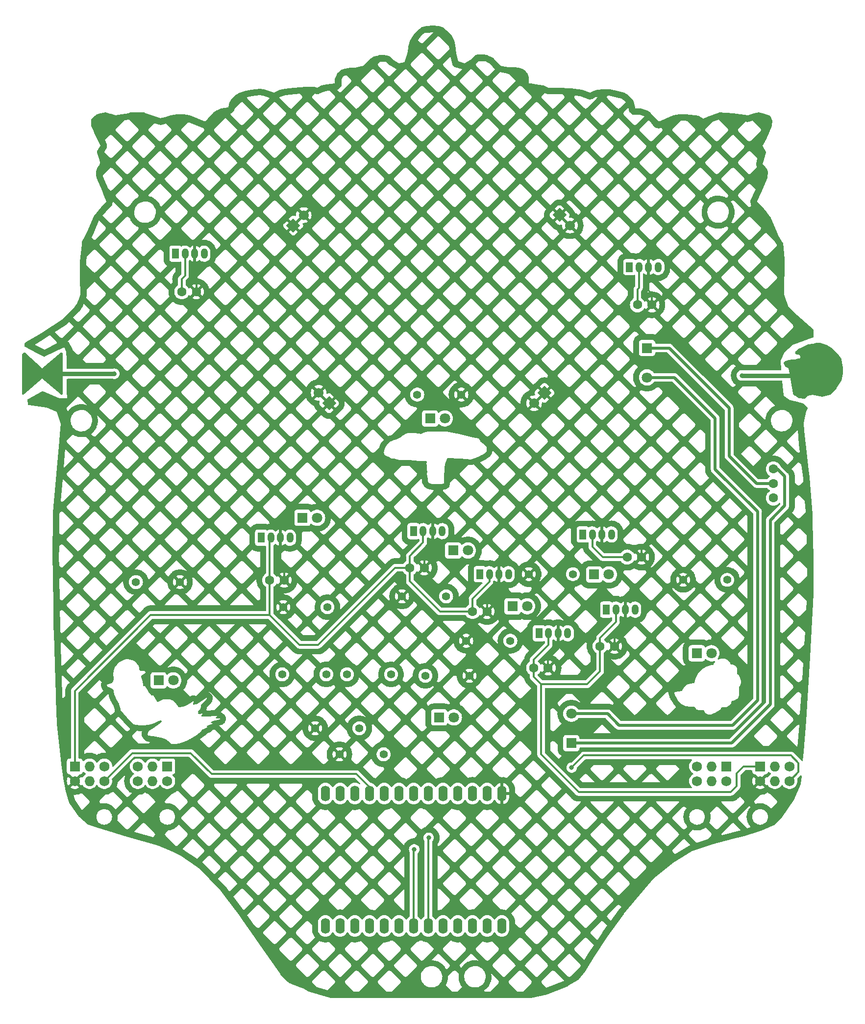
<source format=gbl>
G04 #@! TF.GenerationSoftware,KiCad,Pcbnew,7.0.10*
G04 #@! TF.CreationDate,2024-06-20T08:21:32-05:00*
G04 #@! TF.ProjectId,g0dzilla_vs_middle,6730647a-696c-46c6-915f-76735f6d6964,1*
G04 #@! TF.SameCoordinates,Original*
G04 #@! TF.FileFunction,Copper,L2,Bot*
G04 #@! TF.FilePolarity,Positive*
%FSLAX46Y46*%
G04 Gerber Fmt 4.6, Leading zero omitted, Abs format (unit mm)*
G04 Created by KiCad (PCBNEW 7.0.10) date 2024-06-20 08:21:32*
%MOMM*%
%LPD*%
G01*
G04 APERTURE LIST*
G04 Aperture macros list*
%AMHorizOval*
0 Thick line with rounded ends*
0 $1 width*
0 $2 $3 position (X,Y) of the first rounded end (center of the circle)*
0 $4 $5 position (X,Y) of the second rounded end (center of the circle)*
0 Add line between two ends*
20,1,$1,$2,$3,$4,$5,0*
0 Add two circle primitives to create the rounded ends*
1,1,$1,$2,$3*
1,1,$1,$4,$5*%
%AMRotRect*
0 Rectangle, with rotation*
0 The origin of the aperture is its center*
0 $1 length*
0 $2 width*
0 $3 Rotation angle, in degrees counterclockwise*
0 Add horizontal line*
21,1,$1,$2,0,0,$3*%
G04 Aperture macros list end*
G04 #@! TA.AperFunction,ComponentPad*
%ADD10C,1.400000*%
G04 #@! TD*
G04 #@! TA.AperFunction,ComponentPad*
%ADD11RotRect,1.700000X1.700000X315.000000*%
G04 #@! TD*
G04 #@! TA.AperFunction,ComponentPad*
%ADD12HorizOval,1.700000X0.000000X0.000000X0.000000X0.000000X0*%
G04 #@! TD*
G04 #@! TA.AperFunction,ComponentPad*
%ADD13R,1.800000X1.800000*%
G04 #@! TD*
G04 #@! TA.AperFunction,ComponentPad*
%ADD14C,1.800000*%
G04 #@! TD*
G04 #@! TA.AperFunction,ComponentPad*
%ADD15C,1.600000*%
G04 #@! TD*
G04 #@! TA.AperFunction,ComponentPad*
%ADD16RotRect,1.700000X1.700000X225.000000*%
G04 #@! TD*
G04 #@! TA.AperFunction,ComponentPad*
%ADD17HorizOval,1.700000X0.000000X0.000000X0.000000X0.000000X0*%
G04 #@! TD*
G04 #@! TA.AperFunction,ComponentPad*
%ADD18R,1.150000X1.800000*%
G04 #@! TD*
G04 #@! TA.AperFunction,ComponentPad*
%ADD19O,1.150000X1.800000*%
G04 #@! TD*
G04 #@! TA.AperFunction,ComponentPad*
%ADD20RotRect,1.700000X1.700000X135.000000*%
G04 #@! TD*
G04 #@! TA.AperFunction,ComponentPad*
%ADD21HorizOval,1.700000X0.000000X0.000000X0.000000X0.000000X0*%
G04 #@! TD*
G04 #@! TA.AperFunction,ComponentPad*
%ADD22RotRect,1.700000X1.700000X45.000000*%
G04 #@! TD*
G04 #@! TA.AperFunction,ComponentPad*
%ADD23HorizOval,1.700000X0.000000X0.000000X0.000000X0.000000X0*%
G04 #@! TD*
G04 #@! TA.AperFunction,ComponentPad*
%ADD24R,1.727200X1.727200*%
G04 #@! TD*
G04 #@! TA.AperFunction,ComponentPad*
%ADD25C,1.727200*%
G04 #@! TD*
G04 #@! TA.AperFunction,ComponentPad*
%ADD26O,1.727200X1.727200*%
G04 #@! TD*
G04 #@! TA.AperFunction,ComponentPad*
%ADD27O,1.600000X2.700000*%
G04 #@! TD*
G04 #@! TA.AperFunction,ViaPad*
%ADD28C,0.800000*%
G04 #@! TD*
G04 #@! TA.AperFunction,Conductor*
%ADD29C,0.300000*%
G04 #@! TD*
G04 #@! TA.AperFunction,Conductor*
%ADD30C,0.500000*%
G04 #@! TD*
G04 #@! TA.AperFunction,Conductor*
%ADD31C,0.750000*%
G04 #@! TD*
G04 APERTURE END LIST*
D10*
X136910000Y-121500000D03*
X129290000Y-121500000D03*
D11*
X132000000Y-90200000D03*
D12*
X130203949Y-91996051D03*
D13*
X126470000Y-127030000D03*
D14*
X129010000Y-127030000D03*
D10*
X104210000Y-152600000D03*
X96590000Y-152600000D03*
D15*
X84540000Y-122520000D03*
X87040000Y-122520000D03*
D10*
X61417200Y-122859800D03*
X69037200Y-122859800D03*
D16*
X94796051Y-92000000D03*
D17*
X93000000Y-90203949D03*
D18*
X142700000Y-127620000D03*
D19*
X144350000Y-127620000D03*
X146000000Y-127620000D03*
X147650000Y-127620000D03*
D20*
X88600000Y-61300000D03*
D21*
X90396051Y-59503949D03*
D15*
X130140000Y-137690000D03*
X132640000Y-137690000D03*
D10*
X115010000Y-125323600D03*
X107390000Y-125323600D03*
D22*
X134600000Y-59500000D03*
D23*
X136396051Y-61296051D03*
D10*
X163576000Y-122478800D03*
X155956000Y-122478800D03*
D13*
X140595000Y-121560000D03*
D14*
X143135000Y-121560000D03*
D10*
X105500000Y-138800000D03*
X97880000Y-138800000D03*
D13*
X158313200Y-135153400D03*
D14*
X160853200Y-135153400D03*
D13*
X116240000Y-117410000D03*
D14*
X118780000Y-117410000D03*
D10*
X126110000Y-133000000D03*
X118490000Y-133000000D03*
D15*
X119577800Y-127939800D03*
X122077800Y-127939800D03*
D24*
X169260000Y-154680000D03*
D25*
X169260000Y-157220000D03*
D26*
X171800000Y-154680000D03*
X171800000Y-157220000D03*
D25*
X174340000Y-154680000D03*
X174340000Y-157220000D03*
D13*
X149725000Y-82455000D03*
D14*
X149725000Y-87535000D03*
D13*
X112242600Y-94615000D03*
D14*
X114782600Y-94615000D03*
D18*
X131070000Y-131700000D03*
D19*
X132720000Y-131700000D03*
X134370000Y-131700000D03*
X136020000Y-131700000D03*
D24*
X66840000Y-154680000D03*
D25*
X66840000Y-157220000D03*
D26*
X64300000Y-154680000D03*
X64300000Y-157220000D03*
D25*
X61760000Y-154680000D03*
X61760000Y-157220000D03*
D18*
X120850000Y-121500000D03*
D19*
X122500000Y-121500000D03*
X124150000Y-121500000D03*
X125800000Y-121500000D03*
D10*
X86690000Y-138800000D03*
X94310000Y-138800000D03*
D15*
X108740000Y-120396000D03*
X111240000Y-120396000D03*
D13*
X113812400Y-146227800D03*
D14*
X116352400Y-146227800D03*
D10*
X111429800Y-139039600D03*
X119049800Y-139039600D03*
D18*
X68270000Y-66170000D03*
D19*
X69920000Y-66170000D03*
X71570000Y-66170000D03*
X73220000Y-66170000D03*
D15*
X146273200Y-118550000D03*
X148773200Y-118550000D03*
D10*
X94510000Y-127200000D03*
X86890000Y-127200000D03*
D15*
X171551600Y-103341800D03*
X171551600Y-105841800D03*
X171551600Y-108341800D03*
D27*
X117017800Y-182219600D03*
X119557800Y-182219600D03*
X94157800Y-182219600D03*
X114477800Y-182219600D03*
X106857800Y-182219600D03*
X122097800Y-159359600D03*
X124637800Y-182219600D03*
X119557800Y-159359600D03*
X122097800Y-182219600D03*
X111937800Y-182219600D03*
X109397800Y-182219600D03*
X104317800Y-182219600D03*
X99237800Y-182219600D03*
X96697800Y-182219600D03*
X101777800Y-182219600D03*
X111937800Y-159359600D03*
X114477800Y-159359600D03*
X117017800Y-159359600D03*
X106857800Y-159359600D03*
X109397800Y-159359600D03*
X101777800Y-159359600D03*
X104317800Y-159359600D03*
X94157800Y-159359600D03*
X96697800Y-159359600D03*
X99237800Y-159359600D03*
X124637800Y-159359600D03*
D13*
X90185000Y-111760000D03*
D14*
X92725000Y-111760000D03*
D13*
X65335000Y-139840000D03*
D14*
X67875000Y-139840000D03*
D15*
X141599600Y-133934200D03*
X144099600Y-133934200D03*
D13*
X136647600Y-150677800D03*
D14*
X136647600Y-145597800D03*
D15*
X69350000Y-72740000D03*
X71850000Y-72740000D03*
X148070000Y-74990000D03*
X150570000Y-74990000D03*
D10*
X100010000Y-148100000D03*
X92390000Y-148100000D03*
D18*
X146690000Y-68480000D03*
D19*
X148340000Y-68480000D03*
X149990000Y-68480000D03*
X151640000Y-68480000D03*
D18*
X83080000Y-115200000D03*
D19*
X84730000Y-115200000D03*
X86380000Y-115200000D03*
X88030000Y-115200000D03*
D18*
X138630000Y-114650000D03*
D19*
X140280000Y-114650000D03*
X141930000Y-114650000D03*
X143580000Y-114650000D03*
D24*
X50860000Y-154680000D03*
D25*
X50860000Y-157220000D03*
D26*
X53400000Y-154680000D03*
X53400000Y-157220000D03*
D25*
X55940000Y-154680000D03*
X55940000Y-157220000D03*
D24*
X163440000Y-154680000D03*
D25*
X163440000Y-157220000D03*
D26*
X160900000Y-154680000D03*
X160900000Y-157220000D03*
D25*
X158360000Y-154680000D03*
X158360000Y-157220000D03*
D18*
X109400000Y-114070000D03*
D19*
X111050000Y-114070000D03*
X112700000Y-114070000D03*
X114350000Y-114070000D03*
D10*
X110032800Y-90500200D03*
X117652800Y-90500200D03*
D28*
X136700000Y-154900000D03*
X112000000Y-167000000D03*
X109500000Y-169000000D03*
X57700000Y-86900000D03*
X166100000Y-87200000D03*
D29*
X130140000Y-137690000D02*
X130140000Y-139240000D01*
X89700000Y-133700000D02*
X84540000Y-128540000D01*
X92900000Y-133700000D02*
X89700000Y-133700000D01*
X142050000Y-118550000D02*
X140280000Y-116780000D01*
X106204000Y-120396000D02*
X92900000Y-133700000D01*
X131400000Y-152600000D02*
X131400000Y-140500000D01*
X141599600Y-132500400D02*
X144350000Y-129750000D01*
X141599600Y-138300400D02*
X141599600Y-133934200D01*
X63960000Y-128540000D02*
X84540000Y-128540000D01*
X119577800Y-125722200D02*
X122500000Y-122800000D01*
X146273200Y-118550000D02*
X142050000Y-118550000D01*
X137900000Y-159100000D02*
X131400000Y-152600000D01*
X130140000Y-139240000D02*
X131400000Y-140500000D01*
X144350000Y-129750000D02*
X144350000Y-127620000D01*
X119577800Y-127939800D02*
X113939800Y-127939800D01*
X165200000Y-155900000D02*
X165200000Y-158100000D01*
X122500000Y-122800000D02*
X122500000Y-121500000D01*
X69350000Y-70550000D02*
X69920000Y-69980000D01*
X113939800Y-127939800D02*
X108740000Y-122740000D01*
X108740000Y-122740000D02*
X108740000Y-120396000D01*
X166420000Y-154680000D02*
X165200000Y-155900000D01*
X84540000Y-115390000D02*
X84730000Y-115200000D01*
X108740000Y-120396000D02*
X106204000Y-120396000D01*
X50860000Y-154680000D02*
X50860000Y-141640000D01*
X130140000Y-136260000D02*
X132720000Y-133680000D01*
X50860000Y-141640000D02*
X63960000Y-128540000D01*
X141599600Y-133934200D02*
X141599600Y-132500400D01*
X148070000Y-74990000D02*
X148070000Y-72330000D01*
X148070000Y-72330000D02*
X148340000Y-72060000D01*
X119577800Y-127939800D02*
X119577800Y-125722200D01*
X139400000Y-140500000D02*
X141599600Y-138300400D01*
X69350000Y-72740000D02*
X69350000Y-70550000D01*
X148340000Y-72060000D02*
X148340000Y-68480000D01*
X111050000Y-116050000D02*
X111050000Y-114070000D01*
X130140000Y-137690000D02*
X130140000Y-136260000D01*
X132720000Y-133680000D02*
X132720000Y-131700000D01*
X169260000Y-154680000D02*
X166420000Y-154680000D01*
X108740000Y-118360000D02*
X111050000Y-116050000D01*
X131400000Y-140500000D02*
X139400000Y-140500000D01*
X140280000Y-116780000D02*
X140280000Y-114650000D01*
X84540000Y-128540000D02*
X84540000Y-122520000D01*
X84540000Y-122520000D02*
X84540000Y-115390000D01*
X164200000Y-159100000D02*
X137900000Y-159100000D01*
X108740000Y-120396000D02*
X108740000Y-118360000D01*
X165200000Y-158100000D02*
X164200000Y-159100000D01*
X69920000Y-69980000D02*
X69920000Y-66170000D01*
X146000000Y-130300000D02*
X146000000Y-127620000D01*
X148200000Y-116600000D02*
X148773200Y-117173200D01*
X144099600Y-133934200D02*
X144099600Y-132200400D01*
X111240000Y-120396000D02*
X111240000Y-118060000D01*
X111240000Y-118060000D02*
X112700000Y-116600000D01*
X122077800Y-127939800D02*
X122077800Y-125622200D01*
X149990000Y-72490000D02*
X149990000Y-68480000D01*
X150570000Y-74990000D02*
X150570000Y-73070000D01*
X141930000Y-115930000D02*
X142600000Y-116600000D01*
X132640000Y-136160000D02*
X134370000Y-134430000D01*
X87040000Y-120040000D02*
X86380000Y-119380000D01*
X141930000Y-114650000D02*
X141930000Y-115930000D01*
X71850000Y-72740000D02*
X71850000Y-70250000D01*
X150570000Y-73070000D02*
X149990000Y-72490000D01*
X87040000Y-122520000D02*
X87040000Y-120040000D01*
X148773200Y-117173200D02*
X148773200Y-118550000D01*
X112700000Y-116600000D02*
X112700000Y-114070000D01*
X71850000Y-70250000D02*
X71570000Y-69970000D01*
X142600000Y-116600000D02*
X148200000Y-116600000D01*
X124150000Y-123550000D02*
X124150000Y-121500000D01*
X71570000Y-69970000D02*
X71570000Y-66170000D01*
X144099600Y-132200400D02*
X146000000Y-130300000D01*
X122077800Y-125622200D02*
X124150000Y-123550000D01*
X86380000Y-119380000D02*
X86380000Y-115200000D01*
X134370000Y-134430000D02*
X134370000Y-131700000D01*
X132640000Y-137690000D02*
X132640000Y-136160000D01*
X99500000Y-156000000D02*
X74500000Y-156000000D01*
X60760000Y-152400000D02*
X55940000Y-157220000D01*
X70900000Y-152400000D02*
X60760000Y-152400000D01*
X74500000Y-156000000D02*
X70900000Y-152400000D01*
X101777800Y-158277800D02*
X99500000Y-156000000D01*
X101777800Y-159359600D02*
X101777800Y-158277800D01*
X138800000Y-152800000D02*
X136700000Y-154900000D01*
X175900000Y-155660000D02*
X175900000Y-154100000D01*
X174340000Y-157220000D02*
X175900000Y-155660000D01*
X175900000Y-154100000D02*
X174600000Y-152800000D01*
X174600000Y-152800000D02*
X138800000Y-152800000D01*
D30*
X163900000Y-101100000D02*
X168641800Y-105841800D01*
X168641800Y-105841800D02*
X171551600Y-105841800D01*
X153555000Y-82455000D02*
X163900000Y-92800000D01*
X149725000Y-82455000D02*
X153555000Y-82455000D01*
X163900000Y-92800000D02*
X163900000Y-101100000D01*
X171551600Y-103341800D02*
X172241800Y-103341800D01*
X171000000Y-112200000D02*
X171000000Y-144000000D01*
X172241800Y-103341800D02*
X173500000Y-104600000D01*
X173500000Y-109700000D02*
X171000000Y-112200000D01*
X164322200Y-150677800D02*
X136647600Y-150677800D01*
X173500000Y-104600000D02*
X173500000Y-109700000D01*
X171000000Y-144000000D02*
X164322200Y-150677800D01*
D29*
X111937800Y-182219600D02*
X111937800Y-167062200D01*
X111937800Y-167062200D02*
X112000000Y-167000000D01*
X109397800Y-169102200D02*
X109500000Y-169000000D01*
X109397800Y-182219600D02*
X109397800Y-169102200D01*
D31*
X57700000Y-86900000D02*
X47700000Y-86900000D01*
X166100000Y-87200000D02*
X176200000Y-87200000D01*
D30*
X161500000Y-103400000D02*
X168800000Y-110700000D01*
X144900000Y-147600000D02*
X142897800Y-145597800D01*
X168800000Y-110700000D02*
X168800000Y-143300000D01*
X168800000Y-143300000D02*
X164500000Y-147600000D01*
X164500000Y-147600000D02*
X144900000Y-147600000D01*
X161500000Y-94600000D02*
X161500000Y-103400000D01*
X142897800Y-145597800D02*
X136647600Y-145597800D01*
X149725000Y-87535000D02*
X154435000Y-87535000D01*
X154435000Y-87535000D02*
X161500000Y-94600000D01*
G04 #@! TA.AperFunction,Conductor*
G36*
X42268805Y-83269685D02*
G01*
X42285556Y-83282593D01*
X45250000Y-86000000D01*
X48465325Y-83279339D01*
X48529217Y-83251063D01*
X48545422Y-83250000D01*
X48626000Y-83250000D01*
X48693039Y-83269685D01*
X48738794Y-83322489D01*
X48750000Y-83374000D01*
X48750000Y-90376000D01*
X48730315Y-90443039D01*
X48677511Y-90488794D01*
X48626000Y-90500000D01*
X48545422Y-90500000D01*
X48478383Y-90480315D01*
X48465325Y-90470660D01*
X48353454Y-90376000D01*
X45250000Y-87750000D01*
X42146546Y-90376000D01*
X42034675Y-90470660D01*
X41970783Y-90498937D01*
X41954578Y-90500000D01*
X41874000Y-90500000D01*
X41806961Y-90480315D01*
X41761206Y-90427511D01*
X41750000Y-90376000D01*
X41750000Y-83551362D01*
X41769685Y-83484323D01*
X41786319Y-83463681D01*
X41963681Y-83286319D01*
X42025004Y-83252834D01*
X42051362Y-83250000D01*
X42201766Y-83250000D01*
X42268805Y-83269685D01*
G37*
G04 #@! TD.AperFunction*
G04 #@! TA.AperFunction,Conductor*
G36*
X52386762Y-155603109D02*
G01*
X52418564Y-155627957D01*
X52472954Y-155687040D01*
X52651351Y-155825893D01*
X52679165Y-155840945D01*
X52728755Y-155890165D01*
X52743863Y-155958382D01*
X52719692Y-156023937D01*
X52679165Y-156059055D01*
X52651352Y-156074106D01*
X52472955Y-156212959D01*
X52472950Y-156212963D01*
X52319850Y-156379272D01*
X52319842Y-156379283D01*
X52233509Y-156511425D01*
X52180363Y-156556782D01*
X52111131Y-156566205D01*
X52047796Y-156536702D01*
X52025893Y-156511425D01*
X51984888Y-156448663D01*
X51984887Y-156448663D01*
X51349521Y-157084029D01*
X51326845Y-157006799D01*
X51247869Y-156883910D01*
X51137470Y-156788248D01*
X51004592Y-156727565D01*
X50999600Y-156726847D01*
X51646028Y-156080418D01*
X51707351Y-156046933D01*
X51733708Y-156044099D01*
X51771472Y-156044099D01*
X51831083Y-156037691D01*
X51965931Y-155987396D01*
X52081146Y-155901146D01*
X52167396Y-155785931D01*
X52204280Y-155687040D01*
X52211154Y-155668610D01*
X52253025Y-155612676D01*
X52318489Y-155588258D01*
X52386762Y-155603109D01*
G37*
G04 #@! TD.AperFunction*
G04 #@! TA.AperFunction,Conductor*
G36*
X94663517Y-91513913D02*
G01*
X94653736Y-91515320D01*
X94522951Y-91575048D01*
X94414290Y-91669202D01*
X94336558Y-91790156D01*
X94312974Y-91870476D01*
X93132533Y-90690035D01*
X93142315Y-90688629D01*
X93273100Y-90628901D01*
X93381761Y-90534747D01*
X93459493Y-90413793D01*
X93483076Y-90333472D01*
X94663517Y-91513913D01*
G37*
G04 #@! TD.AperFunction*
G04 #@! TA.AperFunction,Conductor*
G36*
X131540507Y-90409844D02*
G01*
X131618239Y-90530798D01*
X131726900Y-90624952D01*
X131857685Y-90684680D01*
X131867466Y-90686086D01*
X130687025Y-91866527D01*
X130663442Y-91786207D01*
X130585710Y-91665253D01*
X130477049Y-91571099D01*
X130346264Y-91511371D01*
X130336482Y-91509964D01*
X131516923Y-90329523D01*
X131540507Y-90409844D01*
G37*
G04 #@! TD.AperFunction*
G04 #@! TA.AperFunction,Conductor*
G36*
X89936558Y-59713793D02*
G01*
X90014290Y-59834747D01*
X90122951Y-59928901D01*
X90253736Y-59988629D01*
X90263517Y-59990035D01*
X89083076Y-61170476D01*
X89059493Y-61090156D01*
X88981761Y-60969202D01*
X88873100Y-60875048D01*
X88742315Y-60815320D01*
X88732533Y-60813913D01*
X89912974Y-59633472D01*
X89936558Y-59713793D01*
G37*
G04 #@! TD.AperFunction*
G04 #@! TA.AperFunction,Conductor*
G36*
X136263517Y-60809964D02*
G01*
X136253736Y-60811371D01*
X136122951Y-60871099D01*
X136014290Y-60965253D01*
X135936558Y-61086207D01*
X135912974Y-61166527D01*
X134732533Y-59986086D01*
X134742315Y-59984680D01*
X134873100Y-59924952D01*
X134981761Y-59830798D01*
X135059493Y-59709844D01*
X135083076Y-59629523D01*
X136263517Y-60809964D01*
G37*
G04 #@! TD.AperFunction*
G04 #@! TA.AperFunction,Conductor*
G36*
X113788388Y-26898944D02*
G01*
X113811212Y-26903203D01*
X114474811Y-27092803D01*
X114520125Y-27116771D01*
X115090658Y-27592215D01*
X115095680Y-27596400D01*
X115103978Y-27603978D01*
X115888257Y-28388257D01*
X115908238Y-28414417D01*
X116293907Y-29089337D01*
X116303882Y-29111646D01*
X116497213Y-29691640D01*
X116501576Y-29708670D01*
X116699386Y-30796625D01*
X116700428Y-30803427D01*
X116799997Y-31599986D01*
X116799999Y-31599999D01*
X116800000Y-31600000D01*
X117100000Y-33000000D01*
X118200000Y-33300000D01*
X119200000Y-32700000D01*
X119971902Y-31928097D01*
X120033223Y-31894614D01*
X120039182Y-31893469D01*
X120589878Y-31801687D01*
X120610263Y-31800000D01*
X121392284Y-31800000D01*
X121407664Y-31800958D01*
X122178923Y-31897365D01*
X122218996Y-31909498D01*
X122795742Y-32197871D01*
X122804085Y-32202451D01*
X123286910Y-32492146D01*
X123310794Y-32510794D01*
X123896021Y-33096021D01*
X123903599Y-33104319D01*
X124353386Y-33644064D01*
X124400000Y-33700000D01*
X125140787Y-33858740D01*
X125799995Y-33999999D01*
X125799999Y-34000000D01*
X125800000Y-34000000D01*
X126693128Y-34000000D01*
X126706821Y-34000758D01*
X126795589Y-34010621D01*
X127589657Y-34098850D01*
X127610010Y-34102860D01*
X128276052Y-34293157D01*
X128319446Y-34315557D01*
X128550000Y-34500000D01*
X128782599Y-34686079D01*
X128811466Y-34719110D01*
X129094888Y-35191480D01*
X129103690Y-35209225D01*
X129291131Y-35677827D01*
X129300000Y-35723879D01*
X129300000Y-36800000D01*
X129593812Y-36800000D01*
X129606150Y-36800615D01*
X130595968Y-36899596D01*
X130604004Y-36900667D01*
X131784440Y-37097406D01*
X131814412Y-37106405D01*
X132700000Y-37500000D01*
X134497042Y-37500000D01*
X134502940Y-37500140D01*
X136593243Y-37599678D01*
X136606681Y-37601054D01*
X138488551Y-37898192D01*
X138510917Y-37903899D01*
X139900000Y-38400000D01*
X140385992Y-38108404D01*
X140415708Y-38095511D01*
X141088789Y-37903203D01*
X141111609Y-37898944D01*
X142194401Y-37800509D01*
X142205627Y-37800000D01*
X143287722Y-37800000D01*
X143312040Y-37802408D01*
X144794285Y-38098857D01*
X144805590Y-38101677D01*
X145784040Y-38395212D01*
X145814124Y-38408828D01*
X146205978Y-38653736D01*
X146588026Y-38892516D01*
X146609987Y-38909987D01*
X147279300Y-39579300D01*
X147309256Y-39627769D01*
X147497978Y-40193936D01*
X147501388Y-40206249D01*
X147650347Y-40876561D01*
X147700000Y-41100000D01*
X148681802Y-41100000D01*
X148717433Y-41105230D01*
X149680295Y-41394088D01*
X149716737Y-41411955D01*
X150265524Y-41803946D01*
X150391652Y-41894037D01*
X150407259Y-41907259D01*
X150994536Y-42494536D01*
X151004735Y-42506088D01*
X151077774Y-42599995D01*
X151700000Y-43400000D01*
X152900000Y-42900000D01*
X154288140Y-42305082D01*
X154312653Y-42297469D01*
X155287960Y-42102408D01*
X155312278Y-42100000D01*
X156392284Y-42100000D01*
X156407664Y-42100958D01*
X157199472Y-42199934D01*
X157200480Y-42200064D01*
X158669418Y-42395922D01*
X158725103Y-42417931D01*
X158759032Y-42442166D01*
X159397764Y-42898403D01*
X159399999Y-42899999D01*
X159400000Y-42900000D01*
X160193875Y-42503062D01*
X160206425Y-42497632D01*
X162076842Y-41808531D01*
X162124660Y-41800986D01*
X164592643Y-41899705D01*
X164607265Y-41901162D01*
X167100000Y-42300000D01*
X168186876Y-41904772D01*
X168213857Y-41898267D01*
X168980032Y-41802496D01*
X169019730Y-41803946D01*
X169988841Y-41997768D01*
X170010567Y-42004226D01*
X170956227Y-42382490D01*
X171011160Y-42425664D01*
X171021083Y-42442166D01*
X171383623Y-43167246D01*
X171395998Y-43236011D01*
X171395956Y-43236394D01*
X171301858Y-44083273D01*
X171293747Y-44115631D01*
X170701916Y-45595210D01*
X170697698Y-45604603D01*
X170232387Y-46535226D01*
X170101539Y-46796922D01*
X170098292Y-46802988D01*
X169699999Y-47499999D01*
X170277030Y-48654060D01*
X170289405Y-48722825D01*
X170283758Y-48748726D01*
X169899999Y-49900002D01*
X169700000Y-50700000D01*
X169700000Y-50700001D01*
X169995141Y-50995141D01*
X170004288Y-51005360D01*
X170388522Y-51485652D01*
X170406825Y-51517062D01*
X170588945Y-51972363D01*
X170597305Y-52029641D01*
X170501720Y-53081074D01*
X170492691Y-53117540D01*
X169501076Y-55497416D01*
X169498812Y-55502523D01*
X168769103Y-57053156D01*
X168700000Y-57200000D01*
X169591492Y-57992437D01*
X169606985Y-58008981D01*
X170335727Y-58945935D01*
X170990486Y-59787768D01*
X171006210Y-59814195D01*
X171699846Y-61399648D01*
X171700216Y-61400504D01*
X172300000Y-62800000D01*
X172300002Y-62800004D01*
X172412057Y-62986762D01*
X173185945Y-64276576D01*
X173202910Y-64327162D01*
X173499187Y-67092412D01*
X173499877Y-67107622D01*
X173400000Y-73300000D01*
X173400001Y-73300006D01*
X174199998Y-75399998D01*
X174199998Y-75399999D01*
X175727028Y-76784979D01*
X178459305Y-79263091D01*
X178495738Y-79322709D01*
X178500000Y-79354939D01*
X178500000Y-80512940D01*
X178480315Y-80579979D01*
X178427511Y-80625734D01*
X178418116Y-80629569D01*
X174899999Y-81900000D01*
X174899997Y-81900002D01*
X173500001Y-83199998D01*
X173499998Y-83200002D01*
X172800000Y-84599997D01*
X172930358Y-86190370D01*
X172916215Y-86258794D01*
X172867326Y-86308709D01*
X172806772Y-86324500D01*
X166325294Y-86324500D01*
X166299513Y-86321790D01*
X166237971Y-86308709D01*
X166194646Y-86299500D01*
X166005354Y-86299500D01*
X165972897Y-86306398D01*
X165820197Y-86338855D01*
X165820192Y-86338857D01*
X165647270Y-86415848D01*
X165647265Y-86415851D01*
X165494129Y-86527111D01*
X165367466Y-86667785D01*
X165272821Y-86831715D01*
X165272818Y-86831722D01*
X165214327Y-87011740D01*
X165214326Y-87011744D01*
X165194540Y-87200000D01*
X165214326Y-87388256D01*
X165214327Y-87388259D01*
X165272818Y-87568277D01*
X165272821Y-87568284D01*
X165367467Y-87732216D01*
X165458907Y-87833770D01*
X165494129Y-87872888D01*
X165647265Y-87984148D01*
X165647270Y-87984151D01*
X165820192Y-88061142D01*
X165820197Y-88061144D01*
X166005354Y-88100500D01*
X166005355Y-88100500D01*
X166194645Y-88100500D01*
X166194646Y-88100500D01*
X166299513Y-88078209D01*
X166325294Y-88075500D01*
X172970625Y-88075500D01*
X173037664Y-88095185D01*
X173083419Y-88147989D01*
X173094210Y-88189368D01*
X173295097Y-90640180D01*
X173300000Y-90700000D01*
X174443487Y-91462325D01*
X174500000Y-91500000D01*
X174500001Y-91500000D01*
X174500003Y-91500001D01*
X175647234Y-91760735D01*
X176560423Y-91968278D01*
X176665104Y-91992069D01*
X176725304Y-92025304D01*
X177436802Y-92736802D01*
X177470287Y-92798125D01*
X177465303Y-92867817D01*
X177460030Y-92879937D01*
X177200001Y-93399996D01*
X177199999Y-93400001D01*
X176800000Y-95399997D01*
X176800000Y-95400001D01*
X176919640Y-96835676D01*
X177100000Y-99000000D01*
X177640025Y-103474495D01*
X177799698Y-104797498D01*
X177800202Y-104802546D01*
X178299740Y-111096725D01*
X178300086Y-111103273D01*
X178334558Y-112413195D01*
X178499950Y-118698110D01*
X178499957Y-118698348D01*
X178500000Y-118701610D01*
X178500000Y-124896582D01*
X178499813Y-124903397D01*
X177900028Y-135799481D01*
X177899965Y-135800541D01*
X177200042Y-146799327D01*
X177199940Y-146800784D01*
X176800067Y-152099100D01*
X176799928Y-152100796D01*
X176660171Y-153666079D01*
X176634602Y-153731102D01*
X176577938Y-153771979D01*
X176508170Y-153775733D01*
X176447447Y-153741171D01*
X176429931Y-153718174D01*
X176418081Y-153698135D01*
X176403075Y-153683129D01*
X176390435Y-153668330D01*
X176377961Y-153651160D01*
X176342780Y-153622056D01*
X176334140Y-153614194D01*
X175120434Y-152400488D01*
X175110361Y-152387914D01*
X175110174Y-152388070D01*
X175105198Y-152382054D01*
X175054167Y-152334134D01*
X175051369Y-152331423D01*
X175031035Y-152311089D01*
X175027548Y-152308384D01*
X175018669Y-152300800D01*
X174985396Y-152269554D01*
X174985388Y-152269548D01*
X174966792Y-152259325D01*
X174950531Y-152248644D01*
X174933763Y-152235637D01*
X174917409Y-152228560D01*
X174891853Y-152217501D01*
X174881394Y-152212377D01*
X174841368Y-152190373D01*
X174841365Y-152190372D01*
X174820801Y-152185092D01*
X174802396Y-152178790D01*
X174782927Y-152170365D01*
X174782921Y-152170363D01*
X174737837Y-152163223D01*
X174726398Y-152160854D01*
X174682180Y-152149500D01*
X174682177Y-152149500D01*
X174660955Y-152149500D01*
X174641555Y-152147973D01*
X174620596Y-152144653D01*
X174620595Y-152144653D01*
X174577822Y-152148696D01*
X174575140Y-152148950D01*
X174563470Y-152149500D01*
X138885504Y-152149500D01*
X138869493Y-152147732D01*
X138869471Y-152147974D01*
X138861704Y-152147240D01*
X138861703Y-152147240D01*
X138791737Y-152149439D01*
X138787842Y-152149500D01*
X138759075Y-152149500D01*
X138759072Y-152149500D01*
X138759057Y-152149501D01*
X138754687Y-152150053D01*
X138743059Y-152150968D01*
X138697434Y-152152402D01*
X138697424Y-152152404D01*
X138677048Y-152158323D01*
X138658008Y-152162266D01*
X138636947Y-152164927D01*
X138636938Y-152164929D01*
X138594491Y-152181735D01*
X138583442Y-152185518D01*
X138539602Y-152198255D01*
X138521332Y-152209060D01*
X138503863Y-152217618D01*
X138484128Y-152225432D01*
X138484126Y-152225433D01*
X138447201Y-152252260D01*
X138437442Y-152258671D01*
X138398132Y-152281920D01*
X138383126Y-152296926D01*
X138368336Y-152309558D01*
X138351167Y-152322032D01*
X138351165Y-152322034D01*
X138322056Y-152357219D01*
X138314196Y-152365856D01*
X136716873Y-153963181D01*
X136655550Y-153996666D01*
X136629192Y-153999500D01*
X136605354Y-153999500D01*
X136572897Y-154006398D01*
X136420197Y-154038855D01*
X136420192Y-154038857D01*
X136247270Y-154115848D01*
X136247265Y-154115851D01*
X136094129Y-154227111D01*
X135967466Y-154367785D01*
X135872821Y-154531715D01*
X135872818Y-154531722D01*
X135815051Y-154709512D01*
X135814326Y-154711744D01*
X135794540Y-154900000D01*
X135814326Y-155088256D01*
X135814327Y-155088259D01*
X135872818Y-155268277D01*
X135872821Y-155268284D01*
X135967467Y-155432216D01*
X136038485Y-155511089D01*
X136094129Y-155572888D01*
X136247265Y-155684148D01*
X136247270Y-155684151D01*
X136420192Y-155761142D01*
X136420197Y-155761144D01*
X136605354Y-155800500D01*
X136605355Y-155800500D01*
X136794644Y-155800500D01*
X136794646Y-155800500D01*
X136979803Y-155761144D01*
X137152730Y-155684151D01*
X137305871Y-155572888D01*
X137432533Y-155432216D01*
X137527179Y-155268284D01*
X137577916Y-155112132D01*
X139965319Y-155112132D01*
X140060704Y-155342413D01*
X141722878Y-157004588D01*
X141953158Y-157099972D01*
X142183439Y-157004587D01*
X143845612Y-155342413D01*
X143940997Y-155112132D01*
X145622173Y-155112132D01*
X145717558Y-155342413D01*
X147379732Y-157004588D01*
X147610012Y-157099972D01*
X147840293Y-157004587D01*
X149502466Y-155342413D01*
X149597852Y-155112132D01*
X151279027Y-155112132D01*
X151374412Y-155342413D01*
X153036586Y-157004587D01*
X153266867Y-157099972D01*
X153497147Y-157004587D01*
X155159321Y-155342413D01*
X155254706Y-155112132D01*
X155159322Y-154881852D01*
X154725970Y-154448500D01*
X151807764Y-154448500D01*
X151374411Y-154881852D01*
X151279027Y-155112132D01*
X149597852Y-155112132D01*
X149502466Y-154881851D01*
X149069115Y-154448500D01*
X146150910Y-154448500D01*
X145717557Y-154881852D01*
X145622173Y-155112132D01*
X143940997Y-155112132D01*
X143845613Y-154881852D01*
X143412261Y-154448500D01*
X140494056Y-154448500D01*
X140060703Y-154881852D01*
X139965319Y-155112132D01*
X137577916Y-155112132D01*
X137585674Y-155088256D01*
X137599168Y-154959855D01*
X137625752Y-154895242D01*
X137634799Y-154885145D01*
X139033127Y-153486819D01*
X139094450Y-153453334D01*
X139120808Y-153450500D01*
X157357571Y-153450500D01*
X157424610Y-153470185D01*
X157470365Y-153522989D01*
X157480309Y-153592147D01*
X157451284Y-153655703D01*
X157433733Y-153672353D01*
X157432960Y-153672954D01*
X157432950Y-153672963D01*
X157279850Y-153839272D01*
X157279842Y-153839283D01*
X157156198Y-154028533D01*
X157065388Y-154235560D01*
X157009892Y-154454710D01*
X156991225Y-154679993D01*
X156991225Y-154680006D01*
X157009892Y-154905289D01*
X157065388Y-155124439D01*
X157156198Y-155331466D01*
X157279842Y-155520716D01*
X157279850Y-155520727D01*
X157430294Y-155684151D01*
X157432954Y-155687040D01*
X157611351Y-155825893D01*
X157639165Y-155840945D01*
X157688755Y-155890165D01*
X157703863Y-155958382D01*
X157679692Y-156023937D01*
X157639165Y-156059055D01*
X157611352Y-156074106D01*
X157432955Y-156212959D01*
X157432950Y-156212963D01*
X157279850Y-156379272D01*
X157279842Y-156379283D01*
X157156198Y-156568533D01*
X157065388Y-156775560D01*
X157009892Y-156994710D01*
X156991225Y-157219993D01*
X156991225Y-157220006D01*
X157009892Y-157445289D01*
X157065388Y-157664439D01*
X157156198Y-157871466D01*
X157279842Y-158060716D01*
X157279850Y-158060727D01*
X157432950Y-158227036D01*
X157432960Y-158227045D01*
X157433733Y-158227647D01*
X157433967Y-158227972D01*
X157436730Y-158230516D01*
X157436206Y-158231084D01*
X157474546Y-158284357D01*
X157478221Y-158354130D01*
X157443589Y-158414813D01*
X157381648Y-158447140D01*
X157357571Y-158449500D01*
X138220808Y-158449500D01*
X138153769Y-158429815D01*
X138133127Y-158413181D01*
X136625559Y-156905613D01*
X138036943Y-156905613D01*
X138582830Y-157451500D01*
X140758406Y-157451500D01*
X143147911Y-157451500D01*
X146415260Y-157451500D01*
X148804765Y-157451500D01*
X152072115Y-157451500D01*
X150668720Y-156048105D01*
X150438440Y-155952720D01*
X150208159Y-156048105D01*
X148804765Y-157451500D01*
X146415260Y-157451500D01*
X145011866Y-156048105D01*
X144781585Y-155952720D01*
X144551305Y-156048104D01*
X143147911Y-157451500D01*
X140758406Y-157451500D01*
X139355011Y-156048104D01*
X139124731Y-155952720D01*
X138894450Y-156048105D01*
X138036943Y-156905613D01*
X136625559Y-156905613D01*
X132086819Y-152366873D01*
X132053334Y-152305550D01*
X132050500Y-152279192D01*
X132050500Y-151917170D01*
X133048500Y-151917170D01*
X134502823Y-153371493D01*
X134994554Y-152879762D01*
X134988063Y-152875910D01*
X134942996Y-152846946D01*
X134935726Y-152841898D01*
X134763427Y-152712914D01*
X134756536Y-152707361D01*
X134716051Y-152672281D01*
X134709572Y-152666249D01*
X134659151Y-152615828D01*
X134653119Y-152609349D01*
X134618039Y-152568864D01*
X134612486Y-152561973D01*
X134483502Y-152389674D01*
X134478454Y-152382404D01*
X134449490Y-152337337D01*
X134444972Y-152329723D01*
X134410795Y-152267133D01*
X134406833Y-152259219D01*
X134384575Y-152210482D01*
X134381187Y-152202302D01*
X134307531Y-152004818D01*
X134305052Y-151997479D01*
X134291447Y-151952628D01*
X134289432Y-151945152D01*
X134275084Y-151884437D01*
X134273539Y-151876845D01*
X134265628Y-151830640D01*
X134264559Y-151822967D01*
X134253388Y-151719044D01*
X134253078Y-151715739D01*
X134251465Y-151695699D01*
X134251242Y-151692378D01*
X134249814Y-151665695D01*
X134249681Y-151662382D01*
X134249145Y-151642334D01*
X134249101Y-151639020D01*
X134249101Y-151625670D01*
X135247100Y-151625670D01*
X135247101Y-151625676D01*
X135253508Y-151685283D01*
X135303802Y-151820128D01*
X135303806Y-151820135D01*
X135390052Y-151935344D01*
X135390055Y-151935347D01*
X135505264Y-152021593D01*
X135505271Y-152021597D01*
X135640117Y-152071891D01*
X135640116Y-152071891D01*
X135647044Y-152072635D01*
X135699727Y-152078300D01*
X137595472Y-152078299D01*
X137655083Y-152071891D01*
X137789931Y-152021596D01*
X137905146Y-151935346D01*
X137991396Y-151820131D01*
X138041691Y-151685283D01*
X138048100Y-151625673D01*
X138048100Y-151552300D01*
X138067785Y-151485261D01*
X138120589Y-151439506D01*
X138172100Y-151428300D01*
X164258495Y-151428300D01*
X164276465Y-151429609D01*
X164300223Y-151433089D01*
X164349569Y-151428771D01*
X164360376Y-151428300D01*
X164365904Y-151428300D01*
X164365909Y-151428300D01*
X164396756Y-151424693D01*
X164400230Y-151424339D01*
X164474997Y-151417799D01*
X164475005Y-151417796D01*
X164482066Y-151416339D01*
X164482078Y-151416398D01*
X164489443Y-151414765D01*
X164489429Y-151414706D01*
X164496449Y-151413041D01*
X164496455Y-151413041D01*
X164566979Y-151387372D01*
X164570317Y-151386212D01*
X164641534Y-151362614D01*
X164641542Y-151362608D01*
X164648082Y-151359560D01*
X164648108Y-151359616D01*
X164654890Y-151356332D01*
X164654863Y-151356278D01*
X164661313Y-151353038D01*
X164661317Y-151353037D01*
X164724037Y-151311784D01*
X164726932Y-151309940D01*
X164790856Y-151270512D01*
X164790862Y-151270505D01*
X164796525Y-151266029D01*
X164796562Y-151266077D01*
X164802404Y-151261318D01*
X164802364Y-151261271D01*
X164807886Y-151256635D01*
X164807896Y-151256630D01*
X164859385Y-151202053D01*
X164861832Y-151199534D01*
X166606088Y-149455278D01*
X168249590Y-149455278D01*
X168344975Y-149685559D01*
X169810916Y-151151500D01*
X170663943Y-151151500D01*
X172129883Y-149685559D01*
X172225269Y-149455278D01*
X173906444Y-149455278D01*
X174001829Y-149685559D01*
X175664004Y-151347733D01*
X175727589Y-151374070D01*
X176018545Y-147518910D01*
X175894284Y-147467439D01*
X175664003Y-147562824D01*
X174001828Y-149224998D01*
X173906444Y-149455278D01*
X172225269Y-149455278D01*
X172129883Y-149224997D01*
X170467710Y-147562824D01*
X170237429Y-147467439D01*
X170007149Y-147562823D01*
X168344974Y-149224998D01*
X168249590Y-149455278D01*
X166606088Y-149455278D01*
X169434514Y-146626851D01*
X171078017Y-146626851D01*
X171173402Y-146857132D01*
X172835576Y-148519305D01*
X173065857Y-148614690D01*
X173296137Y-148519305D01*
X174958311Y-146857132D01*
X175053696Y-146626851D01*
X174958312Y-146396571D01*
X173296137Y-144734397D01*
X173065857Y-144639012D01*
X172835576Y-144734397D01*
X171173401Y-146396571D01*
X171078017Y-146626851D01*
X169434514Y-146626851D01*
X171485638Y-144575727D01*
X171499267Y-144563950D01*
X171499360Y-144563881D01*
X171518530Y-144549610D01*
X171529230Y-144536857D01*
X171550366Y-144511669D01*
X171557683Y-144503684D01*
X171558993Y-144502372D01*
X171561590Y-144499777D01*
X171568242Y-144491364D01*
X171580811Y-144475467D01*
X171583094Y-144472664D01*
X171623089Y-144425002D01*
X171631302Y-144415214D01*
X171631303Y-144415211D01*
X171635272Y-144409179D01*
X171635323Y-144409212D01*
X171639369Y-144402860D01*
X171639317Y-144402828D01*
X171643105Y-144396683D01*
X171643111Y-144396677D01*
X171674834Y-144328646D01*
X171676369Y-144325476D01*
X171710040Y-144258433D01*
X171710043Y-144258417D01*
X171712510Y-144251644D01*
X171712568Y-144251665D01*
X171715043Y-144244546D01*
X171714985Y-144244527D01*
X171717255Y-144237677D01*
X171718063Y-144233764D01*
X171732431Y-144164171D01*
X171733186Y-144160767D01*
X171750500Y-144087721D01*
X171750500Y-144087719D01*
X171750501Y-144087715D01*
X171751339Y-144080548D01*
X171751397Y-144080554D01*
X171752164Y-144073056D01*
X171752104Y-144073051D01*
X171752733Y-144065860D01*
X171752634Y-144062472D01*
X171750552Y-143990889D01*
X171750500Y-143987283D01*
X171750500Y-143798424D01*
X173906444Y-143798424D01*
X174001828Y-144028704D01*
X175664003Y-145690878D01*
X175894284Y-145786263D01*
X176124563Y-145690878D01*
X176145647Y-145669794D01*
X176369571Y-142150977D01*
X176124564Y-141905970D01*
X175894284Y-141810585D01*
X175664003Y-141905970D01*
X174001829Y-143568143D01*
X173906444Y-143798424D01*
X171750500Y-143798424D01*
X171750500Y-142775375D01*
X172748500Y-142775375D01*
X172835576Y-142862451D01*
X173065857Y-142957836D01*
X173296137Y-142862451D01*
X174958312Y-141200277D01*
X175053696Y-140969997D01*
X174958311Y-140739716D01*
X173296137Y-139077543D01*
X173065857Y-138982158D01*
X172835577Y-139077542D01*
X172748500Y-139164620D01*
X172748500Y-142775375D01*
X171750500Y-142775375D01*
X171750500Y-138141570D01*
X173906444Y-138141570D01*
X174001828Y-138371850D01*
X175664003Y-140034024D01*
X175894284Y-140129409D01*
X176124564Y-140034024D01*
X176530094Y-139628493D01*
X176708016Y-136832567D01*
X176124564Y-136249115D01*
X175894284Y-136153730D01*
X175664003Y-136249115D01*
X174001829Y-137911289D01*
X173906444Y-138141570D01*
X171750500Y-138141570D01*
X171750500Y-137118521D01*
X172748500Y-137118521D01*
X172835576Y-137205597D01*
X173065857Y-137300982D01*
X173296137Y-137205597D01*
X174958311Y-135543423D01*
X175053696Y-135313143D01*
X174958311Y-135082862D01*
X173296137Y-133420688D01*
X173065857Y-133325303D01*
X172835576Y-133420688D01*
X172748500Y-133507765D01*
X172748500Y-137118521D01*
X171750500Y-137118521D01*
X171750500Y-132484715D01*
X173906444Y-132484715D01*
X174001829Y-132714996D01*
X175664003Y-134377170D01*
X175894284Y-134472555D01*
X176124564Y-134377170D01*
X176895028Y-133606704D01*
X177012106Y-131479802D01*
X176124564Y-130592261D01*
X175894284Y-130496876D01*
X175664003Y-130592261D01*
X174001828Y-132254435D01*
X173906444Y-132484715D01*
X171750500Y-132484715D01*
X171750500Y-131461666D01*
X172748500Y-131461666D01*
X172835576Y-131548742D01*
X173065857Y-131644127D01*
X173296137Y-131548742D01*
X174958311Y-129886569D01*
X175053696Y-129656288D01*
X174958312Y-129426008D01*
X173296137Y-127763834D01*
X173065857Y-127668449D01*
X172835577Y-127763833D01*
X172748500Y-127850911D01*
X172748500Y-131461666D01*
X171750500Y-131461666D01*
X171750500Y-126827861D01*
X173906444Y-126827861D01*
X174001829Y-127058142D01*
X175664003Y-128720315D01*
X175894284Y-128815700D01*
X176124564Y-128720315D01*
X177224554Y-127620324D01*
X177307246Y-126118089D01*
X176124564Y-124935407D01*
X175894284Y-124840022D01*
X175664003Y-124935407D01*
X174001828Y-126597581D01*
X173906444Y-126827861D01*
X171750500Y-126827861D01*
X171750500Y-125804812D01*
X172748500Y-125804812D01*
X172835576Y-125891888D01*
X173065857Y-125987273D01*
X173296137Y-125891888D01*
X174958311Y-124229715D01*
X175053696Y-123999434D01*
X174958312Y-123769154D01*
X173296137Y-122106980D01*
X173065857Y-122011595D01*
X172835577Y-122106979D01*
X172748500Y-122194057D01*
X172748500Y-125804812D01*
X171750500Y-125804812D01*
X171750500Y-121171007D01*
X173906444Y-121171007D01*
X174001828Y-121401287D01*
X175664003Y-123063461D01*
X175894284Y-123158846D01*
X176124564Y-123063461D01*
X177376000Y-121812026D01*
X177376000Y-120529988D01*
X176124564Y-119278553D01*
X175894284Y-119183168D01*
X175664003Y-119278553D01*
X174001829Y-120940726D01*
X173906444Y-121171007D01*
X171750500Y-121171007D01*
X171750500Y-120147958D01*
X172748500Y-120147958D01*
X172835576Y-120235034D01*
X173065857Y-120330419D01*
X173296137Y-120235034D01*
X174958312Y-118572860D01*
X175053696Y-118342580D01*
X174958311Y-118112299D01*
X173296137Y-116450126D01*
X173065857Y-116354741D01*
X172835577Y-116450125D01*
X172748500Y-116537203D01*
X172748500Y-120147958D01*
X171750500Y-120147958D01*
X171750500Y-115514153D01*
X173906444Y-115514153D01*
X174001828Y-115744433D01*
X175664003Y-117406607D01*
X175894284Y-117501992D01*
X176124564Y-117406607D01*
X177310368Y-116220802D01*
X177272171Y-114769305D01*
X176124564Y-113621698D01*
X175894284Y-113526313D01*
X175664003Y-113621698D01*
X174001829Y-115283872D01*
X173906444Y-115514153D01*
X171750500Y-115514153D01*
X171750500Y-114491104D01*
X172748500Y-114491104D01*
X172835576Y-114578180D01*
X173065857Y-114673565D01*
X173296137Y-114578180D01*
X174958311Y-112916006D01*
X175053696Y-112685726D01*
X174958311Y-112455445D01*
X174087807Y-111584941D01*
X172748500Y-112924249D01*
X172748500Y-114491104D01*
X171750500Y-114491104D01*
X171750500Y-112562229D01*
X171770185Y-112495190D01*
X171786814Y-112474553D01*
X173382391Y-110878975D01*
X174793225Y-110878975D01*
X175664003Y-111749753D01*
X175894284Y-111845138D01*
X176124564Y-111749753D01*
X177143189Y-110731126D01*
X176992529Y-108832808D01*
X176124564Y-107964844D01*
X175894284Y-107869459D01*
X175664003Y-107964844D01*
X175248500Y-108380347D01*
X175248500Y-109674526D01*
X175251157Y-109765864D01*
X175251157Y-109773075D01*
X175249888Y-109816706D01*
X175249468Y-109823911D01*
X175245955Y-109864045D01*
X175245753Y-109867533D01*
X175245122Y-109874744D01*
X175244715Y-109878218D01*
X175244405Y-109881772D01*
X175243563Y-109888975D01*
X175243046Y-109892498D01*
X175238380Y-109932431D01*
X175237334Y-109939575D01*
X175229752Y-109982569D01*
X175228293Y-109989634D01*
X175207232Y-110078483D01*
X175188769Y-110167921D01*
X175187104Y-110174949D01*
X175175797Y-110217143D01*
X175173726Y-110224059D01*
X175161083Y-110262200D01*
X175160079Y-110265559D01*
X175157800Y-110272437D01*
X175156580Y-110275787D01*
X175155438Y-110279235D01*
X175152955Y-110286056D01*
X175151628Y-110289393D01*
X175137930Y-110327035D01*
X175135266Y-110333743D01*
X175117972Y-110373837D01*
X175114921Y-110380378D01*
X175073943Y-110461966D01*
X175035337Y-110544765D01*
X175032097Y-110551215D01*
X175011375Y-110589645D01*
X175007767Y-110595894D01*
X174986708Y-110630032D01*
X174984905Y-110633158D01*
X174981090Y-110639343D01*
X174979109Y-110642353D01*
X174977256Y-110645359D01*
X174973267Y-110651422D01*
X174971264Y-110654280D01*
X174949149Y-110687905D01*
X174945010Y-110693815D01*
X174918949Y-110728819D01*
X174914476Y-110734477D01*
X174855764Y-110804443D01*
X174835455Y-110830133D01*
X174833173Y-110832935D01*
X174819143Y-110849656D01*
X174816784Y-110852386D01*
X174797464Y-110874096D01*
X174795760Y-110875954D01*
X174793225Y-110878975D01*
X173382391Y-110878975D01*
X173985642Y-110275724D01*
X173999271Y-110263947D01*
X174001618Y-110262200D01*
X174018530Y-110249610D01*
X174043544Y-110219799D01*
X174050360Y-110211676D01*
X174057677Y-110203691D01*
X174061587Y-110199781D01*
X174061587Y-110199780D01*
X174061591Y-110199777D01*
X174080833Y-110175438D01*
X174083069Y-110172693D01*
X174131302Y-110115214D01*
X174131307Y-110115203D01*
X174135274Y-110109175D01*
X174135325Y-110109208D01*
X174139372Y-110102856D01*
X174139320Y-110102824D01*
X174143108Y-110096680D01*
X174143111Y-110096677D01*
X174174821Y-110028673D01*
X174176362Y-110025488D01*
X174210040Y-109958433D01*
X174210043Y-109958417D01*
X174212509Y-109951646D01*
X174212567Y-109951667D01*
X174215043Y-109944546D01*
X174214986Y-109944528D01*
X174217256Y-109937677D01*
X174218339Y-109932431D01*
X174232447Y-109864102D01*
X174233179Y-109860798D01*
X174250500Y-109787721D01*
X174250500Y-109787712D01*
X174251338Y-109780548D01*
X174251398Y-109780555D01*
X174252164Y-109773055D01*
X174252105Y-109773050D01*
X174252734Y-109765860D01*
X174250552Y-109690869D01*
X174250500Y-109687262D01*
X174250500Y-104663705D01*
X174251809Y-104645736D01*
X174255283Y-104622015D01*
X174255289Y-104621977D01*
X174250972Y-104572630D01*
X174250500Y-104561822D01*
X174250500Y-104556296D01*
X174250500Y-104556291D01*
X174246901Y-104525509D01*
X174246536Y-104521929D01*
X174239999Y-104447201D01*
X174238539Y-104440129D01*
X174238597Y-104440116D01*
X174236965Y-104432757D01*
X174236906Y-104432772D01*
X174235241Y-104425751D01*
X174235241Y-104425745D01*
X174209569Y-104355212D01*
X174208421Y-104351909D01*
X174184814Y-104280666D01*
X174184810Y-104280659D01*
X174181760Y-104274118D01*
X174181815Y-104274091D01*
X174178533Y-104267313D01*
X174178480Y-104267340D01*
X174175235Y-104260880D01*
X174134025Y-104198223D01*
X174132086Y-104195181D01*
X174092710Y-104131342D01*
X174088234Y-104125682D01*
X174088281Y-104125644D01*
X174083519Y-104119799D01*
X174083474Y-104119838D01*
X174078831Y-104114305D01*
X174024273Y-104062832D01*
X174021686Y-104060319D01*
X173260989Y-103299621D01*
X174672372Y-103299621D01*
X174718372Y-103345621D01*
X174784824Y-103408315D01*
X174789923Y-103413415D01*
X174819869Y-103445155D01*
X174824664Y-103450543D01*
X174850548Y-103481389D01*
X174852898Y-103484030D01*
X174857529Y-103489548D01*
X174859726Y-103492327D01*
X174862013Y-103495052D01*
X174866476Y-103500696D01*
X174868600Y-103503549D01*
X174893566Y-103535123D01*
X174897873Y-103540909D01*
X174922912Y-103576668D01*
X174926877Y-103582696D01*
X174974815Y-103660417D01*
X175025011Y-103736734D01*
X175028798Y-103742874D01*
X175050617Y-103780666D01*
X175054039Y-103787012D01*
X175072117Y-103823006D01*
X175073794Y-103826116D01*
X175077039Y-103832577D01*
X175078526Y-103835767D01*
X175080119Y-103838938D01*
X175083177Y-103845497D01*
X175084578Y-103848746D01*
X175101591Y-103885233D01*
X175104447Y-103891855D01*
X175120557Y-103932408D01*
X175123023Y-103939185D01*
X175151755Y-104025896D01*
X175182987Y-104111699D01*
X175185257Y-104118547D01*
X175197776Y-104160363D01*
X175199643Y-104167334D01*
X175208906Y-104206426D01*
X175209833Y-104209880D01*
X175211505Y-104216934D01*
X175212229Y-104220443D01*
X175213041Y-104223867D01*
X175214506Y-104230965D01*
X175215109Y-104234389D01*
X175223256Y-104273841D01*
X175224509Y-104280949D01*
X175230834Y-104324136D01*
X175231671Y-104331300D01*
X175239629Y-104422287D01*
X175243434Y-104454826D01*
X175243801Y-104458415D01*
X175245702Y-104480138D01*
X175245964Y-104483731D01*
X175247654Y-104512720D01*
X175247764Y-104515260D01*
X175252024Y-104563940D01*
X175252444Y-104571146D01*
X175253713Y-104614798D01*
X175253712Y-104622015D01*
X175252019Y-104680075D01*
X175251600Y-104687274D01*
X175248500Y-104722689D01*
X175248500Y-105677395D01*
X175664003Y-106092898D01*
X175894284Y-106188283D01*
X176124564Y-106092898D01*
X176727244Y-105490216D01*
X176681346Y-104911884D01*
X176400368Y-102583794D01*
X176124564Y-102307990D01*
X175894284Y-102212605D01*
X175664003Y-102307990D01*
X174672372Y-103299621D01*
X173260989Y-103299621D01*
X172817529Y-102856161D01*
X172805749Y-102842530D01*
X172791410Y-102823270D01*
X172753451Y-102791419D01*
X172745486Y-102784118D01*
X172741578Y-102780210D01*
X172741579Y-102780210D01*
X172737844Y-102777257D01*
X172702373Y-102732395D01*
X172682171Y-102689071D01*
X172682169Y-102689068D01*
X172671291Y-102673533D01*
X172551647Y-102502661D01*
X172551645Y-102502658D01*
X172390741Y-102341754D01*
X172204334Y-102211232D01*
X172204332Y-102211231D01*
X171998097Y-102115061D01*
X171998088Y-102115058D01*
X171778297Y-102056166D01*
X171778293Y-102056165D01*
X171778292Y-102056165D01*
X171778291Y-102056164D01*
X171778286Y-102056164D01*
X171551602Y-102036332D01*
X171551598Y-102036332D01*
X171324913Y-102056164D01*
X171324902Y-102056166D01*
X171105111Y-102115058D01*
X171105102Y-102115061D01*
X170898867Y-102211231D01*
X170898865Y-102211232D01*
X170712458Y-102341754D01*
X170551554Y-102502658D01*
X170421032Y-102689065D01*
X170421031Y-102689067D01*
X170324861Y-102895302D01*
X170324858Y-102895311D01*
X170265966Y-103115102D01*
X170265964Y-103115113D01*
X170246132Y-103341798D01*
X170246132Y-103341801D01*
X170265964Y-103568486D01*
X170265966Y-103568497D01*
X170324858Y-103788288D01*
X170324861Y-103788297D01*
X170421031Y-103994532D01*
X170421032Y-103994534D01*
X170551554Y-104180941D01*
X170712458Y-104341845D01*
X170712461Y-104341847D01*
X170898866Y-104472368D01*
X170913987Y-104479419D01*
X170966425Y-104525591D01*
X170985576Y-104592785D01*
X170965360Y-104659666D01*
X170913987Y-104704180D01*
X170898866Y-104711232D01*
X170898864Y-104711233D01*
X170712458Y-104841754D01*
X170551554Y-105002658D01*
X170526512Y-105038423D01*
X170471935Y-105082048D01*
X170424937Y-105091300D01*
X169004029Y-105091300D01*
X168936990Y-105071615D01*
X168916348Y-105054981D01*
X164686819Y-100825451D01*
X164653334Y-100764128D01*
X164650500Y-100737770D01*
X164650500Y-100692766D01*
X165965518Y-100692766D01*
X168088253Y-102815501D01*
X169301456Y-101602298D01*
X169396841Y-101372017D01*
X169301457Y-101141737D01*
X169220220Y-101060500D01*
X171254638Y-101060500D01*
X171486314Y-101040232D01*
X171491711Y-101039878D01*
X171524411Y-101038450D01*
X171529821Y-101038332D01*
X171573379Y-101038332D01*
X171578789Y-101038450D01*
X171611489Y-101039878D01*
X171616886Y-101040232D01*
X171886967Y-101063861D01*
X171892344Y-101064450D01*
X171924788Y-101068721D01*
X171930135Y-101069544D01*
X171973030Y-101077107D01*
X171978337Y-101078162D01*
X172010296Y-101085247D01*
X172015551Y-101086533D01*
X172277441Y-101156705D01*
X172282638Y-101158220D01*
X172313873Y-101168069D01*
X172319001Y-101169810D01*
X172359933Y-101184711D01*
X172364971Y-101186670D01*
X172395192Y-101199189D01*
X172400141Y-101201367D01*
X172645849Y-101315943D01*
X172650703Y-101318337D01*
X172679739Y-101333453D01*
X172684480Y-101336054D01*
X172722201Y-101357832D01*
X172726828Y-101360640D01*
X172754425Y-101378222D01*
X172758921Y-101381226D01*
X172981001Y-101536726D01*
X172985361Y-101539923D01*
X173011323Y-101559843D01*
X173015544Y-101563230D01*
X173048913Y-101591229D01*
X173052981Y-101594797D01*
X173077119Y-101616915D01*
X173081028Y-101620657D01*
X173272743Y-101812372D01*
X173276485Y-101816281D01*
X173298603Y-101840419D01*
X173302171Y-101844487D01*
X173330170Y-101877856D01*
X173333557Y-101882077D01*
X173353477Y-101908039D01*
X173356674Y-101912399D01*
X173507989Y-102128503D01*
X173537238Y-102159501D01*
X173542037Y-102164893D01*
X173564946Y-102192194D01*
X173966680Y-102593928D01*
X174958311Y-101602298D01*
X175053696Y-101372017D01*
X174958312Y-101141737D01*
X173296137Y-99479563D01*
X173065857Y-99384178D01*
X172835576Y-99479563D01*
X171254638Y-101060500D01*
X169220220Y-101060500D01*
X167639283Y-99479563D01*
X167409002Y-99384178D01*
X167178722Y-99479562D01*
X165965518Y-100692766D01*
X164650500Y-100692766D01*
X164650500Y-98543590D01*
X168249590Y-98543590D01*
X168344974Y-98773870D01*
X170007149Y-100436045D01*
X170237429Y-100531429D01*
X170467710Y-100436044D01*
X172129883Y-98773871D01*
X172225269Y-98543590D01*
X173906444Y-98543590D01*
X174001828Y-98773870D01*
X175664003Y-100436044D01*
X175894284Y-100531429D01*
X176124563Y-100436044D01*
X176139370Y-100421237D01*
X175981882Y-99116325D01*
X175981417Y-99111765D01*
X175772615Y-96606148D01*
X175664003Y-96651136D01*
X174001829Y-98313309D01*
X173906444Y-98543590D01*
X172225269Y-98543590D01*
X172129883Y-98313309D01*
X170467710Y-96651136D01*
X170237429Y-96555751D01*
X170007149Y-96651135D01*
X168344975Y-98313309D01*
X168249590Y-98543590D01*
X164650500Y-98543590D01*
X164650500Y-96077396D01*
X165648500Y-96077396D01*
X167178722Y-97607618D01*
X167409002Y-97703002D01*
X167639283Y-97607617D01*
X169301457Y-95945443D01*
X169396841Y-95715163D01*
X169301456Y-95484882D01*
X168884337Y-95067763D01*
X171145787Y-95067763D01*
X171175413Y-95337013D01*
X171175415Y-95337024D01*
X171234460Y-95562873D01*
X171243928Y-95599088D01*
X171349870Y-95848390D01*
X171451856Y-96015500D01*
X171490979Y-96079605D01*
X171490986Y-96079615D01*
X171664253Y-96287819D01*
X171664259Y-96287824D01*
X171865998Y-96468582D01*
X172091910Y-96618044D01*
X172337176Y-96733020D01*
X172337183Y-96733022D01*
X172337185Y-96733023D01*
X172596557Y-96811057D01*
X172596564Y-96811058D01*
X172596569Y-96811060D01*
X172864561Y-96850500D01*
X172864566Y-96850500D01*
X173067629Y-96850500D01*
X173067631Y-96850500D01*
X173067636Y-96850499D01*
X173067648Y-96850499D01*
X173105191Y-96847750D01*
X173270156Y-96835677D01*
X173395812Y-96807686D01*
X173534546Y-96776782D01*
X173534548Y-96776781D01*
X173534553Y-96776780D01*
X173787558Y-96680014D01*
X174023777Y-96547441D01*
X174238177Y-96381888D01*
X174426186Y-96186881D01*
X174583799Y-95966579D01*
X174691381Y-95757331D01*
X174707649Y-95725690D01*
X174707651Y-95725684D01*
X174707656Y-95725675D01*
X174795118Y-95469305D01*
X174844319Y-95202933D01*
X174854212Y-94932235D01*
X174824586Y-94662982D01*
X174756072Y-94400912D01*
X174650130Y-94151610D01*
X174509018Y-93920390D01*
X174419747Y-93813119D01*
X174335746Y-93712180D01*
X174335740Y-93712175D01*
X174134002Y-93531418D01*
X173908092Y-93381957D01*
X173908090Y-93381956D01*
X173662824Y-93266980D01*
X173662819Y-93266978D01*
X173662814Y-93266976D01*
X173403442Y-93188942D01*
X173403428Y-93188939D01*
X173287791Y-93171921D01*
X173135439Y-93149500D01*
X172932369Y-93149500D01*
X172932351Y-93149500D01*
X172729844Y-93164323D01*
X172729831Y-93164325D01*
X172465453Y-93223217D01*
X172465446Y-93223220D01*
X172212439Y-93319987D01*
X171976226Y-93452557D01*
X171976224Y-93452558D01*
X171976223Y-93452559D01*
X171917367Y-93498006D01*
X171761822Y-93618112D01*
X171573822Y-93813109D01*
X171573816Y-93813116D01*
X171416202Y-94033419D01*
X171416199Y-94033424D01*
X171292350Y-94274309D01*
X171292343Y-94274327D01*
X171204884Y-94530685D01*
X171204881Y-94530699D01*
X171155681Y-94797068D01*
X171155680Y-94797075D01*
X171145787Y-95067763D01*
X168884337Y-95067763D01*
X167639283Y-93822709D01*
X167409002Y-93727324D01*
X167178722Y-93822708D01*
X165648500Y-95352931D01*
X165648500Y-96077396D01*
X164650500Y-96077396D01*
X164650500Y-92886736D01*
X168249590Y-92886736D01*
X168344974Y-93117016D01*
X170007149Y-94779191D01*
X170155423Y-94840607D01*
X170159013Y-94742383D01*
X170159261Y-94737853D01*
X170161265Y-94710496D01*
X170161679Y-94705983D01*
X170165670Y-94669738D01*
X170166247Y-94665251D01*
X170170233Y-94638173D01*
X170170974Y-94633709D01*
X170226793Y-94331504D01*
X170227696Y-94327068D01*
X170233649Y-94300342D01*
X170234713Y-94295945D01*
X170243934Y-94260665D01*
X170245161Y-94256299D01*
X170253061Y-94230039D01*
X170254446Y-94225723D01*
X170353680Y-93934849D01*
X170355217Y-93930597D01*
X170364990Y-93905040D01*
X170366683Y-93900844D01*
X170380941Y-93867283D01*
X170382791Y-93863142D01*
X170394436Y-93838298D01*
X170396436Y-93834227D01*
X170536969Y-93560891D01*
X170539111Y-93556904D01*
X170552506Y-93533035D01*
X170554790Y-93529134D01*
X170573783Y-93498006D01*
X170576217Y-93494177D01*
X170591351Y-93471300D01*
X170593921Y-93467564D01*
X170772751Y-93217607D01*
X170775450Y-93213977D01*
X170792176Y-93192314D01*
X170795006Y-93188783D01*
X170818328Y-93160754D01*
X170821292Y-93157322D01*
X170839597Y-93136891D01*
X170842684Y-93133570D01*
X171056012Y-92912303D01*
X171059215Y-92909099D01*
X171078940Y-92890082D01*
X171082257Y-92887000D01*
X171109416Y-92862665D01*
X171112843Y-92859705D01*
X171133907Y-92842175D01*
X171137443Y-92839340D01*
X171380697Y-92651508D01*
X171384325Y-92648811D01*
X171406588Y-92632881D01*
X171410320Y-92630312D01*
X171440728Y-92610192D01*
X171444552Y-92607761D01*
X171467960Y-92593474D01*
X171471873Y-92591183D01*
X171739906Y-92440756D01*
X171743896Y-92438611D01*
X171768275Y-92426077D01*
X171772342Y-92424079D01*
X171805359Y-92408602D01*
X171809494Y-92406756D01*
X171834702Y-92396044D01*
X171838901Y-92394349D01*
X171859788Y-92386360D01*
X170467710Y-90994281D01*
X170237429Y-90898896D01*
X170007149Y-90994280D01*
X168344975Y-92656455D01*
X168249590Y-92886736D01*
X164650500Y-92886736D01*
X164650500Y-92863705D01*
X164651809Y-92845735D01*
X164655289Y-92821974D01*
X164650972Y-92772635D01*
X164650500Y-92761826D01*
X164650500Y-92756296D01*
X164650500Y-92756291D01*
X164646898Y-92725478D01*
X164646534Y-92721915D01*
X164644503Y-92698700D01*
X164639998Y-92647202D01*
X164639995Y-92647195D01*
X164638538Y-92640133D01*
X164638597Y-92640120D01*
X164636967Y-92632764D01*
X164636908Y-92632779D01*
X164635241Y-92625747D01*
X164635241Y-92625745D01*
X164609563Y-92555196D01*
X164608424Y-92551918D01*
X164584814Y-92480665D01*
X164584813Y-92480663D01*
X164581763Y-92474121D01*
X164581817Y-92474095D01*
X164578533Y-92467312D01*
X164578480Y-92467340D01*
X164575238Y-92460885D01*
X164575237Y-92460883D01*
X164534026Y-92398225D01*
X164532107Y-92395212D01*
X164492714Y-92331347D01*
X164488234Y-92325681D01*
X164488280Y-92325643D01*
X164483519Y-92319799D01*
X164483474Y-92319838D01*
X164478831Y-92314305D01*
X164424290Y-92262848D01*
X164421703Y-92260335D01*
X162219677Y-90058309D01*
X165421163Y-90058309D01*
X165516548Y-90288589D01*
X167178722Y-91950764D01*
X167409002Y-92046148D01*
X167639283Y-91950763D01*
X169301456Y-90288589D01*
X169396841Y-90058309D01*
X169301456Y-89828028D01*
X168546928Y-89073500D01*
X166417152Y-89073500D01*
X166376579Y-89082124D01*
X166370198Y-89083307D01*
X166331416Y-89089450D01*
X166324982Y-89090297D01*
X166272993Y-89095763D01*
X166266519Y-89096273D01*
X166247296Y-89097280D01*
X165516548Y-89828028D01*
X165421163Y-90058309D01*
X162219677Y-90058309D01*
X159391249Y-87229881D01*
X162592736Y-87229881D01*
X162688121Y-87460162D01*
X164350295Y-89122337D01*
X164580575Y-89217721D01*
X164810856Y-89122336D01*
X165108646Y-88824545D01*
X165087166Y-88810597D01*
X165081813Y-88806918D01*
X164886374Y-88664924D01*
X164881221Y-88660971D01*
X164850698Y-88636253D01*
X164845765Y-88632039D01*
X164806917Y-88597061D01*
X164802207Y-88592591D01*
X164774431Y-88564815D01*
X164769962Y-88560106D01*
X164608323Y-88380588D01*
X164604108Y-88375654D01*
X164579394Y-88345136D01*
X164575443Y-88339987D01*
X164544714Y-88297695D01*
X164541035Y-88292342D01*
X164519636Y-88259391D01*
X164516243Y-88253854D01*
X164395463Y-88044654D01*
X164392368Y-88038953D01*
X164374545Y-88003976D01*
X164371751Y-87998119D01*
X164350486Y-87950364D01*
X164348001Y-87944365D01*
X164333916Y-87907676D01*
X164331747Y-87901552D01*
X164257093Y-87671791D01*
X164255249Y-87665565D01*
X164245080Y-87627612D01*
X164243564Y-87621296D01*
X164232697Y-87570161D01*
X164231514Y-87563781D01*
X164225372Y-87524998D01*
X164224525Y-87518563D01*
X164199275Y-87278323D01*
X164198766Y-87271853D01*
X164196710Y-87232628D01*
X164196540Y-87226137D01*
X164196540Y-87173863D01*
X164196710Y-87167372D01*
X164198766Y-87128147D01*
X164199275Y-87121677D01*
X164224525Y-86881437D01*
X164225372Y-86875002D01*
X164231514Y-86836219D01*
X164232697Y-86829839D01*
X164243564Y-86778704D01*
X164245080Y-86772388D01*
X164255249Y-86734435D01*
X164257093Y-86728209D01*
X164331747Y-86498448D01*
X164333916Y-86492324D01*
X164348001Y-86455635D01*
X164350486Y-86449636D01*
X164371751Y-86401881D01*
X164374545Y-86396024D01*
X164392368Y-86361047D01*
X164395463Y-86355346D01*
X164516243Y-86146146D01*
X164519636Y-86140609D01*
X164541035Y-86107658D01*
X164544714Y-86102305D01*
X164575443Y-86060013D01*
X164579394Y-86054864D01*
X164604108Y-86024346D01*
X164608323Y-86019412D01*
X164769962Y-85839894D01*
X164774431Y-85835185D01*
X164802207Y-85807409D01*
X164806917Y-85802939D01*
X164845765Y-85767961D01*
X164850698Y-85763747D01*
X164881221Y-85739029D01*
X164886374Y-85735076D01*
X165072950Y-85599521D01*
X164810856Y-85337427D01*
X164580575Y-85242042D01*
X164350295Y-85337426D01*
X162688120Y-86999601D01*
X162592736Y-87229881D01*
X159391249Y-87229881D01*
X156562822Y-84401454D01*
X159764309Y-84401454D01*
X159859694Y-84631735D01*
X161521867Y-86293908D01*
X161752148Y-86389293D01*
X161982428Y-86293909D01*
X163644602Y-84631735D01*
X163739987Y-84401454D01*
X165421163Y-84401454D01*
X165516548Y-84631735D01*
X166186313Y-85301500D01*
X166220790Y-85301500D01*
X166227282Y-85301670D01*
X166266519Y-85303727D01*
X166272993Y-85304237D01*
X166324982Y-85309703D01*
X166331416Y-85310550D01*
X166370198Y-85316693D01*
X166376579Y-85317876D01*
X166417152Y-85326500D01*
X168606692Y-85326500D01*
X169301456Y-84631735D01*
X169396841Y-84401454D01*
X169301457Y-84171174D01*
X167639283Y-82509000D01*
X167409002Y-82413615D01*
X167178722Y-82508999D01*
X165516547Y-84171174D01*
X165421163Y-84401454D01*
X163739987Y-84401454D01*
X163644603Y-84171174D01*
X161982428Y-82508999D01*
X161752148Y-82413615D01*
X161521867Y-82509000D01*
X159859693Y-84171174D01*
X159764309Y-84401454D01*
X156562822Y-84401454D01*
X154130729Y-81969361D01*
X154118949Y-81955730D01*
X154104610Y-81936470D01*
X154066651Y-81904619D01*
X154058686Y-81897318D01*
X154054780Y-81893411D01*
X154030443Y-81874168D01*
X154027647Y-81871890D01*
X153970214Y-81823698D01*
X153964180Y-81819729D01*
X153964212Y-81819680D01*
X153957853Y-81815628D01*
X153957822Y-81815679D01*
X153951680Y-81811891D01*
X153951678Y-81811890D01*
X153951677Y-81811889D01*
X153883688Y-81780184D01*
X153880447Y-81778615D01*
X153849530Y-81763088D01*
X153813433Y-81744960D01*
X153813431Y-81744959D01*
X153813430Y-81744959D01*
X153806645Y-81742489D01*
X153806665Y-81742433D01*
X153799549Y-81739959D01*
X153799531Y-81740015D01*
X153792674Y-81737743D01*
X153719210Y-81722573D01*
X153715693Y-81721793D01*
X153642718Y-81704499D01*
X153635547Y-81703661D01*
X153635553Y-81703601D01*
X153628055Y-81702835D01*
X153628050Y-81702895D01*
X153620860Y-81702265D01*
X153545870Y-81704448D01*
X153542263Y-81704500D01*
X151249499Y-81704500D01*
X151182460Y-81684815D01*
X151136705Y-81632011D01*
X151125499Y-81580500D01*
X151125499Y-81573027D01*
X156935882Y-81573027D01*
X157031267Y-81803308D01*
X158693440Y-83465481D01*
X158923721Y-83560866D01*
X159154001Y-83465482D01*
X160816175Y-81803308D01*
X160911560Y-81573027D01*
X162592736Y-81573027D01*
X162688121Y-81803308D01*
X164350295Y-83465482D01*
X164580575Y-83560866D01*
X164810856Y-83465481D01*
X166473029Y-81803308D01*
X166568414Y-81573027D01*
X168249590Y-81573027D01*
X168344975Y-81803308D01*
X170007149Y-83465482D01*
X170237429Y-83560866D01*
X170467710Y-83465481D01*
X172129883Y-81803308D01*
X172225269Y-81573027D01*
X172129883Y-81342746D01*
X170467710Y-79680573D01*
X170237429Y-79585188D01*
X170007149Y-79680572D01*
X168344974Y-81342747D01*
X168249590Y-81573027D01*
X166568414Y-81573027D01*
X166473030Y-81342747D01*
X164810856Y-79680573D01*
X164580575Y-79585188D01*
X164350295Y-79680572D01*
X162688120Y-81342747D01*
X162592736Y-81573027D01*
X160911560Y-81573027D01*
X160816176Y-81342747D01*
X159154001Y-79680572D01*
X158923721Y-79585188D01*
X158693440Y-79680573D01*
X157031266Y-81342747D01*
X156935882Y-81573027D01*
X151125499Y-81573027D01*
X151125499Y-81507129D01*
X151125498Y-81507123D01*
X151125497Y-81507116D01*
X151119091Y-81447517D01*
X151101650Y-81400756D01*
X151068797Y-81312671D01*
X151068793Y-81312664D01*
X150982547Y-81197455D01*
X150982544Y-81197452D01*
X150867335Y-81111206D01*
X150867328Y-81111202D01*
X150732482Y-81060908D01*
X150732483Y-81060908D01*
X150672883Y-81054501D01*
X150672881Y-81054500D01*
X150672873Y-81054500D01*
X150672864Y-81054500D01*
X148777129Y-81054500D01*
X148777123Y-81054501D01*
X148717516Y-81060908D01*
X148582671Y-81111202D01*
X148582664Y-81111206D01*
X148467455Y-81197452D01*
X148467452Y-81197455D01*
X148381206Y-81312664D01*
X148381202Y-81312671D01*
X148330908Y-81447517D01*
X148326295Y-81490428D01*
X148324501Y-81507123D01*
X148324500Y-81507135D01*
X148324500Y-83402870D01*
X148324501Y-83402876D01*
X148330908Y-83462483D01*
X148381202Y-83597328D01*
X148381206Y-83597335D01*
X148467452Y-83712544D01*
X148467455Y-83712547D01*
X148582664Y-83798793D01*
X148582671Y-83798797D01*
X148717517Y-83849091D01*
X148717516Y-83849091D01*
X148724444Y-83849835D01*
X148777127Y-83855500D01*
X150672872Y-83855499D01*
X150732483Y-83849091D01*
X150867331Y-83798796D01*
X150982546Y-83712546D01*
X151068796Y-83597331D01*
X151119091Y-83462483D01*
X151125500Y-83402873D01*
X151125500Y-83329500D01*
X151145185Y-83262461D01*
X151197989Y-83216706D01*
X151249500Y-83205500D01*
X153192770Y-83205500D01*
X153259809Y-83225185D01*
X153280451Y-83241819D01*
X163113181Y-93074548D01*
X163146666Y-93135871D01*
X163149500Y-93162229D01*
X163149500Y-101036294D01*
X163148191Y-101054263D01*
X163144710Y-101078025D01*
X163149028Y-101127368D01*
X163149500Y-101138176D01*
X163149500Y-101143711D01*
X163153098Y-101174495D01*
X163153464Y-101178083D01*
X163160000Y-101252791D01*
X163161461Y-101259867D01*
X163161403Y-101259878D01*
X163163034Y-101267237D01*
X163163092Y-101267224D01*
X163164757Y-101274249D01*
X163164758Y-101274254D01*
X163164759Y-101274255D01*
X163186304Y-101333453D01*
X163190400Y-101344705D01*
X163191582Y-101348107D01*
X163215182Y-101419326D01*
X163218236Y-101425874D01*
X163218182Y-101425898D01*
X163221470Y-101432688D01*
X163221521Y-101432663D01*
X163224761Y-101439114D01*
X163265979Y-101501784D01*
X163267889Y-101504782D01*
X163280363Y-101525004D01*
X163307289Y-101568658D01*
X163311766Y-101574319D01*
X163311719Y-101574356D01*
X163316482Y-101580202D01*
X163316528Y-101580164D01*
X163321173Y-101585699D01*
X163375707Y-101637149D01*
X163378295Y-101639663D01*
X168066070Y-106327438D01*
X168077851Y-106341070D01*
X168092188Y-106360328D01*
X168130137Y-106392172D01*
X168138110Y-106399479D01*
X168142017Y-106403386D01*
X168142023Y-106403391D01*
X168166337Y-106422616D01*
X168169118Y-106424880D01*
X168196756Y-106448071D01*
X168226589Y-106473105D01*
X168232618Y-106477070D01*
X168232585Y-106477119D01*
X168238947Y-106481172D01*
X168238979Y-106481121D01*
X168245119Y-106484908D01*
X168245123Y-106484911D01*
X168265760Y-106494534D01*
X168313120Y-106516619D01*
X168316366Y-106518191D01*
X168383362Y-106551838D01*
X168390157Y-106554311D01*
X168390136Y-106554367D01*
X168397257Y-106556843D01*
X168397276Y-106556786D01*
X168404119Y-106559053D01*
X168404127Y-106559057D01*
X168477695Y-106574247D01*
X168481028Y-106574986D01*
X168554079Y-106592300D01*
X168554081Y-106592300D01*
X168554085Y-106592301D01*
X168561253Y-106593139D01*
X168561246Y-106593198D01*
X168568744Y-106593964D01*
X168568750Y-106593905D01*
X168575939Y-106594534D01*
X168575943Y-106594533D01*
X168575944Y-106594534D01*
X168650930Y-106592352D01*
X168654537Y-106592300D01*
X170424937Y-106592300D01*
X170491976Y-106611985D01*
X170526512Y-106645177D01*
X170551554Y-106680941D01*
X170712458Y-106841845D01*
X170712461Y-106841847D01*
X170898866Y-106972368D01*
X170913987Y-106979419D01*
X170966425Y-107025591D01*
X170985576Y-107092785D01*
X170965360Y-107159666D01*
X170913987Y-107204180D01*
X170898866Y-107211232D01*
X170898864Y-107211233D01*
X170712458Y-107341754D01*
X170551554Y-107502658D01*
X170421032Y-107689065D01*
X170421031Y-107689067D01*
X170324861Y-107895302D01*
X170324858Y-107895311D01*
X170265966Y-108115102D01*
X170265964Y-108115113D01*
X170246132Y-108341798D01*
X170246132Y-108341801D01*
X170265964Y-108568486D01*
X170265966Y-108568497D01*
X170324858Y-108788288D01*
X170324861Y-108788297D01*
X170421031Y-108994532D01*
X170421032Y-108994534D01*
X170551554Y-109180941D01*
X170712458Y-109341845D01*
X170742964Y-109363205D01*
X170898866Y-109472368D01*
X171105104Y-109568539D01*
X171324908Y-109627435D01*
X171486830Y-109641601D01*
X171551598Y-109647268D01*
X171551600Y-109647268D01*
X171551602Y-109647268D01*
X171608273Y-109642309D01*
X171778292Y-109627435D01*
X171998096Y-109568539D01*
X172204334Y-109472368D01*
X172390739Y-109341847D01*
X172458983Y-109273603D01*
X172537819Y-109194768D01*
X172599142Y-109161283D01*
X172668834Y-109166267D01*
X172724767Y-109208139D01*
X172749184Y-109273603D01*
X172749500Y-109282449D01*
X172749500Y-109337769D01*
X172729815Y-109404808D01*
X172713181Y-109425450D01*
X170514358Y-111624272D01*
X170500729Y-111636051D01*
X170481469Y-111650390D01*
X170449632Y-111688331D01*
X170442346Y-111696284D01*
X170438407Y-111700224D01*
X170419176Y-111724545D01*
X170416902Y-111727337D01*
X170368694Y-111784790D01*
X170364729Y-111790819D01*
X170364682Y-111790788D01*
X170360630Y-111797147D01*
X170360679Y-111797177D01*
X170356889Y-111803321D01*
X170325192Y-111871294D01*
X170323623Y-111874536D01*
X170289957Y-111941572D01*
X170287488Y-111948357D01*
X170287432Y-111948336D01*
X170284960Y-111955450D01*
X170285015Y-111955469D01*
X170282743Y-111962325D01*
X170267573Y-112035788D01*
X170266793Y-112039304D01*
X170249499Y-112112279D01*
X170248661Y-112119454D01*
X170248601Y-112119447D01*
X170247835Y-112126945D01*
X170247895Y-112126951D01*
X170247265Y-112134140D01*
X170249448Y-112209128D01*
X170249500Y-112212735D01*
X170249500Y-143637770D01*
X170229815Y-143704809D01*
X170213181Y-143725451D01*
X164047651Y-149890981D01*
X163986328Y-149924466D01*
X163959970Y-149927300D01*
X138172099Y-149927300D01*
X138105060Y-149907615D01*
X138059305Y-149854811D01*
X138048099Y-149803300D01*
X138048099Y-149729929D01*
X138048098Y-149729923D01*
X138048097Y-149729916D01*
X138041691Y-149670317D01*
X138025271Y-149626294D01*
X137991397Y-149535471D01*
X137991393Y-149535464D01*
X137905147Y-149420255D01*
X137905144Y-149420252D01*
X137789935Y-149334006D01*
X137789928Y-149334002D01*
X137655082Y-149283708D01*
X137655083Y-149283708D01*
X137595483Y-149277301D01*
X137595481Y-149277300D01*
X137595473Y-149277300D01*
X137595464Y-149277300D01*
X135699729Y-149277300D01*
X135699723Y-149277301D01*
X135640116Y-149283708D01*
X135505271Y-149334002D01*
X135505264Y-149334006D01*
X135390055Y-149420252D01*
X135390052Y-149420255D01*
X135303806Y-149535464D01*
X135303802Y-149535471D01*
X135253508Y-149670317D01*
X135249960Y-149703322D01*
X135247101Y-149729923D01*
X135247100Y-149729935D01*
X135247100Y-151625670D01*
X134249101Y-151625670D01*
X134249100Y-150942193D01*
X133698157Y-150391250D01*
X133467877Y-150295866D01*
X133237596Y-150391251D01*
X133048500Y-150580347D01*
X133048500Y-151917170D01*
X132050500Y-151917170D01*
X132050500Y-148929300D01*
X140356402Y-148929300D01*
X143549915Y-148929300D01*
X142183439Y-147562824D01*
X141953158Y-147467439D01*
X141722878Y-147562823D01*
X140356402Y-148929300D01*
X132050500Y-148929300D01*
X132050500Y-148330209D01*
X133048500Y-148330209D01*
X133237596Y-148519305D01*
X133467877Y-148614690D01*
X133698157Y-148519306D01*
X134936763Y-147280699D01*
X134790405Y-147121711D01*
X134787016Y-147117873D01*
X134766998Y-147094240D01*
X134763771Y-147090266D01*
X134738423Y-147057705D01*
X134735354Y-147053591D01*
X134717316Y-147028329D01*
X134714422Y-147024094D01*
X134564899Y-146795232D01*
X134562186Y-146790885D01*
X134546315Y-146764251D01*
X134543781Y-146759792D01*
X134524142Y-146723501D01*
X134521799Y-146718949D01*
X134508179Y-146691091D01*
X134506022Y-146686437D01*
X134396216Y-146436103D01*
X134394255Y-146431370D01*
X134382987Y-146402494D01*
X134381224Y-146397683D01*
X134367824Y-146358654D01*
X134366260Y-146353774D01*
X134357409Y-146324048D01*
X134356047Y-146319102D01*
X134288937Y-146054093D01*
X134287781Y-146049095D01*
X134281416Y-146018733D01*
X134280469Y-146013697D01*
X134273678Y-145972994D01*
X134272939Y-145967923D01*
X134269106Y-145937168D01*
X134268578Y-145932073D01*
X134246005Y-145659652D01*
X134245687Y-145654535D01*
X134244406Y-145623555D01*
X134244300Y-145618432D01*
X134244300Y-145597806D01*
X135242300Y-145597806D01*
X135261464Y-145829097D01*
X135261466Y-145829108D01*
X135318442Y-146054100D01*
X135411675Y-146266648D01*
X135538616Y-146460947D01*
X135538619Y-146460951D01*
X135538621Y-146460953D01*
X135695816Y-146631713D01*
X135695819Y-146631715D01*
X135695822Y-146631718D01*
X135878965Y-146774264D01*
X135878971Y-146774268D01*
X135878974Y-146774270D01*
X136032088Y-146857131D01*
X136078560Y-146882281D01*
X136083097Y-146884736D01*
X136127560Y-146900000D01*
X136302615Y-146960097D01*
X136302617Y-146960097D01*
X136302619Y-146960098D01*
X136531551Y-146998300D01*
X136531552Y-146998300D01*
X136763648Y-146998300D01*
X136763649Y-146998300D01*
X136992581Y-146960098D01*
X137212103Y-146884736D01*
X137416226Y-146774270D01*
X137429099Y-146764251D01*
X137570929Y-146653860D01*
X137599384Y-146631713D01*
X137756579Y-146460953D01*
X137763736Y-146449999D01*
X137793477Y-146404478D01*
X137846623Y-146359122D01*
X137897285Y-146348300D01*
X142535570Y-146348300D01*
X142602609Y-146367985D01*
X142623251Y-146384619D01*
X144324267Y-148085634D01*
X144336048Y-148099266D01*
X144350389Y-148118529D01*
X144350390Y-148118530D01*
X144388343Y-148150376D01*
X144396319Y-148157686D01*
X144400219Y-148161587D01*
X144424544Y-148180821D01*
X144427340Y-148183099D01*
X144448676Y-148201002D01*
X144484786Y-148231302D01*
X144484794Y-148231306D01*
X144490824Y-148235273D01*
X144490790Y-148235323D01*
X144497137Y-148239366D01*
X144497169Y-148239316D01*
X144503321Y-148243110D01*
X144571294Y-148274806D01*
X144574510Y-148276362D01*
X144641567Y-148310040D01*
X144641576Y-148310042D01*
X144648355Y-148312510D01*
X144648334Y-148312567D01*
X144655451Y-148315040D01*
X144655470Y-148314984D01*
X144662324Y-148317255D01*
X144662325Y-148317255D01*
X144662327Y-148317256D01*
X144735848Y-148332436D01*
X144739209Y-148333181D01*
X144812279Y-148350500D01*
X144812285Y-148350500D01*
X144819452Y-148351338D01*
X144819445Y-148351397D01*
X144826946Y-148352163D01*
X144826952Y-148352104D01*
X144834141Y-148352733D01*
X144834143Y-148352732D01*
X144834144Y-148352733D01*
X144909111Y-148350552D01*
X144912717Y-148350500D01*
X164436295Y-148350500D01*
X164454265Y-148351809D01*
X164478023Y-148355289D01*
X164527369Y-148350971D01*
X164538176Y-148350500D01*
X164543704Y-148350500D01*
X164543709Y-148350500D01*
X164574556Y-148346893D01*
X164578030Y-148346539D01*
X164652797Y-148339999D01*
X164652805Y-148339996D01*
X164659866Y-148338539D01*
X164659878Y-148338598D01*
X164667243Y-148336965D01*
X164667229Y-148336906D01*
X164674249Y-148335241D01*
X164674255Y-148335241D01*
X164744779Y-148309572D01*
X164748117Y-148308412D01*
X164819334Y-148284814D01*
X164819342Y-148284808D01*
X164825882Y-148281760D01*
X164825908Y-148281816D01*
X164832690Y-148278532D01*
X164832663Y-148278478D01*
X164839113Y-148275238D01*
X164839117Y-148275237D01*
X164901837Y-148233984D01*
X164904732Y-148232140D01*
X164968656Y-148192712D01*
X164968662Y-148192705D01*
X164974325Y-148188229D01*
X164974362Y-148188277D01*
X164980204Y-148183518D01*
X164980164Y-148183471D01*
X164985686Y-148178835D01*
X164985696Y-148178830D01*
X165037185Y-148124253D01*
X165039632Y-148121734D01*
X169285638Y-143875727D01*
X169299267Y-143863950D01*
X169303947Y-143860466D01*
X169318530Y-143849610D01*
X169333769Y-143831449D01*
X169350366Y-143811669D01*
X169357683Y-143803684D01*
X169358993Y-143802372D01*
X169361590Y-143799777D01*
X169380811Y-143775467D01*
X169383094Y-143772664D01*
X169431301Y-143715215D01*
X169435272Y-143709179D01*
X169435323Y-143709212D01*
X169439369Y-143702860D01*
X169439317Y-143702828D01*
X169443105Y-143696683D01*
X169443111Y-143696677D01*
X169474829Y-143628655D01*
X169476369Y-143625476D01*
X169510040Y-143558433D01*
X169510043Y-143558417D01*
X169512510Y-143551644D01*
X169512568Y-143551665D01*
X169515043Y-143544546D01*
X169514985Y-143544527D01*
X169517255Y-143537677D01*
X169518775Y-143530315D01*
X169532431Y-143464171D01*
X169533186Y-143460767D01*
X169550500Y-143387721D01*
X169550500Y-143387719D01*
X169550501Y-143387715D01*
X169551339Y-143380548D01*
X169551397Y-143380554D01*
X169552164Y-143373056D01*
X169552104Y-143373051D01*
X169552733Y-143365860D01*
X169550552Y-143290889D01*
X169550500Y-143287283D01*
X169550500Y-110763705D01*
X169551809Y-110745735D01*
X169553949Y-110731126D01*
X169555289Y-110721977D01*
X169553181Y-110697886D01*
X169550972Y-110672630D01*
X169550500Y-110661822D01*
X169550500Y-110656296D01*
X169550500Y-110656291D01*
X169546901Y-110625509D01*
X169546536Y-110621929D01*
X169539999Y-110547201D01*
X169538539Y-110540129D01*
X169538597Y-110540116D01*
X169536965Y-110532757D01*
X169536906Y-110532772D01*
X169535242Y-110525753D01*
X169535241Y-110525745D01*
X169509591Y-110455273D01*
X169508408Y-110451868D01*
X169484813Y-110380663D01*
X169481764Y-110374124D01*
X169481817Y-110374099D01*
X169478531Y-110367311D01*
X169478479Y-110367338D01*
X169475236Y-110360882D01*
X169434025Y-110298222D01*
X169432088Y-110295181D01*
X169392714Y-110231347D01*
X169388234Y-110225681D01*
X169388280Y-110225643D01*
X169383519Y-110219799D01*
X169383474Y-110219838D01*
X169378831Y-110214305D01*
X169324290Y-110162848D01*
X169321703Y-110160335D01*
X162286819Y-103125451D01*
X162253334Y-103064128D01*
X162250500Y-103037770D01*
X162250500Y-94663705D01*
X162251809Y-94645735D01*
X162252129Y-94643547D01*
X162255289Y-94621977D01*
X162250972Y-94572630D01*
X162250500Y-94561822D01*
X162250500Y-94556296D01*
X162250500Y-94556291D01*
X162246901Y-94525509D01*
X162246536Y-94521929D01*
X162239999Y-94447201D01*
X162238539Y-94440129D01*
X162238597Y-94440116D01*
X162236965Y-94432757D01*
X162236906Y-94432772D01*
X162235241Y-94425751D01*
X162235241Y-94425745D01*
X162209569Y-94355212D01*
X162208421Y-94351909D01*
X162184814Y-94280666D01*
X162184810Y-94280659D01*
X162181760Y-94274118D01*
X162181815Y-94274091D01*
X162178533Y-94267313D01*
X162178480Y-94267340D01*
X162175235Y-94260880D01*
X162134025Y-94198223D01*
X162132086Y-94195181D01*
X162092712Y-94131345D01*
X162092711Y-94131344D01*
X162092710Y-94131342D01*
X162088234Y-94125682D01*
X162088281Y-94125644D01*
X162083519Y-94119799D01*
X162083474Y-94119838D01*
X162078831Y-94114305D01*
X162024272Y-94062831D01*
X162021685Y-94060318D01*
X155010729Y-87049361D01*
X154998949Y-87035730D01*
X154984610Y-87016470D01*
X154946651Y-86984619D01*
X154938686Y-86977318D01*
X154934780Y-86973411D01*
X154910443Y-86954168D01*
X154907647Y-86951890D01*
X154850214Y-86903698D01*
X154844180Y-86899729D01*
X154844212Y-86899680D01*
X154837853Y-86895628D01*
X154837822Y-86895679D01*
X154831680Y-86891891D01*
X154831678Y-86891890D01*
X154831677Y-86891889D01*
X154763688Y-86860184D01*
X154760447Y-86858615D01*
X154729530Y-86843088D01*
X154693433Y-86824960D01*
X154693431Y-86824959D01*
X154693430Y-86824959D01*
X154686645Y-86822489D01*
X154686665Y-86822433D01*
X154679549Y-86819959D01*
X154679531Y-86820015D01*
X154672674Y-86817743D01*
X154599210Y-86802573D01*
X154595693Y-86801793D01*
X154522718Y-86784499D01*
X154515547Y-86783661D01*
X154515553Y-86783601D01*
X154508055Y-86782835D01*
X154508050Y-86782895D01*
X154500860Y-86782265D01*
X154425870Y-86784448D01*
X154422263Y-86784500D01*
X150974685Y-86784500D01*
X150907646Y-86764815D01*
X150870877Y-86728322D01*
X150833984Y-86671854D01*
X150833982Y-86671852D01*
X150833979Y-86671847D01*
X150676784Y-86501087D01*
X150676779Y-86501083D01*
X150676777Y-86501081D01*
X150493634Y-86358535D01*
X150493628Y-86358531D01*
X150289504Y-86248064D01*
X150289495Y-86248061D01*
X150069984Y-86172702D01*
X149877658Y-86140609D01*
X149841049Y-86134500D01*
X149608951Y-86134500D01*
X149572342Y-86140609D01*
X149380015Y-86172702D01*
X149160504Y-86248061D01*
X149160495Y-86248064D01*
X148956371Y-86358531D01*
X148956365Y-86358535D01*
X148773222Y-86501081D01*
X148773219Y-86501084D01*
X148773216Y-86501086D01*
X148773216Y-86501087D01*
X148745021Y-86531715D01*
X148616016Y-86671852D01*
X148489075Y-86866151D01*
X148395842Y-87078699D01*
X148338866Y-87303691D01*
X148338864Y-87303702D01*
X148319700Y-87534993D01*
X148319700Y-87535006D01*
X148338864Y-87766297D01*
X148338866Y-87766308D01*
X148395842Y-87991300D01*
X148489075Y-88203848D01*
X148616016Y-88398147D01*
X148616019Y-88398151D01*
X148616021Y-88398153D01*
X148773216Y-88568913D01*
X148773219Y-88568915D01*
X148773222Y-88568918D01*
X148956365Y-88711464D01*
X148956371Y-88711468D01*
X148956374Y-88711470D01*
X149160497Y-88821936D01*
X149238726Y-88848792D01*
X149380015Y-88897297D01*
X149380017Y-88897297D01*
X149380019Y-88897298D01*
X149608951Y-88935500D01*
X149608952Y-88935500D01*
X149841048Y-88935500D01*
X149841049Y-88935500D01*
X150069981Y-88897298D01*
X150289503Y-88821936D01*
X150493626Y-88711470D01*
X150506499Y-88701451D01*
X150646362Y-88592591D01*
X150676784Y-88568913D01*
X150833979Y-88398153D01*
X150845455Y-88380588D01*
X150870877Y-88341678D01*
X150924023Y-88296322D01*
X150974685Y-88285500D01*
X154072770Y-88285500D01*
X154139809Y-88305185D01*
X154160451Y-88321819D01*
X160713181Y-94874549D01*
X160746666Y-94935872D01*
X160749500Y-94962230D01*
X160749500Y-103336294D01*
X160748191Y-103354263D01*
X160744710Y-103378025D01*
X160749028Y-103427368D01*
X160749500Y-103438176D01*
X160749500Y-103443711D01*
X160753098Y-103474495D01*
X160753464Y-103478083D01*
X160760000Y-103552791D01*
X160761461Y-103559867D01*
X160761403Y-103559878D01*
X160763034Y-103567237D01*
X160763092Y-103567224D01*
X160764757Y-103574249D01*
X160790400Y-103644705D01*
X160791582Y-103648107D01*
X160815182Y-103719326D01*
X160818236Y-103725874D01*
X160818182Y-103725898D01*
X160821470Y-103732688D01*
X160821521Y-103732663D01*
X160824761Y-103739114D01*
X160865979Y-103801784D01*
X160867889Y-103804782D01*
X160887002Y-103835767D01*
X160907289Y-103868658D01*
X160911766Y-103874319D01*
X160911719Y-103874356D01*
X160916482Y-103880202D01*
X160916528Y-103880164D01*
X160921173Y-103885699D01*
X160975707Y-103937149D01*
X160978295Y-103939663D01*
X168013181Y-110974549D01*
X168046666Y-111035872D01*
X168049500Y-111062230D01*
X168049500Y-142937770D01*
X168029815Y-143004809D01*
X168013181Y-143025451D01*
X164225451Y-146813181D01*
X164164128Y-146846666D01*
X164137770Y-146849500D01*
X145262229Y-146849500D01*
X145195190Y-146829815D01*
X145174548Y-146813181D01*
X144336007Y-145974640D01*
X143473529Y-145112161D01*
X143461749Y-145098530D01*
X143447410Y-145079270D01*
X143409451Y-145047419D01*
X143401486Y-145040118D01*
X143397580Y-145036211D01*
X143373243Y-145016968D01*
X143370447Y-145014690D01*
X143313014Y-144966498D01*
X143306980Y-144962529D01*
X143307012Y-144962480D01*
X143300653Y-144958428D01*
X143300622Y-144958479D01*
X143294480Y-144954691D01*
X143294478Y-144954690D01*
X143294477Y-144954689D01*
X143226488Y-144922984D01*
X143223247Y-144921415D01*
X143192330Y-144905888D01*
X143156233Y-144887760D01*
X143156231Y-144887759D01*
X143156230Y-144887759D01*
X143149445Y-144885289D01*
X143149465Y-144885233D01*
X143142349Y-144882759D01*
X143142331Y-144882815D01*
X143135474Y-144880543D01*
X143062010Y-144865373D01*
X143058493Y-144864593D01*
X142985518Y-144847299D01*
X142978347Y-144846461D01*
X142978353Y-144846401D01*
X142970855Y-144845635D01*
X142970850Y-144845695D01*
X142963660Y-144845065D01*
X142888670Y-144847248D01*
X142885063Y-144847300D01*
X137897285Y-144847300D01*
X137830246Y-144827615D01*
X137793477Y-144791122D01*
X137756584Y-144734654D01*
X137756582Y-144734652D01*
X137756579Y-144734647D01*
X137599384Y-144563887D01*
X137599379Y-144563883D01*
X137599377Y-144563881D01*
X137416234Y-144421335D01*
X137416228Y-144421331D01*
X137212104Y-144310864D01*
X137212095Y-144310861D01*
X136992584Y-144235502D01*
X136807078Y-144204547D01*
X136763649Y-144197300D01*
X136531551Y-144197300D01*
X136488122Y-144204547D01*
X136302615Y-144235502D01*
X136083104Y-144310861D01*
X136083095Y-144310864D01*
X135878971Y-144421331D01*
X135878965Y-144421335D01*
X135695822Y-144563881D01*
X135695819Y-144563884D01*
X135695816Y-144563886D01*
X135695816Y-144563887D01*
X135685879Y-144574682D01*
X135538616Y-144734652D01*
X135411675Y-144928951D01*
X135318442Y-145141499D01*
X135261466Y-145366491D01*
X135261464Y-145366502D01*
X135242300Y-145597793D01*
X135242300Y-145597806D01*
X134244300Y-145597806D01*
X134244300Y-145577168D01*
X134244406Y-145572045D01*
X134245687Y-145541065D01*
X134246005Y-145535948D01*
X134265418Y-145301657D01*
X133698157Y-144734396D01*
X133467877Y-144639012D01*
X133237596Y-144734397D01*
X133048500Y-144923493D01*
X133048500Y-148330209D01*
X132050500Y-148330209D01*
X132050500Y-143798424D01*
X134308465Y-143798424D01*
X134403849Y-144028704D01*
X134648125Y-144272980D01*
X134714422Y-144171506D01*
X134717316Y-144167271D01*
X134735354Y-144142009D01*
X134738423Y-144137895D01*
X134763771Y-144105334D01*
X134766998Y-144101360D01*
X134787016Y-144077727D01*
X134790405Y-144073889D01*
X134975532Y-143872786D01*
X134979079Y-143869090D01*
X135000997Y-143847171D01*
X135004695Y-143843622D01*
X135035053Y-143815674D01*
X135038896Y-143812281D01*
X135062566Y-143792233D01*
X135066546Y-143789001D01*
X135282274Y-143621093D01*
X135286383Y-143618028D01*
X135311622Y-143600008D01*
X135315856Y-143597115D01*
X135350401Y-143574547D01*
X135354747Y-143571835D01*
X135381379Y-143555966D01*
X135385834Y-143553434D01*
X135626248Y-143423328D01*
X135630805Y-143420983D01*
X135658667Y-143407362D01*
X135663321Y-143405205D01*
X135701109Y-143388631D01*
X135705839Y-143386672D01*
X135734720Y-143375402D01*
X135739534Y-143373637D01*
X135998085Y-143284876D01*
X136002967Y-143283312D01*
X136032691Y-143274463D01*
X136037635Y-143273102D01*
X136077638Y-143262973D01*
X136082628Y-143261818D01*
X136112969Y-143255456D01*
X136118006Y-143254508D01*
X136387637Y-143209515D01*
X136392710Y-143208776D01*
X136423479Y-143204941D01*
X136428575Y-143204413D01*
X136469698Y-143201005D01*
X136474816Y-143200687D01*
X136505796Y-143199406D01*
X136510919Y-143199300D01*
X136784281Y-143199300D01*
X136789404Y-143199406D01*
X136820384Y-143200687D01*
X136825502Y-143201005D01*
X136866625Y-143204413D01*
X136871721Y-143204941D01*
X136902490Y-143208776D01*
X136907563Y-143209515D01*
X137177194Y-143254508D01*
X137182231Y-143255456D01*
X137212572Y-143261818D01*
X137217562Y-143262973D01*
X137257565Y-143273102D01*
X137262509Y-143274463D01*
X137292233Y-143283312D01*
X137297115Y-143284876D01*
X137555666Y-143373637D01*
X137560480Y-143375402D01*
X137589361Y-143386672D01*
X137594091Y-143388631D01*
X137631879Y-143405205D01*
X137636533Y-143407362D01*
X137664395Y-143420983D01*
X137668952Y-143423328D01*
X137909366Y-143553434D01*
X137913821Y-143555966D01*
X137940453Y-143571835D01*
X137944799Y-143574547D01*
X137979344Y-143597115D01*
X137983578Y-143600008D01*
X138008817Y-143618028D01*
X138012926Y-143621093D01*
X138228654Y-143789001D01*
X138232634Y-143792233D01*
X138256304Y-143812281D01*
X138260147Y-143815674D01*
X138272346Y-143826904D01*
X138284143Y-143798423D01*
X139965319Y-143798423D01*
X139986393Y-143849300D01*
X142872328Y-143849300D01*
X142963664Y-143846643D01*
X142970875Y-143846643D01*
X143014506Y-143847912D01*
X143021708Y-143848332D01*
X143061831Y-143851842D01*
X143065370Y-143852049D01*
X143072522Y-143852675D01*
X143076028Y-143853084D01*
X143079595Y-143853397D01*
X143086735Y-143854232D01*
X143090269Y-143854749D01*
X143130231Y-143859421D01*
X143137365Y-143860466D01*
X143180339Y-143868043D01*
X143187402Y-143869501D01*
X143276244Y-143890555D01*
X143365736Y-143909035D01*
X143372753Y-143910698D01*
X143414899Y-143921991D01*
X143421806Y-143924059D01*
X143460165Y-143936768D01*
X143463504Y-143937769D01*
X143470330Y-143940032D01*
X143473550Y-143941204D01*
X143476939Y-143942327D01*
X143483714Y-143944793D01*
X143487042Y-143946115D01*
X143524883Y-143959889D01*
X143531587Y-143962552D01*
X143571646Y-143979833D01*
X143578178Y-143982880D01*
X143659768Y-144023854D01*
X143742580Y-144062472D01*
X143749024Y-144065708D01*
X143787433Y-144086418D01*
X143787728Y-144086588D01*
X143845613Y-144028703D01*
X143940997Y-143798424D01*
X145622173Y-143798424D01*
X145717557Y-144028704D01*
X147379732Y-145690879D01*
X147610012Y-145786263D01*
X147840293Y-145690878D01*
X149502466Y-144028705D01*
X149597852Y-143798424D01*
X151279027Y-143798424D01*
X151374411Y-144028704D01*
X153036586Y-145690878D01*
X153266867Y-145786263D01*
X153497147Y-145690878D01*
X154739393Y-144448631D01*
X154708134Y-144419872D01*
X154702984Y-144414851D01*
X154662671Y-144373195D01*
X154657815Y-144367876D01*
X154629381Y-144334857D01*
X154624843Y-144329267D01*
X154272068Y-143867945D01*
X154269257Y-143864120D01*
X154249986Y-143836814D01*
X154247330Y-143832893D01*
X153905625Y-143307192D01*
X153903521Y-143303839D01*
X153889037Y-143279918D01*
X153887033Y-143276485D01*
X153637688Y-142833204D01*
X153633626Y-142825340D01*
X153610759Y-142776892D01*
X153607269Y-142768757D01*
X153581510Y-142702264D01*
X153578609Y-142693902D01*
X153562871Y-142642698D01*
X153560574Y-142634149D01*
X153462985Y-142211261D01*
X153460396Y-142195418D01*
X153450949Y-142098574D01*
X153450428Y-142082529D01*
X153451480Y-142050000D01*
X154450000Y-142050000D01*
X154525000Y-142375000D01*
X154525001Y-142375004D01*
X154749990Y-142774983D01*
X154749993Y-142774989D01*
X154749999Y-142774998D01*
X154750000Y-142775000D01*
X155073766Y-143273102D01*
X155075004Y-143275006D01*
X155399995Y-143699995D01*
X155399998Y-143699997D01*
X155400000Y-143700000D01*
X155675000Y-143925000D01*
X155675003Y-143925002D01*
X155675006Y-143925004D01*
X155875002Y-144039286D01*
X156025000Y-144125000D01*
X156225000Y-144225000D01*
X156500000Y-144325000D01*
X157125000Y-144350000D01*
X157825000Y-144375000D01*
X157860684Y-144375000D01*
X157927723Y-144394685D01*
X157970522Y-144441453D01*
X157975000Y-144450000D01*
X158087495Y-144599994D01*
X158125000Y-144650000D01*
X158168750Y-144700000D01*
X158299998Y-144849999D01*
X158424996Y-144924998D01*
X158424998Y-144924999D01*
X158425000Y-144925000D01*
X158556180Y-144962480D01*
X158581621Y-144969749D01*
X158600000Y-144975000D01*
X158600002Y-144975000D01*
X158600006Y-144975001D01*
X158666669Y-144983333D01*
X158800000Y-145000000D01*
X159075000Y-144975000D01*
X159241278Y-144951246D01*
X159258814Y-144950000D01*
X159354877Y-144950000D01*
X159394089Y-144956363D01*
X159434247Y-144969749D01*
X159463815Y-144984210D01*
X159504366Y-145011244D01*
X159538756Y-145045634D01*
X159575002Y-145100003D01*
X159699995Y-145274994D01*
X159699997Y-145274996D01*
X159700000Y-145275000D01*
X159703948Y-145279935D01*
X159800000Y-145400000D01*
X159949999Y-145574999D01*
X159950001Y-145575001D01*
X159984200Y-145597800D01*
X160100000Y-145675000D01*
X160275000Y-145725000D01*
X160275003Y-145725000D01*
X160599996Y-145725000D01*
X160600000Y-145725000D01*
X160800000Y-145700000D01*
X160925000Y-145675000D01*
X161125000Y-145600000D01*
X161315667Y-145494074D01*
X161347659Y-145476301D01*
X161352406Y-145473796D01*
X162000000Y-145150000D01*
X162250000Y-144975000D01*
X162475000Y-144750000D01*
X162525000Y-144600000D01*
X162526688Y-144591556D01*
X162530064Y-144574682D01*
X162562514Y-144512804D01*
X162623266Y-144478294D01*
X162651656Y-144475000D01*
X163024996Y-144475000D01*
X163025000Y-144475000D01*
X163225000Y-144450000D01*
X163325000Y-144425000D01*
X163600000Y-144350000D01*
X163825000Y-144225000D01*
X163950000Y-144150000D01*
X164075000Y-144025000D01*
X164200000Y-143875000D01*
X164275000Y-143775000D01*
X164300000Y-143575000D01*
X164300000Y-143499000D01*
X164319685Y-143431961D01*
X164372489Y-143386206D01*
X164424000Y-143375000D01*
X164450000Y-143375000D01*
X164825000Y-143250000D01*
X165100000Y-143125000D01*
X165250000Y-143050000D01*
X165400000Y-142950000D01*
X165475000Y-142875000D01*
X165575000Y-142700000D01*
X165625000Y-142425000D01*
X165650000Y-142125000D01*
X165650000Y-141875000D01*
X165625000Y-141450000D01*
X165601311Y-141142047D01*
X165603353Y-141108233D01*
X165624423Y-141002881D01*
X165625714Y-140997145D01*
X165638664Y-140945344D01*
X165644290Y-140922839D01*
X165663682Y-140880844D01*
X165775000Y-140725000D01*
X165875000Y-140575000D01*
X165950000Y-140325000D01*
X165975000Y-140100000D01*
X165950000Y-139875000D01*
X165800000Y-139350000D01*
X165650000Y-139050000D01*
X165525000Y-138875000D01*
X165524999Y-138874999D01*
X165335476Y-138780238D01*
X165284317Y-138732651D01*
X165267007Y-138664959D01*
X165273294Y-138630116D01*
X165275000Y-138625000D01*
X165300000Y-138275000D01*
X165300000Y-137875000D01*
X165275000Y-137725000D01*
X165261000Y-137690001D01*
X165225000Y-137600000D01*
X165124998Y-137449997D01*
X165124995Y-137449994D01*
X165075008Y-137400008D01*
X165075000Y-137400000D01*
X165037589Y-137367933D01*
X165031086Y-137362359D01*
X164927045Y-137273181D01*
X164918400Y-137265771D01*
X164900000Y-137250000D01*
X164899997Y-137249998D01*
X164700002Y-137150001D01*
X164700001Y-137150000D01*
X164624998Y-137124999D01*
X164450007Y-137100000D01*
X164246978Y-137077442D01*
X164205218Y-137065109D01*
X164200940Y-137062970D01*
X164149781Y-137015383D01*
X164138757Y-136991272D01*
X164125005Y-136950015D01*
X164125000Y-136950000D01*
X164109933Y-136912333D01*
X164075001Y-136825001D01*
X164000000Y-136675000D01*
X163925000Y-136549999D01*
X163850008Y-136475007D01*
X163848568Y-136473807D01*
X163700000Y-136350000D01*
X163699996Y-136349998D01*
X163699993Y-136349995D01*
X163525007Y-136250003D01*
X163525000Y-136250000D01*
X163493209Y-136239403D01*
X163375000Y-136200000D01*
X163075000Y-136125000D01*
X163074998Y-136124999D01*
X163074995Y-136124999D01*
X162917122Y-136107458D01*
X162850000Y-136100000D01*
X162849998Y-136100000D01*
X162599987Y-136125001D01*
X162199998Y-136200000D01*
X162072617Y-136234740D01*
X162002760Y-136233388D01*
X161944724Y-136194483D01*
X161916935Y-136130378D01*
X161928214Y-136061425D01*
X161948758Y-136031131D01*
X161962179Y-136016553D01*
X162089124Y-135822249D01*
X162182357Y-135609700D01*
X162239334Y-135384705D01*
X162239341Y-135384625D01*
X162245264Y-135313143D01*
X165421163Y-135313143D01*
X165516548Y-135543423D01*
X167051500Y-137078375D01*
X167051500Y-133547910D01*
X165516548Y-135082862D01*
X165421163Y-135313143D01*
X162245264Y-135313143D01*
X162258500Y-135153406D01*
X162258500Y-135153393D01*
X162239335Y-134922102D01*
X162239333Y-134922091D01*
X162182357Y-134697099D01*
X162089124Y-134484551D01*
X161962183Y-134290252D01*
X161962180Y-134290249D01*
X161962179Y-134290247D01*
X161804984Y-134119487D01*
X161804979Y-134119483D01*
X161804977Y-134119481D01*
X161621834Y-133976935D01*
X161621828Y-133976931D01*
X161417704Y-133866464D01*
X161417695Y-133866461D01*
X161198184Y-133791102D01*
X161007650Y-133759308D01*
X160969249Y-133752900D01*
X160737151Y-133752900D01*
X160698750Y-133759308D01*
X160508215Y-133791102D01*
X160288704Y-133866461D01*
X160288695Y-133866464D01*
X160084571Y-133976931D01*
X160084565Y-133976935D01*
X159901422Y-134119481D01*
X159901418Y-134119485D01*
X159893066Y-134128558D01*
X159833179Y-134164548D01*
X159763341Y-134162447D01*
X159705725Y-134122922D01*
X159685655Y-134087907D01*
X159656997Y-134011071D01*
X159656993Y-134011064D01*
X159570747Y-133895855D01*
X159570744Y-133895852D01*
X159455535Y-133809606D01*
X159455528Y-133809602D01*
X159320682Y-133759308D01*
X159320683Y-133759308D01*
X159261083Y-133752901D01*
X159261081Y-133752900D01*
X159261073Y-133752900D01*
X159261064Y-133752900D01*
X157365329Y-133752900D01*
X157365323Y-133752901D01*
X157305716Y-133759308D01*
X157170871Y-133809602D01*
X157170864Y-133809606D01*
X157055655Y-133895852D01*
X157055652Y-133895855D01*
X156969406Y-134011064D01*
X156969402Y-134011071D01*
X156919108Y-134145917D01*
X156912701Y-134205516D01*
X156912700Y-134205535D01*
X156912700Y-136101270D01*
X156912701Y-136101276D01*
X156919108Y-136160883D01*
X156969402Y-136295728D01*
X156969406Y-136295735D01*
X157055652Y-136410944D01*
X157055655Y-136410947D01*
X157170864Y-136497193D01*
X157170871Y-136497197D01*
X157305717Y-136547491D01*
X157305716Y-136547491D01*
X157312644Y-136548235D01*
X157365327Y-136553900D01*
X159261072Y-136553899D01*
X159320683Y-136547491D01*
X159455531Y-136497196D01*
X159570746Y-136410946D01*
X159656996Y-136295731D01*
X159658881Y-136290677D01*
X159685655Y-136218893D01*
X159727526Y-136162959D01*
X159792990Y-136138541D01*
X159861263Y-136153392D01*
X159893066Y-136178243D01*
X159900502Y-136186320D01*
X159901415Y-136187312D01*
X159901422Y-136187318D01*
X160084565Y-136329864D01*
X160084571Y-136329868D01*
X160084574Y-136329870D01*
X160288697Y-136440336D01*
X160356856Y-136463735D01*
X160508215Y-136515697D01*
X160508217Y-136515697D01*
X160508219Y-136515698D01*
X160737151Y-136553900D01*
X160737152Y-136553900D01*
X160969248Y-136553900D01*
X160969249Y-136553900D01*
X161198181Y-136515698D01*
X161252073Y-136497197D01*
X161311030Y-136476957D01*
X161380828Y-136473807D01*
X161441250Y-136508893D01*
X161473110Y-136571075D01*
X161466295Y-136640612D01*
X161443046Y-136677649D01*
X161400003Y-136724996D01*
X161399996Y-136725005D01*
X161325001Y-136849997D01*
X161324999Y-136850000D01*
X161249998Y-137075005D01*
X161244936Y-137100318D01*
X161212486Y-137162196D01*
X161151734Y-137196706D01*
X161123344Y-137200000D01*
X160874998Y-137200000D01*
X160500015Y-137299995D01*
X160500009Y-137299997D01*
X160050009Y-137449996D01*
X160050000Y-137450000D01*
X159650000Y-137625000D01*
X159649995Y-137625002D01*
X159649995Y-137625003D01*
X159585155Y-137665528D01*
X159250000Y-137875000D01*
X159075661Y-138017641D01*
X158974996Y-138100003D01*
X158625004Y-138524994D01*
X158624997Y-138525004D01*
X158400004Y-138874992D01*
X158400000Y-138874999D01*
X158100001Y-139524995D01*
X158099998Y-139525004D01*
X157975001Y-139974994D01*
X157974998Y-139975008D01*
X157939348Y-140242388D01*
X157910976Y-140306238D01*
X157852588Y-140344613D01*
X157816436Y-140350000D01*
X157699995Y-140350000D01*
X157275003Y-140399999D01*
X157274992Y-140400001D01*
X156800002Y-140524999D01*
X156799995Y-140525001D01*
X156500002Y-140674998D01*
X156499998Y-140675001D01*
X156075001Y-141174997D01*
X155807692Y-141612412D01*
X155789566Y-141635433D01*
X155781199Y-141643800D01*
X155719876Y-141677285D01*
X155706106Y-141679478D01*
X154525000Y-141799999D01*
X154524999Y-141799999D01*
X154450000Y-142049997D01*
X154450000Y-142049998D01*
X154450000Y-142050000D01*
X153451480Y-142050000D01*
X153454616Y-141952974D01*
X153456172Y-141936994D01*
X153463513Y-141892039D01*
X153266867Y-141810585D01*
X153036586Y-141905970D01*
X151374412Y-143568143D01*
X151279027Y-143798424D01*
X149597852Y-143798424D01*
X149502466Y-143568143D01*
X147840293Y-141905970D01*
X147610012Y-141810585D01*
X147379732Y-141905969D01*
X145717558Y-143568143D01*
X145622173Y-143798424D01*
X143940997Y-143798424D01*
X143845612Y-143568143D01*
X142183439Y-141905970D01*
X141953158Y-141810585D01*
X141722878Y-141905969D01*
X140060704Y-143568143D01*
X139965319Y-143798423D01*
X138284143Y-143798423D01*
X138188758Y-143568143D01*
X136769115Y-142148500D01*
X135823494Y-142148500D01*
X134403850Y-143568143D01*
X134308465Y-143798424D01*
X132050500Y-143798424D01*
X132050500Y-141274500D01*
X132070185Y-141207461D01*
X132122989Y-141161706D01*
X132174500Y-141150500D01*
X139314495Y-141150500D01*
X139330505Y-141152267D01*
X139330528Y-141152026D01*
X139338289Y-141152758D01*
X139338296Y-141152760D01*
X139408262Y-141150560D01*
X139412157Y-141150500D01*
X139440925Y-141150500D01*
X139445287Y-141149948D01*
X139456939Y-141149030D01*
X139502569Y-141147597D01*
X139522956Y-141141673D01*
X139541996Y-141137731D01*
X139563058Y-141135071D01*
X139605520Y-141118258D01*
X139616557Y-141114480D01*
X139660398Y-141101744D01*
X139678665Y-141090939D01*
X139696136Y-141082380D01*
X139715871Y-141074568D01*
X139752816Y-141047725D01*
X139762558Y-141041326D01*
X139801865Y-141018081D01*
X139816870Y-141003075D01*
X139831668Y-140990436D01*
X139848837Y-140977963D01*
X139855427Y-140969997D01*
X142793746Y-140969997D01*
X142889130Y-141200277D01*
X144551305Y-142862452D01*
X144781585Y-142957836D01*
X145011866Y-142862451D01*
X146674040Y-141200277D01*
X146769424Y-140969997D01*
X148450600Y-140969997D01*
X148545984Y-141200277D01*
X150208159Y-142862451D01*
X150438440Y-142957836D01*
X150668720Y-142862451D01*
X152330895Y-141200277D01*
X152426279Y-140969997D01*
X152330894Y-140739716D01*
X150668720Y-139077543D01*
X150438440Y-138982158D01*
X150208159Y-139077543D01*
X148545985Y-140739716D01*
X148450600Y-140969997D01*
X146769424Y-140969997D01*
X146674039Y-140739716D01*
X145011866Y-139077543D01*
X144781585Y-138982158D01*
X144551305Y-139077542D01*
X142889131Y-140739716D01*
X142793746Y-140969997D01*
X139855427Y-140969997D01*
X139877946Y-140942774D01*
X139885790Y-140934154D01*
X141999113Y-138820831D01*
X142011679Y-138810765D01*
X142011525Y-138810578D01*
X142017533Y-138805605D01*
X142017540Y-138805602D01*
X142049832Y-138771214D01*
X142065465Y-138754567D01*
X142068178Y-138751767D01*
X142069945Y-138750000D01*
X142088511Y-138731435D01*
X142091206Y-138727960D01*
X142098799Y-138719069D01*
X142112963Y-138703986D01*
X142130048Y-138685793D01*
X142140274Y-138667190D01*
X142150953Y-138650933D01*
X142163962Y-138634164D01*
X142182091Y-138592266D01*
X142187220Y-138581795D01*
X142209227Y-138541768D01*
X142214505Y-138521206D01*
X142220807Y-138502799D01*
X142229235Y-138483327D01*
X142236377Y-138438225D01*
X142238740Y-138426818D01*
X142250100Y-138382577D01*
X142250100Y-138361349D01*
X142251627Y-138341949D01*
X142253034Y-138333067D01*
X142254946Y-138320995D01*
X142250650Y-138275547D01*
X142250100Y-138263878D01*
X142250100Y-138141570D01*
X145622173Y-138141570D01*
X145717557Y-138371850D01*
X147379732Y-140034025D01*
X147610012Y-140129409D01*
X147840293Y-140034024D01*
X149502466Y-138371851D01*
X149597852Y-138141570D01*
X151279027Y-138141570D01*
X151374411Y-138371850D01*
X153036586Y-140034024D01*
X153266867Y-140129409D01*
X153497147Y-140034024D01*
X155159322Y-138371850D01*
X155254706Y-138141570D01*
X155159321Y-137911289D01*
X153497147Y-136249115D01*
X153266867Y-136153730D01*
X153036586Y-136249115D01*
X151374412Y-137911289D01*
X151279027Y-138141570D01*
X149597852Y-138141570D01*
X149502466Y-137911289D01*
X147840293Y-136249115D01*
X147610012Y-136153730D01*
X147379732Y-136249114D01*
X145717558Y-137911289D01*
X145622173Y-138141570D01*
X142250100Y-138141570D01*
X142250100Y-136151984D01*
X143497692Y-136151984D01*
X144551305Y-137205598D01*
X144781585Y-137300982D01*
X145011866Y-137205597D01*
X146674039Y-135543423D01*
X146769424Y-135313143D01*
X148450600Y-135313143D01*
X148545985Y-135543423D01*
X150208159Y-137205597D01*
X150438440Y-137300982D01*
X150668720Y-137205597D01*
X152330894Y-135543423D01*
X152426279Y-135313143D01*
X154107454Y-135313143D01*
X154202839Y-135543423D01*
X155865013Y-137205597D01*
X156095294Y-137300982D01*
X156325574Y-137205598D01*
X156382529Y-137148642D01*
X156381651Y-137147881D01*
X156375172Y-137141849D01*
X156324751Y-137091428D01*
X156318719Y-137084949D01*
X156283639Y-137044464D01*
X156278086Y-137037573D01*
X156149102Y-136865274D01*
X156144054Y-136858004D01*
X156115090Y-136812937D01*
X156110572Y-136805323D01*
X156076395Y-136742733D01*
X156072433Y-136734819D01*
X156050175Y-136686082D01*
X156046787Y-136677902D01*
X155973131Y-136480418D01*
X155970652Y-136473079D01*
X155957047Y-136428228D01*
X155955032Y-136420752D01*
X155940684Y-136360037D01*
X155939139Y-136352445D01*
X155931228Y-136306240D01*
X155930159Y-136298567D01*
X155918988Y-136194644D01*
X155918678Y-136191339D01*
X155917065Y-136171299D01*
X155916842Y-136167978D01*
X155915414Y-136141295D01*
X155915281Y-136137982D01*
X155914745Y-136117934D01*
X155914701Y-136114620D01*
X155914700Y-134192152D01*
X155914745Y-134188828D01*
X155915284Y-134168726D01*
X155915417Y-134165406D01*
X155916849Y-134138720D01*
X155917071Y-134135411D01*
X155918681Y-134115418D01*
X155918992Y-134112115D01*
X155930162Y-134008225D01*
X155931229Y-134000557D01*
X155939136Y-133954371D01*
X155940681Y-133946781D01*
X155955026Y-133886070D01*
X155957042Y-133878591D01*
X155970650Y-133833728D01*
X155973129Y-133826388D01*
X156046787Y-133628898D01*
X156050175Y-133620718D01*
X156072433Y-133571981D01*
X156076395Y-133564067D01*
X156110572Y-133501477D01*
X156115090Y-133493863D01*
X156144054Y-133448796D01*
X156149102Y-133441526D01*
X156202778Y-133369824D01*
X156095294Y-133325303D01*
X155865013Y-133420688D01*
X154202839Y-135082862D01*
X154107454Y-135313143D01*
X152426279Y-135313143D01*
X152330894Y-135082862D01*
X150668720Y-133420688D01*
X150438440Y-133325303D01*
X150208159Y-133420688D01*
X148545985Y-135082862D01*
X148450600Y-135313143D01*
X146769424Y-135313143D01*
X146674039Y-135082862D01*
X146276363Y-134685186D01*
X146272858Y-134696304D01*
X146271118Y-134701428D01*
X146256219Y-134742358D01*
X146254258Y-134747400D01*
X146241739Y-134777620D01*
X146239562Y-134782567D01*
X146125021Y-135028202D01*
X146122627Y-135033057D01*
X146107505Y-135062105D01*
X146104901Y-135066851D01*
X146083118Y-135104576D01*
X146080312Y-135109200D01*
X146062732Y-135136793D01*
X146059728Y-135141289D01*
X145867595Y-135415676D01*
X145828019Y-135451939D01*
X145694451Y-135529051D01*
X145617339Y-135662619D01*
X145581076Y-135702195D01*
X145306689Y-135894328D01*
X145302193Y-135897332D01*
X145274600Y-135914912D01*
X145269976Y-135917718D01*
X145232251Y-135939501D01*
X145227505Y-135942105D01*
X145198457Y-135957227D01*
X145193602Y-135959621D01*
X144947967Y-136074162D01*
X144943020Y-136076339D01*
X144912800Y-136088858D01*
X144907758Y-136090819D01*
X144866828Y-136105718D01*
X144861704Y-136107458D01*
X144830470Y-136117307D01*
X144825273Y-136118822D01*
X144563466Y-136188973D01*
X144558210Y-136190259D01*
X144526251Y-136197344D01*
X144520943Y-136198400D01*
X144478047Y-136205963D01*
X144472701Y-136206785D01*
X144440256Y-136211056D01*
X144434879Y-136211645D01*
X144164885Y-136235266D01*
X144159488Y-136235620D01*
X144126789Y-136237048D01*
X144121379Y-136237166D01*
X144077821Y-136237166D01*
X144072411Y-136237048D01*
X144039712Y-136235620D01*
X144034315Y-136235266D01*
X143764321Y-136211645D01*
X143758944Y-136211056D01*
X143726499Y-136206785D01*
X143721153Y-136205963D01*
X143678257Y-136198400D01*
X143672949Y-136197344D01*
X143640990Y-136190259D01*
X143635734Y-136188973D01*
X143497692Y-136151984D01*
X142250100Y-136151984D01*
X142250100Y-135130882D01*
X142269785Y-135063843D01*
X142302971Y-135029311D01*
X142438739Y-134934247D01*
X142599647Y-134773339D01*
X142730168Y-134586934D01*
X142737493Y-134571224D01*
X142783664Y-134518786D01*
X142850857Y-134499633D01*
X142917738Y-134519848D01*
X142962257Y-134571224D01*
X142969464Y-134586680D01*
X143020574Y-134659672D01*
X143701646Y-133978600D01*
X143714435Y-134059348D01*
X143771959Y-134172245D01*
X143861555Y-134261841D01*
X143974452Y-134319365D01*
X144055199Y-134332153D01*
X143374126Y-135013225D01*
X143447113Y-135064332D01*
X143447121Y-135064336D01*
X143653268Y-135160464D01*
X143653282Y-135160469D01*
X143872989Y-135219339D01*
X143873000Y-135219341D01*
X144099598Y-135239166D01*
X144099602Y-135239166D01*
X144326199Y-135219341D01*
X144326210Y-135219339D01*
X144545917Y-135160469D01*
X144545931Y-135160464D01*
X144752078Y-135064336D01*
X144825071Y-135013224D01*
X144144000Y-134332153D01*
X144224748Y-134319365D01*
X144337645Y-134261841D01*
X144427241Y-134172245D01*
X144484765Y-134059348D01*
X144497553Y-133978600D01*
X145178624Y-134659671D01*
X145229736Y-134586678D01*
X145325864Y-134380531D01*
X145325869Y-134380517D01*
X145384739Y-134160810D01*
X145384741Y-134160799D01*
X145404566Y-133934202D01*
X145404566Y-133934197D01*
X145384741Y-133707600D01*
X145384739Y-133707589D01*
X145325869Y-133487882D01*
X145325864Y-133487868D01*
X145229736Y-133281721D01*
X145229732Y-133281713D01*
X145178625Y-133208726D01*
X144497553Y-133889798D01*
X144484765Y-133809052D01*
X144427241Y-133696155D01*
X144337645Y-133606559D01*
X144224748Y-133549035D01*
X144144001Y-133536246D01*
X144825072Y-132855174D01*
X144752078Y-132804063D01*
X144545931Y-132707935D01*
X144545917Y-132707930D01*
X144326210Y-132649060D01*
X144326199Y-132649058D01*
X144099602Y-132629234D01*
X144099598Y-132629234D01*
X143873000Y-132649058D01*
X143872989Y-132649060D01*
X143653282Y-132707930D01*
X143653273Y-132707934D01*
X143447116Y-132804066D01*
X143447112Y-132804068D01*
X143374126Y-132855173D01*
X143374126Y-132855174D01*
X144055199Y-133536246D01*
X143974452Y-133549035D01*
X143861555Y-133606559D01*
X143771959Y-133696155D01*
X143714435Y-133809052D01*
X143701646Y-133889798D01*
X143020574Y-133208726D01*
X143020573Y-133208726D01*
X142969468Y-133281712D01*
X142969467Y-133281714D01*
X142962256Y-133297179D01*
X142916082Y-133349617D01*
X142848888Y-133368767D01*
X142782007Y-133348550D01*
X142737493Y-133297176D01*
X142730168Y-133281466D01*
X142599647Y-133095061D01*
X142599645Y-133095058D01*
X142438740Y-132934153D01*
X142352201Y-132873558D01*
X142308576Y-132818981D01*
X142301383Y-132749483D01*
X142332905Y-132687128D01*
X142335612Y-132684333D01*
X142692767Y-132327178D01*
X145687427Y-132327178D01*
X145694452Y-132339347D01*
X145828024Y-132416464D01*
X145867599Y-132452727D01*
X146059735Y-132727122D01*
X146062739Y-132731618D01*
X146080324Y-132759219D01*
X146083132Y-132763846D01*
X146104912Y-132801569D01*
X146107516Y-132806314D01*
X146122632Y-132835352D01*
X146125024Y-132840204D01*
X146239562Y-133085833D01*
X146241739Y-133090780D01*
X146254258Y-133121000D01*
X146256219Y-133126042D01*
X146271118Y-133166972D01*
X146272858Y-133172096D01*
X146282707Y-133203330D01*
X146284222Y-133208528D01*
X146310989Y-133308428D01*
X147379732Y-134377171D01*
X147610012Y-134472555D01*
X147840293Y-134377170D01*
X149502466Y-132714996D01*
X149597852Y-132484715D01*
X151279027Y-132484715D01*
X151374412Y-132714996D01*
X153036586Y-134377170D01*
X153266867Y-134472555D01*
X153497147Y-134377170D01*
X155159321Y-132714996D01*
X155254706Y-132484715D01*
X156935882Y-132484715D01*
X157031267Y-132714996D01*
X157098953Y-132782682D01*
X157106563Y-132780884D01*
X157114155Y-132779339D01*
X157160360Y-132771428D01*
X157168033Y-132770359D01*
X157271956Y-132759188D01*
X157275261Y-132758878D01*
X157295301Y-132757265D01*
X157298622Y-132757042D01*
X157325305Y-132755614D01*
X157328618Y-132755481D01*
X157348666Y-132754945D01*
X157351980Y-132754901D01*
X159274448Y-132754900D01*
X159277772Y-132754945D01*
X159297874Y-132755484D01*
X159301194Y-132755617D01*
X159327880Y-132757049D01*
X159331189Y-132757271D01*
X159351182Y-132758881D01*
X159354485Y-132759192D01*
X159458375Y-132770362D01*
X159466043Y-132771429D01*
X159512229Y-132779336D01*
X159519819Y-132780881D01*
X159580530Y-132795226D01*
X159588009Y-132797242D01*
X159632872Y-132810850D01*
X159640212Y-132813329D01*
X159837702Y-132886987D01*
X159845882Y-132890375D01*
X159894619Y-132912633D01*
X159902533Y-132916595D01*
X159933669Y-132933597D01*
X159940320Y-132931002D01*
X159945134Y-132929237D01*
X160203685Y-132840476D01*
X160208567Y-132838912D01*
X160238291Y-132830063D01*
X160243235Y-132828702D01*
X160283238Y-132818573D01*
X160288228Y-132817418D01*
X160318569Y-132811056D01*
X160323606Y-132810108D01*
X160593237Y-132765115D01*
X160598310Y-132764376D01*
X160629079Y-132760541D01*
X160634175Y-132760013D01*
X160675298Y-132756605D01*
X160680416Y-132756287D01*
X160711396Y-132755006D01*
X160716519Y-132754900D01*
X160776272Y-132754900D01*
X160816175Y-132714996D01*
X160911560Y-132484715D01*
X162592736Y-132484715D01*
X162688121Y-132714996D01*
X164350295Y-134377171D01*
X164580575Y-134472555D01*
X164810856Y-134377170D01*
X166473029Y-132714996D01*
X166568414Y-132484715D01*
X166473030Y-132254435D01*
X164810856Y-130592261D01*
X164580575Y-130496876D01*
X164350295Y-130592260D01*
X162688120Y-132254435D01*
X162592736Y-132484715D01*
X160911560Y-132484715D01*
X160816176Y-132254435D01*
X159154001Y-130592260D01*
X158923721Y-130496876D01*
X158693440Y-130592261D01*
X157031266Y-132254435D01*
X156935882Y-132484715D01*
X155254706Y-132484715D01*
X155159322Y-132254435D01*
X153497147Y-130592261D01*
X153266867Y-130496876D01*
X153036586Y-130592261D01*
X151374411Y-132254435D01*
X151279027Y-132484715D01*
X149597852Y-132484715D01*
X149502466Y-132254434D01*
X147840293Y-130592261D01*
X147610012Y-130496876D01*
X147379732Y-130592260D01*
X145717558Y-132254434D01*
X145687427Y-132327178D01*
X142692767Y-132327178D01*
X144749513Y-130270431D01*
X144762079Y-130260365D01*
X144761925Y-130260178D01*
X144767933Y-130255205D01*
X144767940Y-130255202D01*
X144794918Y-130226473D01*
X144815865Y-130204167D01*
X144818578Y-130201367D01*
X144827293Y-130192652D01*
X144838911Y-130181035D01*
X144841606Y-130177560D01*
X144849199Y-130168669D01*
X144850468Y-130167318D01*
X144880448Y-130135393D01*
X144890674Y-130116790D01*
X144901353Y-130100533D01*
X144914362Y-130083764D01*
X144932498Y-130041850D01*
X144937620Y-130031395D01*
X144959627Y-129991368D01*
X144964907Y-129970802D01*
X144971209Y-129952395D01*
X144979635Y-129932926D01*
X144986777Y-129887824D01*
X144989145Y-129876397D01*
X145000500Y-129832177D01*
X145000500Y-129826645D01*
X148521164Y-129826645D01*
X148545985Y-129886569D01*
X150208159Y-131548742D01*
X150438440Y-131644127D01*
X150668720Y-131548742D01*
X152330894Y-129886569D01*
X152426279Y-129656288D01*
X154107454Y-129656288D01*
X154202839Y-129886569D01*
X155865013Y-131548742D01*
X156095294Y-131644127D01*
X156325574Y-131548743D01*
X157987748Y-129886569D01*
X158083133Y-129656288D01*
X159764309Y-129656288D01*
X159859694Y-129886569D01*
X161521867Y-131548742D01*
X161752148Y-131644127D01*
X161982428Y-131548743D01*
X163644602Y-129886569D01*
X163739987Y-129656288D01*
X165421163Y-129656288D01*
X165516548Y-129886569D01*
X167051500Y-131421521D01*
X167051500Y-127891056D01*
X165516547Y-129426008D01*
X165421163Y-129656288D01*
X163739987Y-129656288D01*
X163644603Y-129426008D01*
X161982428Y-127763833D01*
X161752148Y-127668449D01*
X161521867Y-127763834D01*
X159859693Y-129426008D01*
X159764309Y-129656288D01*
X158083133Y-129656288D01*
X157987749Y-129426008D01*
X156325574Y-127763833D01*
X156095294Y-127668449D01*
X155865013Y-127763834D01*
X154202838Y-129426008D01*
X154107454Y-129656288D01*
X152426279Y-129656288D01*
X152330895Y-129426008D01*
X150668720Y-127763834D01*
X150438440Y-127668449D01*
X150208159Y-127763834D01*
X149698311Y-128273680D01*
X149662098Y-128461577D01*
X149660845Y-128467340D01*
X149652432Y-128502024D01*
X149650904Y-128507725D01*
X149637517Y-128553322D01*
X149635721Y-128558942D01*
X149624038Y-128592703D01*
X149621973Y-128598239D01*
X149527973Y-128833036D01*
X149525652Y-128838458D01*
X149510828Y-128870920D01*
X149508250Y-128876225D01*
X149486477Y-128918464D01*
X149483646Y-128923649D01*
X149465783Y-128954589D01*
X149462711Y-128959630D01*
X149325966Y-129172409D01*
X149322657Y-129177298D01*
X149301940Y-129206390D01*
X149298402Y-129211116D01*
X149269026Y-129248468D01*
X149265270Y-129253016D01*
X149241894Y-129279993D01*
X149237925Y-129284359D01*
X149063396Y-129467401D01*
X149059221Y-129471577D01*
X149033375Y-129496220D01*
X149029009Y-129500189D01*
X148993095Y-129531308D01*
X148988545Y-129535064D01*
X148960481Y-129557134D01*
X148955756Y-129560671D01*
X148749739Y-129707375D01*
X148744853Y-129710682D01*
X148714818Y-129729985D01*
X148709776Y-129733058D01*
X148668622Y-129756818D01*
X148663445Y-129759645D01*
X148631703Y-129776010D01*
X148626392Y-129778591D01*
X148521164Y-129826645D01*
X145000500Y-129826645D01*
X145000500Y-129810955D01*
X145002027Y-129791555D01*
X145004489Y-129776010D01*
X145005347Y-129770595D01*
X145001050Y-129725140D01*
X145000500Y-129713470D01*
X145000500Y-128866026D01*
X145020185Y-128798987D01*
X145052578Y-128765015D01*
X145057506Y-128761506D01*
X145085953Y-128731671D01*
X145146460Y-128696737D01*
X145216251Y-128700060D01*
X145256899Y-128723528D01*
X145373604Y-128824654D01*
X145551393Y-128927300D01*
X145745403Y-128994449D01*
X145750000Y-128995109D01*
X145750000Y-127994189D01*
X145802547Y-128030016D01*
X145932173Y-128070000D01*
X146033724Y-128070000D01*
X146134138Y-128054865D01*
X146250000Y-127999068D01*
X146250000Y-128990531D01*
X146353195Y-128965496D01*
X146539943Y-128880212D01*
X146539947Y-128880210D01*
X146707173Y-128761129D01*
X146707184Y-128761120D01*
X146735229Y-128731707D01*
X146795737Y-128696771D01*
X146865527Y-128700094D01*
X146906172Y-128723560D01*
X146970086Y-128778941D01*
X147023313Y-128825063D01*
X147201185Y-128927757D01*
X147201186Y-128927757D01*
X147201189Y-128927759D01*
X147395288Y-128994937D01*
X147598593Y-129024168D01*
X147803756Y-129014395D01*
X148003362Y-128965971D01*
X148190196Y-128880647D01*
X148300501Y-128802099D01*
X148357501Y-128761510D01*
X148357502Y-128761508D01*
X148357506Y-128761506D01*
X148499245Y-128612854D01*
X148592762Y-128467340D01*
X148610290Y-128440066D01*
X148614120Y-128430499D01*
X148686629Y-128249382D01*
X148725500Y-128047698D01*
X148725500Y-127243768D01*
X148710868Y-127090534D01*
X148655158Y-126900806D01*
X148653002Y-126893462D01*
X148653001Y-126893461D01*
X148653001Y-126893459D01*
X148619183Y-126827861D01*
X151279027Y-126827861D01*
X151374412Y-127058142D01*
X153036586Y-128720315D01*
X153266867Y-128815700D01*
X153497147Y-128720315D01*
X155159321Y-127058142D01*
X155254706Y-126827861D01*
X156935882Y-126827861D01*
X157031267Y-127058142D01*
X158693440Y-128720315D01*
X158923721Y-128815700D01*
X159154001Y-128720316D01*
X160816175Y-127058142D01*
X160911560Y-126827861D01*
X162592736Y-126827861D01*
X162688121Y-127058142D01*
X164350295Y-128720316D01*
X164580575Y-128815700D01*
X164810856Y-128720315D01*
X166473029Y-127058142D01*
X166568414Y-126827861D01*
X166473030Y-126597581D01*
X164810856Y-124935407D01*
X164580575Y-124840022D01*
X164350295Y-124935406D01*
X162688120Y-126597581D01*
X162592736Y-126827861D01*
X160911560Y-126827861D01*
X160816176Y-126597581D01*
X159154001Y-124935406D01*
X158923721Y-124840022D01*
X158693440Y-124935407D01*
X157031266Y-126597581D01*
X156935882Y-126827861D01*
X155254706Y-126827861D01*
X155159322Y-126597581D01*
X153497147Y-124935407D01*
X153266867Y-124840022D01*
X153036586Y-124935407D01*
X151374411Y-126597581D01*
X151279027Y-126827861D01*
X148619183Y-126827861D01*
X148558884Y-126710896D01*
X148558882Y-126710894D01*
X148558881Y-126710891D01*
X148431918Y-126549446D01*
X148431915Y-126549443D01*
X148276686Y-126414936D01*
X148098814Y-126312242D01*
X147904717Y-126245064D01*
X147904713Y-126245063D01*
X147904712Y-126245063D01*
X147701407Y-126215832D01*
X147701404Y-126215832D01*
X147672085Y-126217228D01*
X147496244Y-126225605D01*
X147296638Y-126274029D01*
X147238064Y-126300778D01*
X147109804Y-126359352D01*
X147109798Y-126359356D01*
X146942498Y-126478489D01*
X146942491Y-126478496D01*
X146914045Y-126508329D01*
X146853535Y-126543263D01*
X146783745Y-126539937D01*
X146743100Y-126516471D01*
X146626395Y-126415345D01*
X146448606Y-126312699D01*
X146254595Y-126245550D01*
X146250000Y-126244889D01*
X146250000Y-127245810D01*
X146197453Y-127209984D01*
X146067827Y-127170000D01*
X145966276Y-127170000D01*
X145865862Y-127185135D01*
X145750000Y-127240931D01*
X145750000Y-126249466D01*
X145749999Y-126249466D01*
X145646808Y-126274501D01*
X145646796Y-126274505D01*
X145460064Y-126359782D01*
X145460052Y-126359789D01*
X145292827Y-126478869D01*
X145292820Y-126478876D01*
X145264769Y-126508295D01*
X145204259Y-126543229D01*
X145134469Y-126539904D01*
X145093824Y-126516437D01*
X144976686Y-126414936D01*
X144798814Y-126312242D01*
X144604717Y-126245064D01*
X144604713Y-126245063D01*
X144604712Y-126245063D01*
X144401407Y-126215832D01*
X144401404Y-126215832D01*
X144372085Y-126217228D01*
X144196244Y-126225605D01*
X143996638Y-126274029D01*
X143938064Y-126300778D01*
X143809804Y-126359352D01*
X143809803Y-126359353D01*
X143789897Y-126373528D01*
X143723869Y-126396378D01*
X143655970Y-126379903D01*
X143639830Y-126367520D01*
X143639645Y-126367768D01*
X143517335Y-126276206D01*
X143517328Y-126276202D01*
X143382482Y-126225908D01*
X143382483Y-126225908D01*
X143322883Y-126219501D01*
X143322881Y-126219500D01*
X143322873Y-126219500D01*
X143322864Y-126219500D01*
X142077129Y-126219500D01*
X142077123Y-126219501D01*
X142017516Y-126225908D01*
X141882671Y-126276202D01*
X141882664Y-126276206D01*
X141767455Y-126362452D01*
X141767452Y-126362455D01*
X141681206Y-126477664D01*
X141681202Y-126477671D01*
X141630908Y-126612517D01*
X141624501Y-126672116D01*
X141624500Y-126672135D01*
X141624500Y-128567870D01*
X141624501Y-128567876D01*
X141630908Y-128627483D01*
X141681202Y-128762328D01*
X141681206Y-128762335D01*
X141767452Y-128877544D01*
X141767455Y-128877547D01*
X141882664Y-128963793D01*
X141882671Y-128963797D01*
X142017517Y-129014091D01*
X142017516Y-129014091D01*
X142020344Y-129014395D01*
X142077127Y-129020500D01*
X143322872Y-129020499D01*
X143382483Y-129014091D01*
X143424285Y-128998500D01*
X143525641Y-128960697D01*
X143526229Y-128962275D01*
X143584338Y-128949630D01*
X143649804Y-128974043D01*
X143691679Y-129029974D01*
X143699500Y-129073315D01*
X143699500Y-129429191D01*
X143679815Y-129496230D01*
X143663181Y-129516872D01*
X141200084Y-131979968D01*
X141187510Y-131990043D01*
X141187665Y-131990230D01*
X141181658Y-131995199D01*
X141133733Y-132046233D01*
X141131027Y-132049025D01*
X141110690Y-132069363D01*
X141110677Y-132069378D01*
X141107973Y-132072863D01*
X141100406Y-132081722D01*
X141069152Y-132115007D01*
X141058922Y-132133613D01*
X141048246Y-132149864D01*
X141035240Y-132166632D01*
X141035236Y-132166638D01*
X141017108Y-132208530D01*
X141011969Y-132219019D01*
X140989972Y-132259030D01*
X140989972Y-132259031D01*
X140984691Y-132279599D01*
X140978391Y-132298001D01*
X140969964Y-132317473D01*
X140962823Y-132362562D01*
X140960454Y-132374000D01*
X140949100Y-132418217D01*
X140949100Y-132439444D01*
X140947573Y-132458844D01*
X140944253Y-132479803D01*
X140948550Y-132525258D01*
X140949100Y-132536928D01*
X140949100Y-132737516D01*
X140929415Y-132804555D01*
X140896223Y-132839091D01*
X140760459Y-132934153D01*
X140599554Y-133095058D01*
X140469032Y-133281465D01*
X140469031Y-133281467D01*
X140372861Y-133487702D01*
X140372858Y-133487711D01*
X140313966Y-133707502D01*
X140313964Y-133707513D01*
X140294132Y-133934198D01*
X140294132Y-133934201D01*
X140313964Y-134160886D01*
X140313966Y-134160897D01*
X140372858Y-134380688D01*
X140372861Y-134380697D01*
X140469031Y-134586932D01*
X140469032Y-134586934D01*
X140599554Y-134773341D01*
X140760455Y-134934242D01*
X140760458Y-134934244D01*
X140760461Y-134934247D01*
X140896226Y-135029309D01*
X140939848Y-135083883D01*
X140949100Y-135130882D01*
X140949100Y-137979592D01*
X140929415Y-138046631D01*
X140912781Y-138067273D01*
X139166873Y-139813181D01*
X139105550Y-139846666D01*
X139079192Y-139849500D01*
X131720808Y-139849500D01*
X131653769Y-139829815D01*
X131633127Y-139813181D01*
X130826819Y-139006873D01*
X130793334Y-138945550D01*
X130790500Y-138919192D01*
X130790500Y-138886682D01*
X130810185Y-138819643D01*
X130843371Y-138785111D01*
X130979139Y-138690047D01*
X131140047Y-138529139D01*
X131270568Y-138342734D01*
X131277893Y-138327024D01*
X131324064Y-138274586D01*
X131391257Y-138255433D01*
X131458138Y-138275648D01*
X131502657Y-138327024D01*
X131509864Y-138342480D01*
X131560974Y-138415472D01*
X132242046Y-137734400D01*
X132254835Y-137815148D01*
X132312359Y-137928045D01*
X132401955Y-138017641D01*
X132514852Y-138075165D01*
X132595599Y-138087953D01*
X131914526Y-138769025D01*
X131987513Y-138820132D01*
X131987521Y-138820136D01*
X132193668Y-138916264D01*
X132193682Y-138916269D01*
X132413389Y-138975139D01*
X132413400Y-138975141D01*
X132639998Y-138994966D01*
X132640002Y-138994966D01*
X132866599Y-138975141D01*
X132866610Y-138975139D01*
X133086317Y-138916269D01*
X133086331Y-138916264D01*
X133292478Y-138820136D01*
X133365471Y-138769024D01*
X133277755Y-138681308D01*
X134713307Y-138681308D01*
X134883499Y-138851500D01*
X137709110Y-138851500D01*
X138188759Y-138371850D01*
X138284143Y-138141570D01*
X138188758Y-137911289D01*
X136526584Y-136249114D01*
X136296304Y-136153730D01*
X136066023Y-136249115D01*
X134920902Y-137394236D01*
X134941066Y-137624715D01*
X134941420Y-137630112D01*
X134942848Y-137662811D01*
X134942966Y-137668221D01*
X134942966Y-137711779D01*
X134942848Y-137717189D01*
X134941420Y-137749888D01*
X134941066Y-137755285D01*
X134917445Y-138025279D01*
X134916856Y-138030656D01*
X134912585Y-138063101D01*
X134911763Y-138068447D01*
X134904200Y-138111343D01*
X134903144Y-138116651D01*
X134896059Y-138148610D01*
X134894773Y-138153866D01*
X134824622Y-138415673D01*
X134823107Y-138420870D01*
X134813258Y-138452104D01*
X134811518Y-138457228D01*
X134796619Y-138498158D01*
X134794658Y-138503200D01*
X134782139Y-138533420D01*
X134779962Y-138538368D01*
X134713307Y-138681308D01*
X133277755Y-138681308D01*
X132684400Y-138087953D01*
X132765148Y-138075165D01*
X132878045Y-138017641D01*
X132967641Y-137928045D01*
X133025165Y-137815148D01*
X133037953Y-137734400D01*
X133719024Y-138415471D01*
X133770136Y-138342478D01*
X133866264Y-138136331D01*
X133866269Y-138136317D01*
X133925139Y-137916610D01*
X133925141Y-137916599D01*
X133944966Y-137690002D01*
X133944966Y-137689997D01*
X133925141Y-137463400D01*
X133925139Y-137463389D01*
X133866269Y-137243682D01*
X133866264Y-137243668D01*
X133770136Y-137037521D01*
X133770132Y-137037513D01*
X133719025Y-136964526D01*
X133037953Y-137645598D01*
X133025165Y-137564852D01*
X132967641Y-137451955D01*
X132878045Y-137362359D01*
X132765148Y-137304835D01*
X132684401Y-137292046D01*
X133365472Y-136610974D01*
X133292478Y-136559863D01*
X133086331Y-136463735D01*
X133086317Y-136463730D01*
X132866610Y-136404860D01*
X132866599Y-136404858D01*
X132640002Y-136385034D01*
X132639998Y-136385034D01*
X132413400Y-136404858D01*
X132413389Y-136404860D01*
X132193682Y-136463730D01*
X132193673Y-136463734D01*
X131987516Y-136559866D01*
X131987512Y-136559868D01*
X131914526Y-136610973D01*
X131914526Y-136610974D01*
X132595599Y-137292046D01*
X132514852Y-137304835D01*
X132401955Y-137362359D01*
X132312359Y-137451955D01*
X132254835Y-137564852D01*
X132242046Y-137645598D01*
X131560974Y-136964526D01*
X131560973Y-136964526D01*
X131509868Y-137037512D01*
X131509867Y-137037514D01*
X131502656Y-137052979D01*
X131456482Y-137105417D01*
X131389288Y-137124567D01*
X131322407Y-137104350D01*
X131277893Y-137052976D01*
X131270568Y-137037266D01*
X131140047Y-136850861D01*
X131140045Y-136850858D01*
X130979140Y-136689953D01*
X130894836Y-136630923D01*
X130851211Y-136576346D01*
X130844017Y-136506848D01*
X130875540Y-136444493D01*
X130878248Y-136441697D01*
X131844094Y-135475851D01*
X133255476Y-135475851D01*
X133365673Y-135505378D01*
X133370870Y-135506893D01*
X133402104Y-135516742D01*
X133407228Y-135518482D01*
X133448158Y-135533381D01*
X133453200Y-135535342D01*
X133483420Y-135547861D01*
X133488367Y-135550038D01*
X133733996Y-135664576D01*
X133738848Y-135666968D01*
X133767886Y-135682084D01*
X133772633Y-135684688D01*
X133810355Y-135706468D01*
X133814978Y-135709274D01*
X133842579Y-135726858D01*
X133847077Y-135729863D01*
X134121470Y-135921997D01*
X134157733Y-135961572D01*
X134234852Y-136095147D01*
X134368424Y-136172264D01*
X134407999Y-136208527D01*
X134526291Y-136377463D01*
X135360331Y-135543423D01*
X135455716Y-135313143D01*
X137136892Y-135313143D01*
X137232277Y-135543423D01*
X138894450Y-137205597D01*
X139124731Y-137300982D01*
X139355011Y-137205598D01*
X139951100Y-136609509D01*
X139951100Y-135536271D01*
X139878457Y-135463628D01*
X139874715Y-135459719D01*
X139852597Y-135435581D01*
X139849029Y-135431513D01*
X139821030Y-135398144D01*
X139817643Y-135393923D01*
X139797723Y-135367961D01*
X139794526Y-135363601D01*
X139639026Y-135141521D01*
X139636022Y-135137025D01*
X139618440Y-135109428D01*
X139615632Y-135104801D01*
X139593854Y-135067080D01*
X139591253Y-135062339D01*
X139576137Y-135033303D01*
X139573743Y-135028449D01*
X139459167Y-134782741D01*
X139456989Y-134777792D01*
X139444470Y-134747571D01*
X139442511Y-134742533D01*
X139427610Y-134701601D01*
X139425869Y-134696473D01*
X139416020Y-134665238D01*
X139414505Y-134660041D01*
X139344333Y-134398151D01*
X139343047Y-134392896D01*
X139335962Y-134360937D01*
X139334907Y-134355630D01*
X139327344Y-134312735D01*
X139326521Y-134307388D01*
X139322250Y-134274944D01*
X139321661Y-134269567D01*
X139298032Y-133999486D01*
X139297678Y-133994089D01*
X139296250Y-133961389D01*
X139296132Y-133955979D01*
X139296132Y-133912421D01*
X139296250Y-133907011D01*
X139297678Y-133874311D01*
X139298032Y-133868914D01*
X139321661Y-133598833D01*
X139322250Y-133593456D01*
X139326521Y-133561012D01*
X139327344Y-133555665D01*
X139334907Y-133512770D01*
X139335962Y-133507463D01*
X139343047Y-133475504D01*
X139344333Y-133470250D01*
X139357062Y-133422738D01*
X139355011Y-133420687D01*
X139124731Y-133325303D01*
X138894450Y-133420688D01*
X137232277Y-135082862D01*
X137136892Y-135313143D01*
X135455716Y-135313143D01*
X135360331Y-135082862D01*
X134340738Y-134063269D01*
X134326817Y-134067358D01*
X134318704Y-134103662D01*
X134316767Y-134111208D01*
X134299259Y-134171477D01*
X134296850Y-134178892D01*
X134283723Y-134215349D01*
X134271732Y-134252259D01*
X134269091Y-134259596D01*
X134245985Y-134317950D01*
X134242890Y-134325100D01*
X134222816Y-134367755D01*
X134219280Y-134374695D01*
X134202039Y-134406052D01*
X134187833Y-134438885D01*
X134184516Y-134445934D01*
X134163118Y-134487933D01*
X134159366Y-134494759D01*
X134127418Y-134548784D01*
X134123240Y-134555368D01*
X134101424Y-134587465D01*
X134080688Y-134620146D01*
X134076308Y-134626592D01*
X134039420Y-134677368D01*
X134034643Y-134683526D01*
X134004583Y-134719863D01*
X133999427Y-134725711D01*
X133967504Y-134759701D01*
X133947131Y-134782809D01*
X133944509Y-134785690D01*
X133928382Y-134802862D01*
X133925673Y-134805657D01*
X133903978Y-134827350D01*
X133843978Y-134891246D01*
X133838469Y-134896755D01*
X133804105Y-134929025D01*
X133798257Y-134934181D01*
X133791828Y-134939498D01*
X133255476Y-135475851D01*
X131844094Y-135475851D01*
X133119513Y-134200431D01*
X133132079Y-134190365D01*
X133131925Y-134190178D01*
X133137933Y-134185205D01*
X133137940Y-134185202D01*
X133161227Y-134160402D01*
X133185865Y-134134167D01*
X133188578Y-134131367D01*
X133197023Y-134122922D01*
X133208911Y-134111035D01*
X133211606Y-134107560D01*
X133219199Y-134098669D01*
X133250448Y-134065393D01*
X133260674Y-134046790D01*
X133271353Y-134030533D01*
X133284362Y-134013764D01*
X133302498Y-133971850D01*
X133307620Y-133961395D01*
X133329627Y-133921368D01*
X133334907Y-133900802D01*
X133341209Y-133882395D01*
X133349635Y-133862926D01*
X133356777Y-133817824D01*
X133359145Y-133806397D01*
X133370500Y-133762177D01*
X133370500Y-133740955D01*
X133372027Y-133721555D01*
X133374251Y-133707513D01*
X133375347Y-133700595D01*
X133371050Y-133655140D01*
X133370500Y-133643470D01*
X133370500Y-132946026D01*
X133390185Y-132878987D01*
X133422578Y-132845015D01*
X133427506Y-132841506D01*
X133455953Y-132811671D01*
X133516460Y-132776737D01*
X133586251Y-132780060D01*
X133626899Y-132803528D01*
X133743604Y-132904654D01*
X133921393Y-133007300D01*
X134115403Y-133074449D01*
X134120000Y-133075109D01*
X134120000Y-132074189D01*
X134172547Y-132110016D01*
X134302173Y-132150000D01*
X134403724Y-132150000D01*
X134504138Y-132134865D01*
X134620000Y-132079068D01*
X134620000Y-133070531D01*
X134723195Y-133045496D01*
X134909943Y-132960212D01*
X134909947Y-132960210D01*
X135077173Y-132841129D01*
X135077184Y-132841120D01*
X135105229Y-132811707D01*
X135165737Y-132776771D01*
X135235527Y-132780094D01*
X135276172Y-132803560D01*
X135338379Y-132857462D01*
X135393313Y-132905063D01*
X135571185Y-133007757D01*
X135571186Y-133007757D01*
X135571189Y-133007759D01*
X135765288Y-133074937D01*
X135968593Y-133104168D01*
X136173756Y-133094395D01*
X136373362Y-133045971D01*
X136560196Y-132960647D01*
X136670501Y-132882099D01*
X136727501Y-132841510D01*
X136727502Y-132841508D01*
X136727506Y-132841506D01*
X136869245Y-132692854D01*
X136969453Y-132536928D01*
X136980290Y-132520066D01*
X136980291Y-132520064D01*
X137056629Y-132329382D01*
X137095500Y-132127698D01*
X137095500Y-131323768D01*
X137080868Y-131170534D01*
X137023001Y-130973459D01*
X136928884Y-130790896D01*
X136928882Y-130790894D01*
X136928881Y-130790891D01*
X136801918Y-130629446D01*
X136801915Y-130629443D01*
X136646686Y-130494936D01*
X136468814Y-130392242D01*
X136274717Y-130325064D01*
X136274713Y-130325063D01*
X136274712Y-130325063D01*
X136071407Y-130295832D01*
X136071404Y-130295832D01*
X136042085Y-130297228D01*
X135866244Y-130305605D01*
X135666638Y-130354029D01*
X135609051Y-130380328D01*
X135479804Y-130439352D01*
X135479798Y-130439356D01*
X135312498Y-130558489D01*
X135312491Y-130558496D01*
X135284045Y-130588329D01*
X135223535Y-130623263D01*
X135153745Y-130619937D01*
X135113100Y-130596471D01*
X134996395Y-130495345D01*
X134818606Y-130392699D01*
X134624595Y-130325550D01*
X134620000Y-130324889D01*
X134620000Y-131325810D01*
X134567453Y-131289984D01*
X134437827Y-131250000D01*
X134336276Y-131250000D01*
X134235862Y-131265135D01*
X134120000Y-131320931D01*
X134120000Y-130329466D01*
X134119999Y-130329466D01*
X134016808Y-130354501D01*
X134016796Y-130354505D01*
X133830064Y-130439782D01*
X133830052Y-130439789D01*
X133662827Y-130558869D01*
X133662820Y-130558876D01*
X133634769Y-130588295D01*
X133574259Y-130623229D01*
X133504469Y-130619904D01*
X133463824Y-130596437D01*
X133346686Y-130494936D01*
X133168814Y-130392242D01*
X132974717Y-130325064D01*
X132974713Y-130325063D01*
X132974712Y-130325063D01*
X132771407Y-130295832D01*
X132771404Y-130295832D01*
X132742085Y-130297228D01*
X132566244Y-130305605D01*
X132366638Y-130354029D01*
X132309051Y-130380328D01*
X132179804Y-130439352D01*
X132179803Y-130439353D01*
X132159897Y-130453528D01*
X132093869Y-130476378D01*
X132025970Y-130459903D01*
X132009830Y-130447520D01*
X132009645Y-130447768D01*
X131887335Y-130356206D01*
X131887328Y-130356202D01*
X131752482Y-130305908D01*
X131752483Y-130305908D01*
X131692883Y-130299501D01*
X131692881Y-130299500D01*
X131692873Y-130299500D01*
X131692864Y-130299500D01*
X130447129Y-130299500D01*
X130447123Y-130299501D01*
X130387516Y-130305908D01*
X130252671Y-130356202D01*
X130252664Y-130356206D01*
X130137455Y-130442452D01*
X130137452Y-130442455D01*
X130051206Y-130557664D01*
X130051202Y-130557671D01*
X130000908Y-130692517D01*
X129994501Y-130752116D01*
X129994500Y-130752135D01*
X129994500Y-132647870D01*
X129994501Y-132647876D01*
X130000908Y-132707483D01*
X130051202Y-132842328D01*
X130051206Y-132842335D01*
X130137452Y-132957544D01*
X130137455Y-132957547D01*
X130252664Y-133043793D01*
X130252671Y-133043797D01*
X130387517Y-133094091D01*
X130387516Y-133094091D01*
X130390344Y-133094395D01*
X130447127Y-133100500D01*
X131692872Y-133100499D01*
X131752483Y-133094091D01*
X131761360Y-133090780D01*
X131895641Y-133040697D01*
X131896229Y-133042275D01*
X131954338Y-133029630D01*
X132019804Y-133054043D01*
X132061679Y-133109974D01*
X132069500Y-133153315D01*
X132069500Y-133359191D01*
X132049815Y-133426230D01*
X132033181Y-133446872D01*
X129740484Y-135739568D01*
X129727910Y-135749643D01*
X129728065Y-135749830D01*
X129722058Y-135754799D01*
X129674133Y-135805833D01*
X129671427Y-135808625D01*
X129651090Y-135828963D01*
X129651077Y-135828978D01*
X129648373Y-135832463D01*
X129640806Y-135841322D01*
X129609552Y-135874607D01*
X129599322Y-135893213D01*
X129588646Y-135909464D01*
X129575640Y-135926232D01*
X129575636Y-135926238D01*
X129557508Y-135968130D01*
X129552369Y-135978619D01*
X129530372Y-136018630D01*
X129530372Y-136018631D01*
X129525091Y-136039199D01*
X129518791Y-136057601D01*
X129510364Y-136077073D01*
X129503223Y-136122162D01*
X129500854Y-136133600D01*
X129489500Y-136177817D01*
X129489500Y-136199044D01*
X129487973Y-136218444D01*
X129485008Y-136237166D01*
X129484653Y-136239405D01*
X129486657Y-136260599D01*
X129488950Y-136284858D01*
X129489500Y-136296528D01*
X129489500Y-136493316D01*
X129469815Y-136560355D01*
X129436623Y-136594891D01*
X129300859Y-136689953D01*
X129139954Y-136850858D01*
X129009432Y-137037265D01*
X129009431Y-137037267D01*
X128913261Y-137243502D01*
X128913258Y-137243511D01*
X128854366Y-137463302D01*
X128854364Y-137463313D01*
X128834532Y-137689998D01*
X128834532Y-137690001D01*
X128854364Y-137916686D01*
X128854366Y-137916697D01*
X128913258Y-138136488D01*
X128913261Y-138136497D01*
X129009431Y-138342732D01*
X129009432Y-138342734D01*
X129139954Y-138529141D01*
X129300855Y-138690042D01*
X129300858Y-138690044D01*
X129300861Y-138690047D01*
X129436626Y-138785109D01*
X129480248Y-138839683D01*
X129489500Y-138886682D01*
X129489500Y-139154494D01*
X129487732Y-139170505D01*
X129487974Y-139170528D01*
X129487240Y-139178294D01*
X129489439Y-139248262D01*
X129489500Y-139252157D01*
X129489500Y-139280920D01*
X129489501Y-139280938D01*
X129490053Y-139285311D01*
X129490968Y-139296941D01*
X129492402Y-139342567D01*
X129492403Y-139342570D01*
X129498323Y-139362948D01*
X129502268Y-139381996D01*
X129504928Y-139403054D01*
X129504931Y-139403065D01*
X129521737Y-139445514D01*
X129525520Y-139456563D01*
X129538254Y-139500395D01*
X129538255Y-139500397D01*
X129549060Y-139518666D01*
X129557617Y-139536134D01*
X129563226Y-139550300D01*
X129565432Y-139555872D01*
X129592266Y-139592806D01*
X129598678Y-139602568D01*
X129614010Y-139628493D01*
X129621919Y-139641865D01*
X129621923Y-139641869D01*
X129636925Y-139656871D01*
X129649563Y-139671669D01*
X129662033Y-139688833D01*
X129662036Y-139688837D01*
X129697213Y-139717937D01*
X129705854Y-139725800D01*
X130713181Y-140733127D01*
X130746666Y-140794450D01*
X130749500Y-140820808D01*
X130749500Y-152514494D01*
X130747732Y-152530505D01*
X130747974Y-152530528D01*
X130747240Y-152538294D01*
X130749439Y-152608262D01*
X130749500Y-152612157D01*
X130749500Y-152640920D01*
X130749501Y-152640938D01*
X130750053Y-152645311D01*
X130750968Y-152656941D01*
X130752402Y-152702567D01*
X130752403Y-152702570D01*
X130758323Y-152722948D01*
X130762268Y-152741996D01*
X130764928Y-152763054D01*
X130764931Y-152763065D01*
X130781737Y-152805514D01*
X130785520Y-152816563D01*
X130798254Y-152860395D01*
X130798255Y-152860397D01*
X130809060Y-152878666D01*
X130817617Y-152896134D01*
X130823226Y-152910300D01*
X130825432Y-152915872D01*
X130852266Y-152952806D01*
X130858678Y-152962568D01*
X130881919Y-153001865D01*
X130881923Y-153001869D01*
X130896925Y-153016871D01*
X130909563Y-153031669D01*
X130922033Y-153048833D01*
X130922036Y-153048837D01*
X130957213Y-153077937D01*
X130965854Y-153085800D01*
X137379564Y-159499510D01*
X137389635Y-159512080D01*
X137389822Y-159511926D01*
X137394795Y-159517937D01*
X137394797Y-159517939D01*
X137394798Y-159517940D01*
X137416460Y-159538282D01*
X137445832Y-159565864D01*
X137448629Y-159568575D01*
X137468967Y-159588913D01*
X137472450Y-159591615D01*
X137481326Y-159599196D01*
X137492406Y-159609600D01*
X137514607Y-159630448D01*
X137514609Y-159630449D01*
X137533205Y-159640672D01*
X137549470Y-159651357D01*
X137566232Y-159664360D01*
X137566235Y-159664361D01*
X137566236Y-159664362D01*
X137608140Y-159682495D01*
X137618612Y-159687625D01*
X137658632Y-159709627D01*
X137674340Y-159713659D01*
X137679186Y-159714904D01*
X137697598Y-159721207D01*
X137717073Y-159729635D01*
X137762179Y-159736778D01*
X137773574Y-159739138D01*
X137817823Y-159750500D01*
X137839051Y-159750500D01*
X137858448Y-159752026D01*
X137879403Y-159755345D01*
X137879404Y-159755346D01*
X137879404Y-159755345D01*
X137879405Y-159755346D01*
X137924852Y-159751050D01*
X137936521Y-159750500D01*
X164114495Y-159750500D01*
X164130505Y-159752267D01*
X164130528Y-159752026D01*
X164138289Y-159752758D01*
X164138296Y-159752760D01*
X164208262Y-159750560D01*
X164212157Y-159750500D01*
X164240925Y-159750500D01*
X164245287Y-159749948D01*
X164256939Y-159749030D01*
X164302569Y-159747597D01*
X164322956Y-159741673D01*
X164341996Y-159737731D01*
X164363058Y-159735071D01*
X164405520Y-159718258D01*
X164416557Y-159714480D01*
X164460398Y-159701744D01*
X164478665Y-159690939D01*
X164496136Y-159682380D01*
X164515871Y-159674568D01*
X164552816Y-159647725D01*
X164562558Y-159641326D01*
X164601865Y-159618081D01*
X164616870Y-159603075D01*
X164631668Y-159590436D01*
X164648837Y-159577963D01*
X164677946Y-159542774D01*
X164685790Y-159534154D01*
X165599513Y-158620431D01*
X165612079Y-158610365D01*
X165611925Y-158610178D01*
X165617933Y-158605205D01*
X165617940Y-158605202D01*
X165641227Y-158580402D01*
X165665865Y-158554167D01*
X165668578Y-158551367D01*
X165673542Y-158546403D01*
X165688912Y-158531034D01*
X165691607Y-158527559D01*
X165699186Y-158518682D01*
X165730448Y-158485393D01*
X165740674Y-158466789D01*
X165751347Y-158450541D01*
X165764363Y-158433763D01*
X165782491Y-158391870D01*
X165787627Y-158381382D01*
X165809627Y-158341368D01*
X165814904Y-158320808D01*
X165821206Y-158302403D01*
X165829636Y-158282926D01*
X165836779Y-158237820D01*
X165839143Y-158226405D01*
X165850500Y-158182177D01*
X165850500Y-158160955D01*
X165852027Y-158141555D01*
X165855347Y-158120595D01*
X165851050Y-158075136D01*
X165850500Y-158063467D01*
X165850500Y-156220808D01*
X165870185Y-156153769D01*
X165886819Y-156133127D01*
X166653127Y-155366819D01*
X166714450Y-155333334D01*
X166740808Y-155330500D01*
X167771901Y-155330500D01*
X167838940Y-155350185D01*
X167884695Y-155402989D01*
X167895901Y-155454500D01*
X167895901Y-155591476D01*
X167902308Y-155651083D01*
X167952602Y-155785928D01*
X167952606Y-155785935D01*
X168038852Y-155901144D01*
X168038855Y-155901147D01*
X168154064Y-155987393D01*
X168154071Y-155987397D01*
X168199018Y-156004161D01*
X168288917Y-156037691D01*
X168348527Y-156044100D01*
X168386289Y-156044099D01*
X168453326Y-156063782D01*
X168473970Y-156080418D01*
X169120400Y-156726847D01*
X169115408Y-156727565D01*
X168982530Y-156788248D01*
X168872131Y-156883910D01*
X168793155Y-157006799D01*
X168770477Y-157084030D01*
X168135110Y-156448663D01*
X168056639Y-156568774D01*
X167965863Y-156775721D01*
X167910388Y-156994786D01*
X167910386Y-156994797D01*
X167891727Y-157219993D01*
X167891727Y-157220006D01*
X167910386Y-157445202D01*
X167910388Y-157445213D01*
X167965863Y-157664278D01*
X168056638Y-157871222D01*
X168135111Y-157991334D01*
X168770477Y-157355968D01*
X168793155Y-157433201D01*
X168872131Y-157556090D01*
X168982530Y-157651752D01*
X169115408Y-157712435D01*
X169120399Y-157713152D01*
X168487139Y-158346412D01*
X168511628Y-158365472D01*
X168710369Y-158473027D01*
X168710375Y-158473029D01*
X168924106Y-158546403D01*
X169147010Y-158583600D01*
X169372990Y-158583600D01*
X169595893Y-158546403D01*
X169809624Y-158473029D01*
X169809639Y-158473022D01*
X170008367Y-158365475D01*
X170008377Y-158365468D01*
X170032859Y-158346413D01*
X170032860Y-158346412D01*
X169399599Y-157713152D01*
X169404592Y-157712435D01*
X169537470Y-157651752D01*
X169647869Y-157556090D01*
X169726845Y-157433201D01*
X169749522Y-157355969D01*
X170384886Y-157991334D01*
X170425891Y-157928573D01*
X170479038Y-157883217D01*
X170548269Y-157873793D01*
X170611605Y-157903295D01*
X170633508Y-157928573D01*
X170719842Y-158060716D01*
X170719850Y-158060727D01*
X170872950Y-158227036D01*
X170872954Y-158227040D01*
X171051351Y-158365893D01*
X171201482Y-158447140D01*
X171241770Y-158468943D01*
X171250169Y-158473488D01*
X171250172Y-158473489D01*
X171463982Y-158546890D01*
X171463984Y-158546890D01*
X171463986Y-158546891D01*
X171686967Y-158584100D01*
X171686968Y-158584100D01*
X171913032Y-158584100D01*
X171913033Y-158584100D01*
X172136014Y-158546891D01*
X172349831Y-158473488D01*
X172548649Y-158365893D01*
X172727046Y-158227040D01*
X172854570Y-158088513D01*
X172880149Y-158060727D01*
X172880149Y-158060726D01*
X172880156Y-158060719D01*
X172966193Y-157929028D01*
X173019338Y-157883675D01*
X173088569Y-157874251D01*
X173151905Y-157903753D01*
X173173804Y-157929025D01*
X173259844Y-158060719D01*
X173259849Y-158060724D01*
X173259850Y-158060727D01*
X173412950Y-158227036D01*
X173412954Y-158227040D01*
X173591351Y-158365893D01*
X173741482Y-158447140D01*
X173781770Y-158468943D01*
X173790169Y-158473488D01*
X173790172Y-158473489D01*
X174003982Y-158546890D01*
X174003984Y-158546890D01*
X174003986Y-158546891D01*
X174226967Y-158584100D01*
X174226968Y-158584100D01*
X174453032Y-158584100D01*
X174453033Y-158584100D01*
X174676014Y-158546891D01*
X174889831Y-158473488D01*
X175088649Y-158365893D01*
X175267046Y-158227040D01*
X175394570Y-158088513D01*
X175420149Y-158060727D01*
X175420151Y-158060724D01*
X175420156Y-158060719D01*
X175543802Y-157871465D01*
X175634611Y-157664441D01*
X175690107Y-157445293D01*
X175702723Y-157293039D01*
X175708775Y-157220006D01*
X175708775Y-157219993D01*
X175690108Y-156994714D01*
X175690106Y-156994703D01*
X175666006Y-156899534D01*
X175668631Y-156829714D01*
X175698529Y-156781415D01*
X176207454Y-156272490D01*
X176268775Y-156239007D01*
X176338467Y-156243991D01*
X176394400Y-156285863D01*
X176418817Y-156351327D01*
X176418642Y-156371201D01*
X176301755Y-157680333D01*
X176292220Y-157718151D01*
X175104836Y-160488714D01*
X175093043Y-160510118D01*
X172907869Y-163688553D01*
X172889795Y-163709419D01*
X171616442Y-164884821D01*
X171579286Y-164908473D01*
X169405021Y-165797946D01*
X169394824Y-165801606D01*
X166502326Y-166699278D01*
X166497655Y-166700628D01*
X164701952Y-167181620D01*
X160900000Y-168200000D01*
X160899997Y-168200000D01*
X160899982Y-168200005D01*
X157400005Y-169399997D01*
X157400002Y-169399998D01*
X154299992Y-171300005D01*
X150900001Y-173999999D01*
X150900000Y-173999999D01*
X147956743Y-177509268D01*
X145750179Y-180140172D01*
X145699991Y-180200011D01*
X142900001Y-183999998D01*
X142899981Y-184000028D01*
X140600012Y-187499979D01*
X139003716Y-190093961D01*
X138995613Y-190105583D01*
X137913793Y-191482444D01*
X137880950Y-191511641D01*
X136108663Y-192594705D01*
X136090590Y-192603814D01*
X132409585Y-194096114D01*
X132389897Y-194102245D01*
X129713288Y-194697047D01*
X129686389Y-194700000D01*
X95117586Y-194700000D01*
X95083107Y-194695110D01*
X91315489Y-193604483D01*
X91286171Y-193591702D01*
X90300003Y-193000001D01*
X89461299Y-192700464D01*
X88904877Y-192501741D01*
X88895274Y-192497852D01*
X88809896Y-192459044D01*
X87820469Y-192009304D01*
X87784100Y-191984100D01*
X87681685Y-191881685D01*
X91882058Y-191881685D01*
X91977442Y-192111965D01*
X92700836Y-192835359D01*
X94514072Y-193360243D01*
X95762352Y-192111965D01*
X95857736Y-191881685D01*
X97538912Y-191881685D01*
X97634296Y-192111965D01*
X99098331Y-193576000D01*
X99955172Y-193576000D01*
X101419206Y-192111965D01*
X101514590Y-191881685D01*
X103195766Y-191881685D01*
X103291150Y-192111965D01*
X104755186Y-193576000D01*
X105612026Y-193576000D01*
X107076061Y-192111965D01*
X107171445Y-191881685D01*
X107076060Y-191651404D01*
X106492419Y-191067763D01*
X110645787Y-191067763D01*
X110675413Y-191337013D01*
X110675415Y-191337024D01*
X110743926Y-191599082D01*
X110743928Y-191599088D01*
X110849870Y-191848390D01*
X110925700Y-191972641D01*
X110990979Y-192079605D01*
X110990986Y-192079615D01*
X111164253Y-192287819D01*
X111164259Y-192287824D01*
X111269240Y-192381887D01*
X111365998Y-192468582D01*
X111591910Y-192618044D01*
X111837176Y-192733020D01*
X111837183Y-192733022D01*
X111837185Y-192733023D01*
X112096557Y-192811057D01*
X112096564Y-192811058D01*
X112096569Y-192811060D01*
X112364561Y-192850500D01*
X112364566Y-192850500D01*
X112567629Y-192850500D01*
X112567631Y-192850500D01*
X112567636Y-192850499D01*
X112567648Y-192850499D01*
X112605191Y-192847750D01*
X112770156Y-192835677D01*
X112895812Y-192807686D01*
X113034546Y-192776782D01*
X113034548Y-192776781D01*
X113034553Y-192776780D01*
X113287558Y-192680014D01*
X113523777Y-192547441D01*
X113638256Y-192459044D01*
X114951938Y-192459044D01*
X116068894Y-193576000D01*
X116925735Y-193576000D01*
X117104395Y-193397340D01*
X121547088Y-193397340D01*
X121725748Y-193576000D01*
X122582589Y-193576000D01*
X124046623Y-192111965D01*
X124142007Y-191881685D01*
X125823183Y-191881685D01*
X125918567Y-192111965D01*
X127382603Y-193576000D01*
X128239443Y-193576000D01*
X129703478Y-192111965D01*
X129798862Y-191881685D01*
X131480037Y-191881685D01*
X131575421Y-192111965D01*
X132364850Y-192901394D01*
X135372959Y-191681890D01*
X135360332Y-191651405D01*
X133698157Y-189989230D01*
X133467877Y-189893846D01*
X133237596Y-189989231D01*
X131575422Y-191651404D01*
X131480037Y-191881685D01*
X129798862Y-191881685D01*
X129703477Y-191651404D01*
X128041303Y-189989231D01*
X127811023Y-189893846D01*
X127580742Y-189989231D01*
X125918568Y-191651404D01*
X125823183Y-191881685D01*
X124142007Y-191881685D01*
X124046622Y-191651404D01*
X122784599Y-190389381D01*
X122794747Y-190428197D01*
X122795813Y-190432603D01*
X122801771Y-190459353D01*
X122802674Y-190463788D01*
X122809297Y-190499644D01*
X122810038Y-190504111D01*
X122814027Y-190531214D01*
X122814605Y-190535708D01*
X122848219Y-190841205D01*
X122848632Y-190845716D01*
X122850632Y-190873044D01*
X122850880Y-190877566D01*
X122852212Y-190914007D01*
X122852295Y-190918536D01*
X122852295Y-190945934D01*
X122852212Y-190950463D01*
X122840987Y-191257617D01*
X122840739Y-191262147D01*
X122838735Y-191289504D01*
X122838321Y-191294017D01*
X122834330Y-191330262D01*
X122833753Y-191334749D01*
X122829767Y-191361827D01*
X122829026Y-191366291D01*
X122773207Y-191668496D01*
X122772304Y-191672932D01*
X122766351Y-191699658D01*
X122765287Y-191704055D01*
X122756066Y-191739335D01*
X122754839Y-191743701D01*
X122746939Y-191769961D01*
X122745554Y-191774277D01*
X122646320Y-192065151D01*
X122644783Y-192069403D01*
X122635010Y-192094960D01*
X122633317Y-192099156D01*
X122619059Y-192132717D01*
X122617209Y-192136858D01*
X122605564Y-192161702D01*
X122603564Y-192165773D01*
X122463031Y-192439109D01*
X122460889Y-192443096D01*
X122447494Y-192466965D01*
X122445210Y-192470866D01*
X122426217Y-192501994D01*
X122423783Y-192505823D01*
X122408649Y-192528700D01*
X122406079Y-192532436D01*
X122227249Y-192782393D01*
X122224550Y-192786023D01*
X122207824Y-192807686D01*
X122204994Y-192811217D01*
X122181672Y-192839246D01*
X122178708Y-192842678D01*
X122160403Y-192863109D01*
X122157316Y-192866430D01*
X121943988Y-193087697D01*
X121940785Y-193090901D01*
X121921060Y-193109918D01*
X121917743Y-193113000D01*
X121890584Y-193137335D01*
X121887157Y-193140295D01*
X121866093Y-193157825D01*
X121862557Y-193160660D01*
X121619303Y-193348492D01*
X121615675Y-193351189D01*
X121593412Y-193367119D01*
X121589680Y-193369688D01*
X121559272Y-193389808D01*
X121555448Y-193392239D01*
X121547088Y-193397340D01*
X117104395Y-193397340D01*
X117751060Y-192750674D01*
X117712214Y-192703995D01*
X117709383Y-192700464D01*
X117692646Y-192678790D01*
X117689946Y-192675158D01*
X117668728Y-192645504D01*
X117666157Y-192641768D01*
X117651028Y-192618901D01*
X117648597Y-192615078D01*
X117488486Y-192352726D01*
X117486198Y-192348817D01*
X117472789Y-192324925D01*
X117470644Y-192320934D01*
X117453972Y-192288506D01*
X117451976Y-192284444D01*
X117440344Y-192259632D01*
X117438496Y-192255494D01*
X117318297Y-191972641D01*
X117316604Y-191968446D01*
X117306823Y-191942876D01*
X117305283Y-191938619D01*
X117293507Y-191904108D01*
X117292122Y-191899791D01*
X117284220Y-191873529D01*
X117282993Y-191869165D01*
X117205253Y-191571803D01*
X117204187Y-191567397D01*
X117198229Y-191540647D01*
X117197326Y-191536212D01*
X117190703Y-191500356D01*
X117189962Y-191495889D01*
X117185973Y-191468786D01*
X117185395Y-191464292D01*
X117151781Y-191158795D01*
X117151368Y-191154284D01*
X117149368Y-191126956D01*
X117149120Y-191122435D01*
X117147788Y-191085996D01*
X117147705Y-191081466D01*
X117147705Y-191067763D01*
X118145787Y-191067763D01*
X118175413Y-191337013D01*
X118175415Y-191337024D01*
X118243926Y-191599082D01*
X118243928Y-191599088D01*
X118349870Y-191848390D01*
X118425700Y-191972641D01*
X118490979Y-192079605D01*
X118490986Y-192079615D01*
X118664253Y-192287819D01*
X118664259Y-192287824D01*
X118769240Y-192381887D01*
X118865998Y-192468582D01*
X119091910Y-192618044D01*
X119337176Y-192733020D01*
X119337183Y-192733022D01*
X119337185Y-192733023D01*
X119596557Y-192811057D01*
X119596564Y-192811058D01*
X119596569Y-192811060D01*
X119864561Y-192850500D01*
X119864566Y-192850500D01*
X120067629Y-192850500D01*
X120067631Y-192850500D01*
X120067636Y-192850499D01*
X120067648Y-192850499D01*
X120105191Y-192847750D01*
X120270156Y-192835677D01*
X120395812Y-192807686D01*
X120534546Y-192776782D01*
X120534548Y-192776781D01*
X120534553Y-192776780D01*
X120787558Y-192680014D01*
X121023777Y-192547441D01*
X121238177Y-192381888D01*
X121426186Y-192186881D01*
X121583799Y-191966579D01*
X121684887Y-191769961D01*
X121707649Y-191725690D01*
X121707651Y-191725684D01*
X121707656Y-191725675D01*
X121795118Y-191469305D01*
X121844319Y-191202933D01*
X121854212Y-190932235D01*
X121824586Y-190662982D01*
X121756072Y-190400912D01*
X121650130Y-190151610D01*
X121509018Y-189920390D01*
X121419747Y-189813119D01*
X121335746Y-189712180D01*
X121335740Y-189712175D01*
X121134002Y-189531418D01*
X120908092Y-189381957D01*
X120857482Y-189358232D01*
X120662824Y-189266980D01*
X120662819Y-189266978D01*
X120662814Y-189266976D01*
X120403442Y-189188942D01*
X120403428Y-189188939D01*
X120287791Y-189171921D01*
X120135439Y-189149500D01*
X119932369Y-189149500D01*
X119932351Y-189149500D01*
X119729844Y-189164323D01*
X119729831Y-189164325D01*
X119465453Y-189223217D01*
X119465446Y-189223220D01*
X119212439Y-189319987D01*
X118976226Y-189452557D01*
X118761822Y-189618112D01*
X118573822Y-189813109D01*
X118573816Y-189813116D01*
X118416202Y-190033419D01*
X118416199Y-190033424D01*
X118292350Y-190274309D01*
X118292343Y-190274327D01*
X118204884Y-190530685D01*
X118204881Y-190530699D01*
X118155681Y-190797068D01*
X118155680Y-190797075D01*
X118145787Y-191067763D01*
X117147705Y-191067763D01*
X117147705Y-191054064D01*
X117147788Y-191049535D01*
X117159013Y-190742383D01*
X117159261Y-190737853D01*
X117161265Y-190710496D01*
X117161679Y-190705983D01*
X117165670Y-190669738D01*
X117166247Y-190665251D01*
X117170233Y-190638173D01*
X117170973Y-190633710D01*
X117202325Y-190463961D01*
X116727594Y-189989230D01*
X116497314Y-189893846D01*
X116267033Y-189989231D01*
X115351861Y-190904403D01*
X115352212Y-190914005D01*
X115352295Y-190918535D01*
X115352295Y-190945935D01*
X115352212Y-190950464D01*
X115340987Y-191257617D01*
X115340739Y-191262147D01*
X115338735Y-191289504D01*
X115338321Y-191294017D01*
X115334330Y-191330262D01*
X115333753Y-191334749D01*
X115329767Y-191361827D01*
X115329026Y-191366291D01*
X115273207Y-191668496D01*
X115272304Y-191672932D01*
X115266351Y-191699658D01*
X115265287Y-191704055D01*
X115256066Y-191739335D01*
X115254839Y-191743701D01*
X115246939Y-191769961D01*
X115245554Y-191774277D01*
X115146320Y-192065151D01*
X115144783Y-192069403D01*
X115135010Y-192094960D01*
X115133317Y-192099156D01*
X115119059Y-192132717D01*
X115117209Y-192136858D01*
X115105564Y-192161702D01*
X115103564Y-192165773D01*
X114963031Y-192439109D01*
X114960889Y-192443096D01*
X114951938Y-192459044D01*
X113638256Y-192459044D01*
X113738177Y-192381888D01*
X113926186Y-192186881D01*
X114083799Y-191966579D01*
X114184887Y-191769961D01*
X114207649Y-191725690D01*
X114207651Y-191725684D01*
X114207656Y-191725675D01*
X114295118Y-191469305D01*
X114344319Y-191202933D01*
X114354212Y-190932235D01*
X114324586Y-190662982D01*
X114256072Y-190400912D01*
X114150130Y-190151610D01*
X114009018Y-189920390D01*
X113919747Y-189813119D01*
X113835746Y-189712180D01*
X113835740Y-189712175D01*
X113634002Y-189531418D01*
X113408092Y-189381957D01*
X113357482Y-189358232D01*
X113162824Y-189266980D01*
X113162819Y-189266978D01*
X113162814Y-189266976D01*
X112903442Y-189188942D01*
X112903428Y-189188939D01*
X112787791Y-189171921D01*
X112635439Y-189149500D01*
X112432369Y-189149500D01*
X112432351Y-189149500D01*
X112229844Y-189164323D01*
X112229831Y-189164325D01*
X111965453Y-189223217D01*
X111965446Y-189223220D01*
X111712439Y-189319987D01*
X111476226Y-189452557D01*
X111261822Y-189618112D01*
X111073822Y-189813109D01*
X111073816Y-189813116D01*
X110916202Y-190033419D01*
X110916199Y-190033424D01*
X110792350Y-190274309D01*
X110792343Y-190274327D01*
X110704884Y-190530685D01*
X110704881Y-190530699D01*
X110655681Y-190797068D01*
X110655680Y-190797075D01*
X110645787Y-191067763D01*
X106492419Y-191067763D01*
X105413886Y-189989231D01*
X105183606Y-189893846D01*
X104953325Y-189989231D01*
X103291151Y-191651404D01*
X103195766Y-191881685D01*
X101514590Y-191881685D01*
X101419205Y-191651404D01*
X99757032Y-189989231D01*
X99526751Y-189893846D01*
X99296471Y-189989230D01*
X97634297Y-191651404D01*
X97538912Y-191881685D01*
X95857736Y-191881685D01*
X95762351Y-191651404D01*
X94100177Y-189989230D01*
X93869897Y-189893846D01*
X93639616Y-189989231D01*
X91977443Y-191651404D01*
X91882058Y-191881685D01*
X87681685Y-191881685D01*
X86407834Y-190607834D01*
X86393679Y-190590902D01*
X86330279Y-190499644D01*
X85325421Y-189053258D01*
X89053631Y-189053258D01*
X89149015Y-189283538D01*
X90811189Y-190945712D01*
X91041470Y-191041097D01*
X91271750Y-190945713D01*
X92933925Y-189283538D01*
X93029309Y-189053258D01*
X94710485Y-189053258D01*
X94805869Y-189283538D01*
X96468044Y-190945713D01*
X96698324Y-191041097D01*
X96928605Y-190945712D01*
X98590779Y-189283538D01*
X98686163Y-189053258D01*
X100367339Y-189053258D01*
X100462723Y-189283538D01*
X102124898Y-190945713D01*
X102355178Y-191041097D01*
X102585459Y-190945712D01*
X104247632Y-189283539D01*
X104343018Y-189053258D01*
X106024193Y-189053258D01*
X106119577Y-189283538D01*
X107781752Y-190945712D01*
X108012033Y-191041097D01*
X108242313Y-190945712D01*
X109904488Y-189283538D01*
X109999872Y-189053258D01*
X109904487Y-188822977D01*
X108242313Y-187160804D01*
X108012033Y-187065419D01*
X107781752Y-187160804D01*
X106119578Y-188822977D01*
X106024193Y-189053258D01*
X104343018Y-189053258D01*
X104247632Y-188822977D01*
X102585459Y-187160804D01*
X102355178Y-187065419D01*
X102124898Y-187160803D01*
X100462724Y-188822977D01*
X100367339Y-189053258D01*
X98686163Y-189053258D01*
X98590778Y-188822977D01*
X96928605Y-187160804D01*
X96698324Y-187065419D01*
X96468044Y-187160803D01*
X94805870Y-188822977D01*
X94710485Y-189053258D01*
X93029309Y-189053258D01*
X92933924Y-188822977D01*
X91271750Y-187160803D01*
X91041470Y-187065419D01*
X90811189Y-187160804D01*
X89149016Y-188822977D01*
X89053631Y-189053258D01*
X85325421Y-189053258D01*
X83360409Y-186224831D01*
X86225203Y-186224831D01*
X86320587Y-186455111D01*
X87982762Y-188117285D01*
X88213043Y-188212670D01*
X88443323Y-188117286D01*
X90105498Y-186455111D01*
X90200882Y-186224831D01*
X91882058Y-186224831D01*
X91977442Y-186455111D01*
X93639616Y-188117285D01*
X93869897Y-188212670D01*
X94100177Y-188117286D01*
X95762352Y-186455111D01*
X95857736Y-186224831D01*
X97538912Y-186224831D01*
X97634296Y-186455111D01*
X99296471Y-188117286D01*
X99526751Y-188212670D01*
X99757032Y-188117285D01*
X101419206Y-186455111D01*
X101514590Y-186224831D01*
X103195766Y-186224831D01*
X103291150Y-186455111D01*
X104953325Y-188117285D01*
X105183606Y-188212670D01*
X105413886Y-188117285D01*
X107076061Y-186455111D01*
X107171445Y-186224831D01*
X108852620Y-186224831D01*
X108948004Y-186455111D01*
X110610179Y-188117285D01*
X110840460Y-188212670D01*
X110988139Y-188151500D01*
X112447910Y-188151500D01*
X112653680Y-188151500D01*
X112658212Y-188151583D01*
X112685612Y-188152585D01*
X112690136Y-188152833D01*
X112726502Y-188155496D01*
X112731013Y-188155909D01*
X112758231Y-188158905D01*
X112762718Y-188159482D01*
X113066781Y-188204230D01*
X113071250Y-188204972D01*
X113098206Y-188209951D01*
X113102649Y-188210856D01*
X113138242Y-188218786D01*
X113142640Y-188219850D01*
X113169140Y-188226778D01*
X113173500Y-188228004D01*
X113467814Y-188316550D01*
X113472132Y-188317935D01*
X113498079Y-188326788D01*
X113502337Y-188328328D01*
X113536394Y-188341355D01*
X113540594Y-188343051D01*
X113565797Y-188353762D01*
X113569929Y-188355607D01*
X113848206Y-188486057D01*
X113852272Y-188488055D01*
X113876643Y-188500585D01*
X113880634Y-188502730D01*
X113912433Y-188520577D01*
X113916341Y-188522865D01*
X113939728Y-188537138D01*
X113943550Y-188539567D01*
X114199875Y-188709150D01*
X114203608Y-188711719D01*
X114225897Y-188727666D01*
X114229531Y-188730367D01*
X114258391Y-188752652D01*
X114261927Y-188755488D01*
X114282982Y-188773011D01*
X114286407Y-188775969D01*
X114515316Y-188981071D01*
X114518638Y-188984158D01*
X114538383Y-189003196D01*
X114541587Y-189006401D01*
X114566895Y-189032654D01*
X114569975Y-189035968D01*
X114588242Y-189056356D01*
X114591202Y-189059783D01*
X114787786Y-189296005D01*
X114790617Y-189299536D01*
X114807354Y-189321210D01*
X114810054Y-189324842D01*
X114831272Y-189354496D01*
X114833843Y-189358232D01*
X114848972Y-189381099D01*
X114851403Y-189384922D01*
X115011514Y-189647274D01*
X115013802Y-189651183D01*
X115027211Y-189675075D01*
X115029356Y-189679066D01*
X115046028Y-189711494D01*
X115048024Y-189715556D01*
X115059656Y-189740368D01*
X115061504Y-189744506D01*
X115073095Y-189771784D01*
X115561342Y-189283538D01*
X115656726Y-189053258D01*
X117337902Y-189053258D01*
X117433286Y-189283538D01*
X117603676Y-189453928D01*
X117772751Y-189217607D01*
X117775450Y-189213977D01*
X117792176Y-189192314D01*
X117795006Y-189188783D01*
X117818328Y-189160754D01*
X117821292Y-189157322D01*
X117839597Y-189136891D01*
X117842684Y-189133570D01*
X117920114Y-189053258D01*
X122994756Y-189053258D01*
X123090140Y-189283538D01*
X124752315Y-190945713D01*
X124982595Y-191041097D01*
X125212876Y-190945712D01*
X126875049Y-189283539D01*
X126970435Y-189053258D01*
X128651610Y-189053258D01*
X128746994Y-189283538D01*
X130409169Y-190945712D01*
X130639450Y-191041097D01*
X130869730Y-190945712D01*
X132531905Y-189283538D01*
X132627289Y-189053258D01*
X134308465Y-189053258D01*
X134403849Y-189283538D01*
X136066023Y-190945712D01*
X136296304Y-191041097D01*
X136526584Y-190945713D01*
X138172896Y-189299400D01*
X138201317Y-189253215D01*
X138284143Y-189053257D01*
X138188758Y-188822977D01*
X136526584Y-187160803D01*
X136296304Y-187065419D01*
X136066023Y-187160804D01*
X134403850Y-188822977D01*
X134308465Y-189053258D01*
X132627289Y-189053258D01*
X132531904Y-188822977D01*
X130869730Y-187160804D01*
X130639450Y-187065419D01*
X130409169Y-187160804D01*
X128746995Y-188822977D01*
X128651610Y-189053258D01*
X126970435Y-189053258D01*
X126875049Y-188822977D01*
X125212876Y-187160804D01*
X124982595Y-187065419D01*
X124752315Y-187160803D01*
X123090141Y-188822977D01*
X122994756Y-189053258D01*
X117920114Y-189053258D01*
X118056012Y-188912303D01*
X118059215Y-188909099D01*
X118078940Y-188890082D01*
X118082257Y-188887000D01*
X118109416Y-188862665D01*
X118112843Y-188859705D01*
X118133907Y-188842175D01*
X118137443Y-188839340D01*
X118380697Y-188651508D01*
X118384325Y-188648811D01*
X118406588Y-188632881D01*
X118410320Y-188630312D01*
X118440728Y-188610192D01*
X118444552Y-188607761D01*
X118467960Y-188593474D01*
X118471873Y-188591183D01*
X118739906Y-188440756D01*
X118743896Y-188438611D01*
X118768275Y-188426077D01*
X118772342Y-188424079D01*
X118805359Y-188408602D01*
X118809494Y-188406756D01*
X118834702Y-188396044D01*
X118838901Y-188394349D01*
X119125961Y-188284558D01*
X119130220Y-188283018D01*
X119156158Y-188274169D01*
X119160476Y-188272783D01*
X119195394Y-188262279D01*
X119199752Y-188261055D01*
X119226257Y-188254126D01*
X119230657Y-188253061D01*
X119530657Y-188186232D01*
X119535100Y-188185327D01*
X119562072Y-188180346D01*
X119566547Y-188179604D01*
X119602622Y-188174298D01*
X119607107Y-188173722D01*
X119634315Y-188170729D01*
X119638822Y-188170316D01*
X119875477Y-188152994D01*
X119880013Y-188152745D01*
X119911925Y-188151582D01*
X119916441Y-188151500D01*
X120153680Y-188151500D01*
X120158212Y-188151583D01*
X120185612Y-188152585D01*
X120190136Y-188152833D01*
X120226502Y-188155496D01*
X120231013Y-188155909D01*
X120258231Y-188158905D01*
X120262718Y-188159482D01*
X120566781Y-188204230D01*
X120571250Y-188204972D01*
X120598206Y-188209951D01*
X120602649Y-188210856D01*
X120607055Y-188211837D01*
X119556022Y-187160804D01*
X119325741Y-187065419D01*
X119095461Y-187160803D01*
X117433287Y-188822977D01*
X117337902Y-189053258D01*
X115656726Y-189053258D01*
X115561341Y-188822977D01*
X113899167Y-187160803D01*
X113668887Y-187065419D01*
X113438606Y-187160804D01*
X112447910Y-188151500D01*
X110988139Y-188151500D01*
X111070740Y-188117286D01*
X112732915Y-186455111D01*
X112828299Y-186224831D01*
X114509475Y-186224831D01*
X114604859Y-186455111D01*
X116267033Y-188117285D01*
X116497314Y-188212670D01*
X116727594Y-188117286D01*
X118389769Y-186455111D01*
X118485153Y-186224831D01*
X120166329Y-186224831D01*
X120261713Y-186455111D01*
X121923888Y-188117286D01*
X122154168Y-188212670D01*
X122384449Y-188117285D01*
X124046623Y-186455111D01*
X124142007Y-186224831D01*
X125823183Y-186224831D01*
X125918567Y-186455111D01*
X127580742Y-188117285D01*
X127811023Y-188212670D01*
X128041303Y-188117285D01*
X129703478Y-186455111D01*
X129798862Y-186224831D01*
X131480037Y-186224831D01*
X131575421Y-186455111D01*
X133237596Y-188117285D01*
X133467877Y-188212670D01*
X133698157Y-188117286D01*
X135360332Y-186455111D01*
X135455716Y-186224831D01*
X137136892Y-186224831D01*
X137232276Y-186455111D01*
X138894451Y-188117286D01*
X138899153Y-188119233D01*
X139650526Y-186898256D01*
X139652504Y-186895146D01*
X140550802Y-185528167D01*
X139355011Y-184332376D01*
X139124731Y-184236992D01*
X138894450Y-184332377D01*
X137232277Y-185994550D01*
X137136892Y-186224831D01*
X135455716Y-186224831D01*
X135360331Y-185994550D01*
X133698157Y-184332376D01*
X133467877Y-184236992D01*
X133237596Y-184332377D01*
X131575422Y-185994550D01*
X131480037Y-186224831D01*
X129798862Y-186224831D01*
X129703477Y-185994550D01*
X128041303Y-184332377D01*
X127811023Y-184236992D01*
X127580742Y-184332377D01*
X125918568Y-185994550D01*
X125823183Y-186224831D01*
X124142007Y-186224831D01*
X124046622Y-185994550D01*
X122957092Y-184905020D01*
X122946342Y-184910033D01*
X122941392Y-184912211D01*
X122911171Y-184924730D01*
X122906133Y-184926689D01*
X122865201Y-184941590D01*
X122860073Y-184943331D01*
X122828838Y-184953180D01*
X122823641Y-184954695D01*
X122561751Y-185024867D01*
X122556496Y-185026153D01*
X122524537Y-185033238D01*
X122519230Y-185034293D01*
X122476335Y-185041856D01*
X122470988Y-185042679D01*
X122438544Y-185046950D01*
X122433167Y-185047539D01*
X122163086Y-185071168D01*
X122157689Y-185071522D01*
X122124989Y-185072950D01*
X122119579Y-185073068D01*
X122076021Y-185073068D01*
X122070611Y-185072950D01*
X122037911Y-185071522D01*
X122032514Y-185071168D01*
X121762433Y-185047539D01*
X121757056Y-185046950D01*
X121724612Y-185042679D01*
X121719265Y-185041856D01*
X121676370Y-185034293D01*
X121671063Y-185033238D01*
X121639104Y-185026153D01*
X121633849Y-185024867D01*
X121371959Y-184954695D01*
X121366762Y-184953180D01*
X121335527Y-184943331D01*
X121330399Y-184941590D01*
X121318870Y-184937393D01*
X120261714Y-185994550D01*
X120166329Y-186224831D01*
X118485153Y-186224831D01*
X118389768Y-185994550D01*
X117430967Y-185035749D01*
X117396335Y-185041856D01*
X117390988Y-185042679D01*
X117358544Y-185046950D01*
X117353167Y-185047539D01*
X117083086Y-185071168D01*
X117077689Y-185071522D01*
X117044989Y-185072950D01*
X117039579Y-185073068D01*
X116996021Y-185073068D01*
X116990611Y-185072950D01*
X116957911Y-185071522D01*
X116952514Y-185071168D01*
X116682433Y-185047539D01*
X116677056Y-185046950D01*
X116644612Y-185042679D01*
X116639265Y-185041856D01*
X116596370Y-185034293D01*
X116591063Y-185033238D01*
X116559104Y-185026153D01*
X116553849Y-185024867D01*
X116291959Y-184954695D01*
X116286762Y-184953180D01*
X116255527Y-184943331D01*
X116250399Y-184941590D01*
X116209467Y-184926689D01*
X116204429Y-184924730D01*
X116174208Y-184912211D01*
X116169259Y-184910033D01*
X115923551Y-184795457D01*
X115918697Y-184793063D01*
X115889661Y-184777947D01*
X115884920Y-184775346D01*
X115847199Y-184753568D01*
X115846354Y-184753055D01*
X114604860Y-185994550D01*
X114509475Y-186224831D01*
X112828299Y-186224831D01*
X112732914Y-185994550D01*
X111803493Y-185065129D01*
X111602433Y-185047539D01*
X111597056Y-185046950D01*
X111564612Y-185042679D01*
X111559265Y-185041856D01*
X111516370Y-185034293D01*
X111511063Y-185033238D01*
X111479104Y-185026153D01*
X111473849Y-185024867D01*
X111211959Y-184954695D01*
X111206762Y-184953180D01*
X111175527Y-184943331D01*
X111170399Y-184941590D01*
X111129467Y-184926689D01*
X111124429Y-184924730D01*
X111094208Y-184912211D01*
X111089259Y-184910033D01*
X110843551Y-184795457D01*
X110838697Y-184793063D01*
X110809661Y-184777947D01*
X110804920Y-184775346D01*
X110767199Y-184753568D01*
X110762572Y-184750760D01*
X110734975Y-184733178D01*
X110730479Y-184730174D01*
X110667800Y-184686286D01*
X110605121Y-184730174D01*
X110600625Y-184733178D01*
X110573028Y-184750760D01*
X110568401Y-184753568D01*
X110530680Y-184775346D01*
X110525939Y-184777947D01*
X110496903Y-184793063D01*
X110492049Y-184795457D01*
X110246341Y-184910033D01*
X110241392Y-184912211D01*
X110211171Y-184924730D01*
X110206133Y-184926689D01*
X110165201Y-184941590D01*
X110160073Y-184943331D01*
X110128838Y-184953180D01*
X110123641Y-184954695D01*
X109938163Y-185004391D01*
X108948005Y-185994550D01*
X108852620Y-186224831D01*
X107171445Y-186224831D01*
X107076060Y-185994550D01*
X105976062Y-184894552D01*
X105763551Y-184795457D01*
X105758697Y-184793063D01*
X105729661Y-184777947D01*
X105724920Y-184775346D01*
X105687199Y-184753568D01*
X105682572Y-184750760D01*
X105654975Y-184733178D01*
X105650479Y-184730174D01*
X105587800Y-184686286D01*
X105525121Y-184730174D01*
X105520625Y-184733178D01*
X105493028Y-184750760D01*
X105488401Y-184753568D01*
X105450680Y-184775346D01*
X105445939Y-184777947D01*
X105416903Y-184793063D01*
X105412049Y-184795457D01*
X105166341Y-184910033D01*
X105161392Y-184912211D01*
X105131171Y-184924730D01*
X105126133Y-184926689D01*
X105085201Y-184941590D01*
X105080073Y-184943331D01*
X105048838Y-184953180D01*
X105043641Y-184954695D01*
X104781751Y-185024867D01*
X104776496Y-185026153D01*
X104744537Y-185033238D01*
X104739230Y-185034293D01*
X104696335Y-185041856D01*
X104690988Y-185042679D01*
X104658544Y-185046950D01*
X104653167Y-185047539D01*
X104383086Y-185071168D01*
X104377689Y-185071522D01*
X104344989Y-185072950D01*
X104339579Y-185073068D01*
X104296021Y-185073068D01*
X104290611Y-185072950D01*
X104257911Y-185071522D01*
X104252514Y-185071168D01*
X104217589Y-185068112D01*
X103291151Y-185994550D01*
X103195766Y-186224831D01*
X101514590Y-186224831D01*
X101419205Y-185994550D01*
X100255709Y-184831054D01*
X100086341Y-184910033D01*
X100081392Y-184912211D01*
X100051171Y-184924730D01*
X100046133Y-184926689D01*
X100005201Y-184941590D01*
X100000073Y-184943331D01*
X99968838Y-184953180D01*
X99963641Y-184954695D01*
X99701751Y-185024867D01*
X99696496Y-185026153D01*
X99664537Y-185033238D01*
X99659230Y-185034293D01*
X99616335Y-185041856D01*
X99610988Y-185042679D01*
X99578544Y-185046950D01*
X99573167Y-185047539D01*
X99303086Y-185071168D01*
X99297689Y-185071522D01*
X99264989Y-185072950D01*
X99259579Y-185073068D01*
X99216021Y-185073068D01*
X99210611Y-185072950D01*
X99177911Y-185071522D01*
X99172514Y-185071168D01*
X98902433Y-185047539D01*
X98897056Y-185046950D01*
X98864612Y-185042679D01*
X98859265Y-185041856D01*
X98816370Y-185034293D01*
X98811063Y-185033238D01*
X98779104Y-185026153D01*
X98773849Y-185024867D01*
X98639877Y-184988969D01*
X97634297Y-185994550D01*
X97538912Y-186224831D01*
X95857736Y-186224831D01*
X95762351Y-185994550D01*
X94756549Y-184988748D01*
X94621752Y-185024867D01*
X94616496Y-185026153D01*
X94584537Y-185033238D01*
X94579230Y-185034293D01*
X94536335Y-185041856D01*
X94530988Y-185042679D01*
X94498544Y-185046950D01*
X94493167Y-185047539D01*
X94223086Y-185071168D01*
X94217689Y-185071522D01*
X94184989Y-185072950D01*
X94179579Y-185073068D01*
X94136021Y-185073068D01*
X94130611Y-185072950D01*
X94097911Y-185071522D01*
X94092514Y-185071168D01*
X93822433Y-185047539D01*
X93817056Y-185046950D01*
X93784612Y-185042679D01*
X93779265Y-185041856D01*
X93736370Y-185034293D01*
X93731063Y-185033238D01*
X93699104Y-185026153D01*
X93693849Y-185024867D01*
X93431959Y-184954695D01*
X93426762Y-184953180D01*
X93395527Y-184943331D01*
X93390399Y-184941590D01*
X93349467Y-184926689D01*
X93344429Y-184924730D01*
X93314208Y-184912211D01*
X93309259Y-184910033D01*
X93140605Y-184831388D01*
X91977443Y-185994550D01*
X91882058Y-186224831D01*
X90200882Y-186224831D01*
X90105497Y-185994550D01*
X88443323Y-184332376D01*
X88213043Y-184236992D01*
X87982762Y-184332377D01*
X86320588Y-185994550D01*
X86225203Y-186224831D01*
X83360409Y-186224831D01*
X81395396Y-183396404D01*
X83396776Y-183396404D01*
X83492160Y-183626684D01*
X85154335Y-185288858D01*
X85384616Y-185384243D01*
X85614896Y-185288858D01*
X87277071Y-183626684D01*
X87372455Y-183396404D01*
X89053631Y-183396404D01*
X89149015Y-183626684D01*
X90811189Y-185288858D01*
X91041470Y-185384243D01*
X91271750Y-185288859D01*
X92356498Y-184204110D01*
X92355923Y-184203361D01*
X92352726Y-184199001D01*
X92197226Y-183976921D01*
X92194222Y-183972425D01*
X92176640Y-183944828D01*
X92173832Y-183940201D01*
X92152054Y-183902480D01*
X92149453Y-183897739D01*
X92134337Y-183868703D01*
X92131943Y-183863849D01*
X92017367Y-183618141D01*
X92015189Y-183613192D01*
X92002670Y-183582971D01*
X92000711Y-183577933D01*
X91985810Y-183537001D01*
X91984069Y-183531873D01*
X91974220Y-183500638D01*
X91972705Y-183495441D01*
X91902533Y-183233551D01*
X91901247Y-183228296D01*
X91894162Y-183196337D01*
X91893107Y-183191030D01*
X91885544Y-183148135D01*
X91884721Y-183142788D01*
X91880450Y-183110344D01*
X91879861Y-183104967D01*
X91861436Y-182894365D01*
X91861082Y-182888968D01*
X91859418Y-182850863D01*
X91859300Y-182845453D01*
X91859300Y-182826385D01*
X92857300Y-182826385D01*
X92872164Y-182996287D01*
X92872166Y-182996297D01*
X92931058Y-183216088D01*
X92931061Y-183216097D01*
X93027231Y-183422332D01*
X93027232Y-183422334D01*
X93157754Y-183608741D01*
X93318658Y-183769645D01*
X93318661Y-183769647D01*
X93505066Y-183900168D01*
X93711304Y-183996339D01*
X93711309Y-183996340D01*
X93711311Y-183996341D01*
X93764215Y-184010516D01*
X93931108Y-184055235D01*
X94093030Y-184069401D01*
X94157798Y-184075068D01*
X94157800Y-184075068D01*
X94157802Y-184075068D01*
X94214473Y-184070109D01*
X94384492Y-184055235D01*
X94604296Y-183996339D01*
X94810534Y-183900168D01*
X94996939Y-183769647D01*
X95157847Y-183608739D01*
X95288368Y-183422334D01*
X95315418Y-183364324D01*
X95361590Y-183311885D01*
X95428783Y-183292733D01*
X95495665Y-183312948D01*
X95540182Y-183364325D01*
X95567229Y-183422328D01*
X95567232Y-183422334D01*
X95697754Y-183608741D01*
X95858658Y-183769645D01*
X95858661Y-183769647D01*
X96045066Y-183900168D01*
X96251304Y-183996339D01*
X96251309Y-183996340D01*
X96251311Y-183996341D01*
X96304215Y-184010516D01*
X96471108Y-184055235D01*
X96633030Y-184069401D01*
X96697798Y-184075068D01*
X96697800Y-184075068D01*
X96697802Y-184075068D01*
X96754473Y-184070109D01*
X96924492Y-184055235D01*
X97144296Y-183996339D01*
X97350534Y-183900168D01*
X97536939Y-183769647D01*
X97697847Y-183608739D01*
X97828368Y-183422334D01*
X97855418Y-183364324D01*
X97901590Y-183311885D01*
X97968783Y-183292733D01*
X98035665Y-183312948D01*
X98080182Y-183364325D01*
X98107229Y-183422328D01*
X98107232Y-183422334D01*
X98237754Y-183608741D01*
X98398658Y-183769645D01*
X98398661Y-183769647D01*
X98585066Y-183900168D01*
X98791304Y-183996339D01*
X98791309Y-183996340D01*
X98791311Y-183996341D01*
X98844215Y-184010516D01*
X99011108Y-184055235D01*
X99173030Y-184069401D01*
X99237798Y-184075068D01*
X99237800Y-184075068D01*
X99237802Y-184075068D01*
X99294473Y-184070109D01*
X99464492Y-184055235D01*
X99684296Y-183996339D01*
X99890534Y-183900168D01*
X100076939Y-183769647D01*
X100237847Y-183608739D01*
X100368368Y-183422334D01*
X100395418Y-183364324D01*
X100441590Y-183311885D01*
X100508783Y-183292733D01*
X100575665Y-183312948D01*
X100620182Y-183364325D01*
X100647229Y-183422328D01*
X100647232Y-183422334D01*
X100777754Y-183608741D01*
X100938658Y-183769645D01*
X100938661Y-183769647D01*
X101125066Y-183900168D01*
X101331304Y-183996339D01*
X101331309Y-183996340D01*
X101331311Y-183996341D01*
X101384215Y-184010516D01*
X101551108Y-184055235D01*
X101713030Y-184069401D01*
X101777798Y-184075068D01*
X101777800Y-184075068D01*
X101777802Y-184075068D01*
X101834473Y-184070109D01*
X102004492Y-184055235D01*
X102224296Y-183996339D01*
X102430534Y-183900168D01*
X102616939Y-183769647D01*
X102777847Y-183608739D01*
X102908368Y-183422334D01*
X102935418Y-183364324D01*
X102981590Y-183311885D01*
X103048783Y-183292733D01*
X103115665Y-183312948D01*
X103160182Y-183364325D01*
X103187229Y-183422328D01*
X103187232Y-183422334D01*
X103317754Y-183608741D01*
X103478658Y-183769645D01*
X103478661Y-183769647D01*
X103665066Y-183900168D01*
X103871304Y-183996339D01*
X103871309Y-183996340D01*
X103871311Y-183996341D01*
X103924215Y-184010516D01*
X104091108Y-184055235D01*
X104253030Y-184069401D01*
X104317798Y-184075068D01*
X104317800Y-184075068D01*
X104317802Y-184075068D01*
X104374473Y-184070109D01*
X104544492Y-184055235D01*
X104764296Y-183996339D01*
X104970534Y-183900168D01*
X105156939Y-183769647D01*
X105317847Y-183608739D01*
X105448368Y-183422334D01*
X105475418Y-183364324D01*
X105521590Y-183311885D01*
X105588783Y-183292733D01*
X105655665Y-183312948D01*
X105700182Y-183364325D01*
X105727229Y-183422328D01*
X105727232Y-183422334D01*
X105857754Y-183608741D01*
X106018658Y-183769645D01*
X106018661Y-183769647D01*
X106205066Y-183900168D01*
X106411304Y-183996339D01*
X106411309Y-183996340D01*
X106411311Y-183996341D01*
X106464215Y-184010516D01*
X106631108Y-184055235D01*
X106793030Y-184069401D01*
X106857798Y-184075068D01*
X106857800Y-184075068D01*
X106857802Y-184075068D01*
X106914473Y-184070109D01*
X107084492Y-184055235D01*
X107304296Y-183996339D01*
X107510534Y-183900168D01*
X107696939Y-183769647D01*
X107857847Y-183608739D01*
X107988368Y-183422334D01*
X108015418Y-183364324D01*
X108061590Y-183311885D01*
X108128783Y-183292733D01*
X108195665Y-183312948D01*
X108240182Y-183364325D01*
X108267229Y-183422328D01*
X108267232Y-183422334D01*
X108397754Y-183608741D01*
X108558658Y-183769645D01*
X108558661Y-183769647D01*
X108745066Y-183900168D01*
X108951304Y-183996339D01*
X108951309Y-183996340D01*
X108951311Y-183996341D01*
X109004215Y-184010516D01*
X109171108Y-184055235D01*
X109333030Y-184069401D01*
X109397798Y-184075068D01*
X109397800Y-184075068D01*
X109397802Y-184075068D01*
X109454473Y-184070109D01*
X109624492Y-184055235D01*
X109844296Y-183996339D01*
X110050534Y-183900168D01*
X110236939Y-183769647D01*
X110397847Y-183608739D01*
X110528368Y-183422334D01*
X110555418Y-183364324D01*
X110601590Y-183311885D01*
X110668783Y-183292733D01*
X110735665Y-183312948D01*
X110780182Y-183364325D01*
X110807229Y-183422328D01*
X110807232Y-183422334D01*
X110937754Y-183608741D01*
X111098658Y-183769645D01*
X111098661Y-183769647D01*
X111285066Y-183900168D01*
X111491304Y-183996339D01*
X111491309Y-183996340D01*
X111491311Y-183996341D01*
X111544215Y-184010516D01*
X111711108Y-184055235D01*
X111873030Y-184069401D01*
X111937798Y-184075068D01*
X111937800Y-184075068D01*
X111937802Y-184075068D01*
X111994473Y-184070109D01*
X112164492Y-184055235D01*
X112384296Y-183996339D01*
X112590534Y-183900168D01*
X112776939Y-183769647D01*
X112937847Y-183608739D01*
X113068368Y-183422334D01*
X113095418Y-183364324D01*
X113141590Y-183311885D01*
X113208783Y-183292733D01*
X113275665Y-183312948D01*
X113320182Y-183364325D01*
X113347229Y-183422328D01*
X113347232Y-183422334D01*
X113477754Y-183608741D01*
X113638658Y-183769645D01*
X113638661Y-183769647D01*
X113825066Y-183900168D01*
X114031304Y-183996339D01*
X114031309Y-183996340D01*
X114031311Y-183996341D01*
X114084215Y-184010516D01*
X114251108Y-184055235D01*
X114413030Y-184069401D01*
X114477798Y-184075068D01*
X114477800Y-184075068D01*
X114477802Y-184075068D01*
X114534473Y-184070109D01*
X114704492Y-184055235D01*
X114924296Y-183996339D01*
X115130534Y-183900168D01*
X115316939Y-183769647D01*
X115477847Y-183608739D01*
X115608368Y-183422334D01*
X115635418Y-183364324D01*
X115681590Y-183311885D01*
X115748783Y-183292733D01*
X115815665Y-183312948D01*
X115860182Y-183364325D01*
X115887229Y-183422328D01*
X115887232Y-183422334D01*
X116017754Y-183608741D01*
X116178658Y-183769645D01*
X116178661Y-183769647D01*
X116365066Y-183900168D01*
X116571304Y-183996339D01*
X116571309Y-183996340D01*
X116571311Y-183996341D01*
X116624215Y-184010516D01*
X116791108Y-184055235D01*
X116953030Y-184069401D01*
X117017798Y-184075068D01*
X117017800Y-184075068D01*
X117017802Y-184075068D01*
X117074473Y-184070109D01*
X117244492Y-184055235D01*
X117464296Y-183996339D01*
X117670534Y-183900168D01*
X117856939Y-183769647D01*
X118017847Y-183608739D01*
X118148368Y-183422334D01*
X118175418Y-183364324D01*
X118221590Y-183311885D01*
X118288783Y-183292733D01*
X118355665Y-183312948D01*
X118400182Y-183364325D01*
X118427229Y-183422328D01*
X118427232Y-183422334D01*
X118557754Y-183608741D01*
X118718658Y-183769645D01*
X118718661Y-183769647D01*
X118905066Y-183900168D01*
X119111304Y-183996339D01*
X119111309Y-183996340D01*
X119111311Y-183996341D01*
X119164215Y-184010516D01*
X119331108Y-184055235D01*
X119493030Y-184069401D01*
X119557798Y-184075068D01*
X119557800Y-184075068D01*
X119557802Y-184075068D01*
X119614473Y-184070109D01*
X119784492Y-184055235D01*
X120004296Y-183996339D01*
X120210534Y-183900168D01*
X120396939Y-183769647D01*
X120557847Y-183608739D01*
X120688368Y-183422334D01*
X120715418Y-183364324D01*
X120761590Y-183311885D01*
X120828783Y-183292733D01*
X120895665Y-183312948D01*
X120940182Y-183364325D01*
X120967229Y-183422328D01*
X120967232Y-183422334D01*
X121097754Y-183608741D01*
X121258658Y-183769645D01*
X121258661Y-183769647D01*
X121445066Y-183900168D01*
X121651304Y-183996339D01*
X121651309Y-183996340D01*
X121651311Y-183996341D01*
X121704215Y-184010516D01*
X121871108Y-184055235D01*
X122033030Y-184069401D01*
X122097798Y-184075068D01*
X122097800Y-184075068D01*
X122097802Y-184075068D01*
X122154473Y-184070109D01*
X122324492Y-184055235D01*
X122544296Y-183996339D01*
X122750534Y-183900168D01*
X122936939Y-183769647D01*
X123097847Y-183608739D01*
X123228368Y-183422334D01*
X123255418Y-183364324D01*
X123301590Y-183311885D01*
X123368783Y-183292733D01*
X123435665Y-183312948D01*
X123480182Y-183364325D01*
X123507229Y-183422328D01*
X123507232Y-183422334D01*
X123637754Y-183608741D01*
X123798658Y-183769645D01*
X123798661Y-183769647D01*
X123985066Y-183900168D01*
X124191304Y-183996339D01*
X124191309Y-183996340D01*
X124191311Y-183996341D01*
X124244215Y-184010516D01*
X124411108Y-184055235D01*
X124573030Y-184069401D01*
X124637798Y-184075068D01*
X124637800Y-184075068D01*
X124637802Y-184075068D01*
X124694473Y-184070109D01*
X124864492Y-184055235D01*
X125084296Y-183996339D01*
X125290534Y-183900168D01*
X125476939Y-183769647D01*
X125637847Y-183608739D01*
X125768368Y-183422334D01*
X125780459Y-183396404D01*
X128651610Y-183396404D01*
X128746994Y-183626684D01*
X130409169Y-185288858D01*
X130639450Y-185384243D01*
X130869730Y-185288858D01*
X132531905Y-183626684D01*
X132627289Y-183396404D01*
X134308465Y-183396404D01*
X134403849Y-183626684D01*
X136066023Y-185288858D01*
X136296304Y-185384243D01*
X136526584Y-185288859D01*
X138188759Y-183626684D01*
X138284143Y-183396404D01*
X139965319Y-183396404D01*
X140060703Y-183626684D01*
X141110490Y-184676471D01*
X141968033Y-183371515D01*
X141969898Y-183368758D01*
X141985226Y-183346744D01*
X141987161Y-183344042D01*
X142851074Y-182171584D01*
X142183439Y-181503949D01*
X141953158Y-181408564D01*
X141722878Y-181503948D01*
X140060704Y-183166123D01*
X139965319Y-183396404D01*
X138284143Y-183396404D01*
X138188758Y-183166123D01*
X136526584Y-181503948D01*
X136296304Y-181408564D01*
X136066023Y-181503949D01*
X134403850Y-183166123D01*
X134308465Y-183396404D01*
X132627289Y-183396404D01*
X132531904Y-183166123D01*
X130869730Y-181503949D01*
X130639450Y-181408564D01*
X130409169Y-181503949D01*
X128746995Y-183166123D01*
X128651610Y-183396404D01*
X125780459Y-183396404D01*
X125864539Y-183216096D01*
X125923435Y-182996292D01*
X125938300Y-182826384D01*
X125938300Y-181612816D01*
X125923435Y-181442908D01*
X125864539Y-181223104D01*
X125768368Y-181016866D01*
X125637847Y-180830461D01*
X125637845Y-180830458D01*
X125476941Y-180669554D01*
X125290534Y-180539032D01*
X125290532Y-180539031D01*
X125084297Y-180442861D01*
X125084288Y-180442858D01*
X124864497Y-180383966D01*
X124864493Y-180383965D01*
X124864492Y-180383965D01*
X124864491Y-180383964D01*
X124864486Y-180383964D01*
X124637802Y-180364132D01*
X124637798Y-180364132D01*
X124411113Y-180383964D01*
X124411102Y-180383966D01*
X124191311Y-180442858D01*
X124191302Y-180442861D01*
X123985067Y-180539031D01*
X123985065Y-180539032D01*
X123798658Y-180669554D01*
X123637754Y-180830458D01*
X123507232Y-181016865D01*
X123507231Y-181016867D01*
X123480182Y-181074875D01*
X123434009Y-181127314D01*
X123366816Y-181146466D01*
X123299935Y-181126250D01*
X123255418Y-181074875D01*
X123228368Y-181016867D01*
X123228367Y-181016865D01*
X123097845Y-180830458D01*
X122936941Y-180669554D01*
X122750534Y-180539032D01*
X122750532Y-180539031D01*
X122544297Y-180442861D01*
X122544288Y-180442858D01*
X122324497Y-180383966D01*
X122324493Y-180383965D01*
X122324492Y-180383965D01*
X122324491Y-180383964D01*
X122324486Y-180383964D01*
X122097802Y-180364132D01*
X122097798Y-180364132D01*
X121871113Y-180383964D01*
X121871102Y-180383966D01*
X121651311Y-180442858D01*
X121651302Y-180442861D01*
X121445067Y-180539031D01*
X121445065Y-180539032D01*
X121258658Y-180669554D01*
X121097754Y-180830458D01*
X120967232Y-181016865D01*
X120967231Y-181016867D01*
X120940182Y-181074875D01*
X120894009Y-181127314D01*
X120826816Y-181146466D01*
X120759935Y-181126250D01*
X120715418Y-181074875D01*
X120688368Y-181016867D01*
X120688367Y-181016865D01*
X120557845Y-180830458D01*
X120396941Y-180669554D01*
X120210534Y-180539032D01*
X120210532Y-180539031D01*
X120004297Y-180442861D01*
X120004288Y-180442858D01*
X119784497Y-180383966D01*
X119784493Y-180383965D01*
X119784492Y-180383965D01*
X119784491Y-180383964D01*
X119784486Y-180383964D01*
X119557802Y-180364132D01*
X119557798Y-180364132D01*
X119331113Y-180383964D01*
X119331102Y-180383966D01*
X119111311Y-180442858D01*
X119111302Y-180442861D01*
X118905067Y-180539031D01*
X118905065Y-180539032D01*
X118718658Y-180669554D01*
X118557754Y-180830458D01*
X118427232Y-181016865D01*
X118427231Y-181016867D01*
X118400182Y-181074875D01*
X118354009Y-181127314D01*
X118286816Y-181146466D01*
X118219935Y-181126250D01*
X118175418Y-181074875D01*
X118148368Y-181016867D01*
X118148367Y-181016865D01*
X118017845Y-180830458D01*
X117856941Y-180669554D01*
X117670534Y-180539032D01*
X117670532Y-180539031D01*
X117464297Y-180442861D01*
X117464288Y-180442858D01*
X117244497Y-180383966D01*
X117244493Y-180383965D01*
X117244492Y-180383965D01*
X117244491Y-180383964D01*
X117244486Y-180383964D01*
X117017802Y-180364132D01*
X117017798Y-180364132D01*
X116791113Y-180383964D01*
X116791102Y-180383966D01*
X116571311Y-180442858D01*
X116571302Y-180442861D01*
X116365067Y-180539031D01*
X116365065Y-180539032D01*
X116178658Y-180669554D01*
X116017754Y-180830458D01*
X115887232Y-181016865D01*
X115887231Y-181016867D01*
X115860182Y-181074875D01*
X115814009Y-181127314D01*
X115746816Y-181146466D01*
X115679935Y-181126250D01*
X115635418Y-181074875D01*
X115608368Y-181016867D01*
X115608367Y-181016865D01*
X115477845Y-180830458D01*
X115316941Y-180669554D01*
X115130534Y-180539032D01*
X115130532Y-180539031D01*
X114924297Y-180442861D01*
X114924288Y-180442858D01*
X114704497Y-180383966D01*
X114704493Y-180383965D01*
X114704492Y-180383965D01*
X114704491Y-180383964D01*
X114704486Y-180383964D01*
X114477802Y-180364132D01*
X114477798Y-180364132D01*
X114251113Y-180383964D01*
X114251102Y-180383966D01*
X114031311Y-180442858D01*
X114031302Y-180442861D01*
X113825067Y-180539031D01*
X113825065Y-180539032D01*
X113638658Y-180669554D01*
X113477754Y-180830458D01*
X113347232Y-181016865D01*
X113347231Y-181016867D01*
X113320182Y-181074875D01*
X113274009Y-181127314D01*
X113206816Y-181146466D01*
X113139935Y-181126250D01*
X113095418Y-181074875D01*
X113068368Y-181016867D01*
X113068367Y-181016865D01*
X112937845Y-180830458D01*
X112776940Y-180669553D01*
X112641177Y-180574491D01*
X112597552Y-180519914D01*
X112588300Y-180472916D01*
X112588300Y-180018746D01*
X126237517Y-180018746D01*
X126358943Y-180140172D01*
X126362685Y-180144081D01*
X126384803Y-180168219D01*
X126388371Y-180172287D01*
X126416370Y-180205656D01*
X126419757Y-180209877D01*
X126439677Y-180235839D01*
X126442874Y-180240199D01*
X126598374Y-180462279D01*
X126601378Y-180466775D01*
X126618960Y-180494372D01*
X126621768Y-180498999D01*
X126643546Y-180536720D01*
X126646147Y-180541461D01*
X126661263Y-180570497D01*
X126663657Y-180575351D01*
X126778233Y-180821059D01*
X126780411Y-180826008D01*
X126792930Y-180856229D01*
X126794889Y-180861267D01*
X126809790Y-180902199D01*
X126811531Y-180907327D01*
X126821380Y-180938562D01*
X126822895Y-180943759D01*
X126893067Y-181205649D01*
X126894353Y-181210904D01*
X126901438Y-181242863D01*
X126902493Y-181248170D01*
X126910056Y-181291065D01*
X126910879Y-181296412D01*
X126915150Y-181328856D01*
X126915739Y-181334233D01*
X126934164Y-181544835D01*
X126934518Y-181550232D01*
X126936182Y-181588337D01*
X126936300Y-181593747D01*
X126936300Y-181815989D01*
X127580742Y-182460431D01*
X127811023Y-182555816D01*
X128041303Y-182460431D01*
X129703477Y-180798257D01*
X129798862Y-180567977D01*
X131480037Y-180567977D01*
X131575422Y-180798257D01*
X133237596Y-182460431D01*
X133467877Y-182555816D01*
X133698157Y-182460432D01*
X135360331Y-180798257D01*
X135455716Y-180567977D01*
X137136892Y-180567977D01*
X137232277Y-180798257D01*
X138894450Y-182460431D01*
X139124731Y-182555816D01*
X139355011Y-182460432D01*
X141017185Y-180798257D01*
X141112570Y-180567977D01*
X142793746Y-180567977D01*
X142889131Y-180798257D01*
X143449843Y-181358970D01*
X144804442Y-179520588D01*
X144806805Y-179517485D01*
X144826242Y-179492773D01*
X144828698Y-179489749D01*
X145283649Y-178947306D01*
X145011866Y-178675522D01*
X144781585Y-178580137D01*
X144551305Y-178675521D01*
X142889131Y-180337696D01*
X142793746Y-180567977D01*
X141112570Y-180567977D01*
X141017185Y-180337696D01*
X139355011Y-178675521D01*
X139124731Y-178580137D01*
X138894450Y-178675522D01*
X137232277Y-180337696D01*
X137136892Y-180567977D01*
X135455716Y-180567977D01*
X135360331Y-180337696D01*
X133698157Y-178675521D01*
X133467877Y-178580137D01*
X133237596Y-178675522D01*
X131575422Y-180337696D01*
X131480037Y-180567977D01*
X129798862Y-180567977D01*
X129703477Y-180337696D01*
X128041303Y-178675522D01*
X127811023Y-178580137D01*
X127580742Y-178675522D01*
X126237517Y-180018746D01*
X112588300Y-180018746D01*
X112588300Y-179549199D01*
X113586300Y-179549199D01*
X113629259Y-179529167D01*
X113634208Y-179526989D01*
X113664429Y-179514470D01*
X113669467Y-179512511D01*
X113710399Y-179497610D01*
X113715527Y-179495869D01*
X113746762Y-179486020D01*
X113751959Y-179484505D01*
X114013849Y-179414333D01*
X114019104Y-179413047D01*
X114051063Y-179405962D01*
X114056370Y-179404907D01*
X114099265Y-179397344D01*
X114104612Y-179396521D01*
X114137056Y-179392250D01*
X114139151Y-179392020D01*
X115561341Y-177969830D01*
X115656726Y-177739549D01*
X117337902Y-177739549D01*
X117433287Y-177969830D01*
X118923447Y-179459990D01*
X119093849Y-179414333D01*
X119099104Y-179413047D01*
X119131063Y-179405962D01*
X119136370Y-179404907D01*
X119179265Y-179397344D01*
X119184612Y-179396521D01*
X119217056Y-179392250D01*
X119222433Y-179391661D01*
X119492514Y-179368032D01*
X119497911Y-179367678D01*
X119530611Y-179366250D01*
X119536021Y-179366132D01*
X119579579Y-179366132D01*
X119584989Y-179366250D01*
X119617689Y-179367678D01*
X119623086Y-179368032D01*
X119804153Y-179383872D01*
X121218195Y-177969830D01*
X121313580Y-177739549D01*
X122994756Y-177739549D01*
X123090141Y-177969830D01*
X124495113Y-179374803D01*
X124572514Y-179368032D01*
X124577911Y-179367678D01*
X124610611Y-179366250D01*
X124616021Y-179366132D01*
X124659579Y-179366132D01*
X124664989Y-179366250D01*
X124697689Y-179367678D01*
X124703086Y-179368032D01*
X124973167Y-179391661D01*
X124978544Y-179392250D01*
X125010988Y-179396521D01*
X125016335Y-179397344D01*
X125059230Y-179404907D01*
X125064537Y-179405962D01*
X125096496Y-179413047D01*
X125101751Y-179414333D01*
X125361065Y-179483814D01*
X126875049Y-177969830D01*
X126970435Y-177739549D01*
X128651610Y-177739549D01*
X128746995Y-177969830D01*
X130409169Y-179632004D01*
X130639450Y-179727389D01*
X130869730Y-179632004D01*
X132531904Y-177969830D01*
X132627289Y-177739549D01*
X134308465Y-177739549D01*
X134403850Y-177969830D01*
X136066023Y-179632004D01*
X136296304Y-179727389D01*
X136526584Y-179632005D01*
X138188758Y-177969830D01*
X138284143Y-177739549D01*
X139965319Y-177739549D01*
X140060704Y-177969830D01*
X141722878Y-179632005D01*
X141953158Y-179727389D01*
X142183439Y-179632004D01*
X143845612Y-177969830D01*
X143940997Y-177739549D01*
X143845613Y-177509269D01*
X142183439Y-175847095D01*
X141953158Y-175751710D01*
X141722878Y-175847094D01*
X140060703Y-177509269D01*
X139965319Y-177739549D01*
X138284143Y-177739549D01*
X138188759Y-177509269D01*
X136526584Y-175847094D01*
X136296304Y-175751710D01*
X136066023Y-175847095D01*
X134403849Y-177509269D01*
X134308465Y-177739549D01*
X132627289Y-177739549D01*
X132531905Y-177509269D01*
X130869730Y-175847095D01*
X130639450Y-175751710D01*
X130409169Y-175847095D01*
X128746994Y-177509269D01*
X128651610Y-177739549D01*
X126970435Y-177739549D01*
X126875049Y-177509268D01*
X125212876Y-175847095D01*
X124982595Y-175751710D01*
X124752315Y-175847094D01*
X123090140Y-177509269D01*
X122994756Y-177739549D01*
X121313580Y-177739549D01*
X121218196Y-177509269D01*
X119556022Y-175847095D01*
X119325741Y-175751710D01*
X119095461Y-175847094D01*
X117433286Y-177509269D01*
X117337902Y-177739549D01*
X115656726Y-177739549D01*
X115561342Y-177509269D01*
X113899167Y-175847094D01*
X113668886Y-175751710D01*
X113586300Y-175785918D01*
X113586300Y-179549199D01*
X112588300Y-179549199D01*
X112588300Y-174911122D01*
X114509475Y-174911122D01*
X114604860Y-175141403D01*
X116267033Y-176803576D01*
X116497314Y-176898961D01*
X116727594Y-176803577D01*
X118389768Y-175141403D01*
X118485153Y-174911122D01*
X120166329Y-174911122D01*
X120261714Y-175141403D01*
X121923888Y-176803577D01*
X122154168Y-176898961D01*
X122384449Y-176803576D01*
X124046622Y-175141403D01*
X124142007Y-174911122D01*
X125823183Y-174911122D01*
X125918568Y-175141403D01*
X127580742Y-176803576D01*
X127811023Y-176898961D01*
X128041303Y-176803576D01*
X129703477Y-175141403D01*
X129798862Y-174911122D01*
X131480037Y-174911122D01*
X131575422Y-175141403D01*
X133237596Y-176803576D01*
X133467877Y-176898961D01*
X133698157Y-176803577D01*
X135360331Y-175141403D01*
X135455716Y-174911122D01*
X137136892Y-174911122D01*
X137232277Y-175141403D01*
X138894450Y-176803576D01*
X139124731Y-176898961D01*
X139355011Y-176803577D01*
X141017185Y-175141403D01*
X141112570Y-174911122D01*
X142793746Y-174911122D01*
X142889131Y-175141403D01*
X144551305Y-176803577D01*
X144781585Y-176898961D01*
X145011866Y-176803576D01*
X146674039Y-175141403D01*
X146769424Y-174911122D01*
X146674040Y-174680842D01*
X145011866Y-173018668D01*
X144781585Y-172923283D01*
X144551305Y-173018667D01*
X142889130Y-174680842D01*
X142793746Y-174911122D01*
X141112570Y-174911122D01*
X141017186Y-174680842D01*
X139355011Y-173018667D01*
X139124731Y-172923283D01*
X138894450Y-173018668D01*
X137232276Y-174680842D01*
X137136892Y-174911122D01*
X135455716Y-174911122D01*
X135360332Y-174680842D01*
X133698157Y-173018667D01*
X133467877Y-172923283D01*
X133237596Y-173018668D01*
X131575421Y-174680842D01*
X131480037Y-174911122D01*
X129798862Y-174911122D01*
X129703478Y-174680842D01*
X128041303Y-173018668D01*
X127811023Y-172923283D01*
X127580742Y-173018668D01*
X125918567Y-174680842D01*
X125823183Y-174911122D01*
X124142007Y-174911122D01*
X124046623Y-174680842D01*
X122384449Y-173018668D01*
X122154168Y-172923283D01*
X121923888Y-173018667D01*
X120261713Y-174680842D01*
X120166329Y-174911122D01*
X118485153Y-174911122D01*
X118389769Y-174680842D01*
X116727594Y-173018667D01*
X116497314Y-172923283D01*
X116267033Y-173018668D01*
X114604859Y-174680842D01*
X114509475Y-174911122D01*
X112588300Y-174911122D01*
X112588300Y-174036325D01*
X113586300Y-174036325D01*
X113668887Y-174070534D01*
X113899167Y-173975150D01*
X115561341Y-172312976D01*
X115656726Y-172082695D01*
X117337902Y-172082695D01*
X117433287Y-172312976D01*
X119095461Y-173975150D01*
X119325741Y-174070534D01*
X119556022Y-173975149D01*
X121218195Y-172312976D01*
X121313580Y-172082695D01*
X122994756Y-172082695D01*
X123090141Y-172312976D01*
X124752315Y-173975150D01*
X124982595Y-174070534D01*
X125212876Y-173975149D01*
X126875049Y-172312976D01*
X126970435Y-172082695D01*
X128651610Y-172082695D01*
X128746995Y-172312976D01*
X130409169Y-173975149D01*
X130639450Y-174070534D01*
X130869730Y-173975149D01*
X132531904Y-172312976D01*
X132627289Y-172082695D01*
X134308465Y-172082695D01*
X134403850Y-172312976D01*
X136066023Y-173975149D01*
X136296304Y-174070534D01*
X136526584Y-173975150D01*
X138188758Y-172312976D01*
X138284143Y-172082695D01*
X139965319Y-172082695D01*
X140060704Y-172312976D01*
X141722878Y-173975150D01*
X141953158Y-174070534D01*
X142183439Y-173975149D01*
X143845612Y-172312976D01*
X143940997Y-172082695D01*
X145622173Y-172082695D01*
X145717558Y-172312976D01*
X147379732Y-173975150D01*
X147610012Y-174070534D01*
X147840293Y-173975149D01*
X149502466Y-172312976D01*
X149597852Y-172082695D01*
X149502466Y-171852414D01*
X147840293Y-170190241D01*
X147610012Y-170094856D01*
X147379732Y-170190240D01*
X145717557Y-171852415D01*
X145622173Y-172082695D01*
X143940997Y-172082695D01*
X143845613Y-171852415D01*
X142183439Y-170190241D01*
X141953158Y-170094856D01*
X141722878Y-170190240D01*
X140060703Y-171852415D01*
X139965319Y-172082695D01*
X138284143Y-172082695D01*
X138188759Y-171852415D01*
X136526584Y-170190240D01*
X136296304Y-170094856D01*
X136066023Y-170190241D01*
X134403849Y-171852415D01*
X134308465Y-172082695D01*
X132627289Y-172082695D01*
X132531905Y-171852415D01*
X130869730Y-170190241D01*
X130639450Y-170094856D01*
X130409169Y-170190241D01*
X128746994Y-171852415D01*
X128651610Y-172082695D01*
X126970435Y-172082695D01*
X126875049Y-171852414D01*
X125212876Y-170190241D01*
X124982595Y-170094856D01*
X124752315Y-170190240D01*
X123090140Y-171852415D01*
X122994756Y-172082695D01*
X121313580Y-172082695D01*
X121218196Y-171852415D01*
X119556022Y-170190241D01*
X119325741Y-170094856D01*
X119095461Y-170190240D01*
X117433286Y-171852415D01*
X117337902Y-172082695D01*
X115656726Y-172082695D01*
X115561342Y-171852415D01*
X113899167Y-170190240D01*
X113668886Y-170094856D01*
X113586300Y-170129064D01*
X113586300Y-174036325D01*
X112588300Y-174036325D01*
X112588300Y-169254268D01*
X114509475Y-169254268D01*
X114604859Y-169484548D01*
X116267033Y-171146722D01*
X116497314Y-171242107D01*
X116727594Y-171146723D01*
X118389769Y-169484548D01*
X118485153Y-169254268D01*
X120166329Y-169254268D01*
X120261713Y-169484548D01*
X121923888Y-171146723D01*
X122154168Y-171242107D01*
X122384449Y-171146722D01*
X124046623Y-169484548D01*
X124142007Y-169254268D01*
X125823183Y-169254268D01*
X125918567Y-169484548D01*
X127580742Y-171146722D01*
X127811023Y-171242107D01*
X128041303Y-171146722D01*
X129703478Y-169484548D01*
X129798862Y-169254268D01*
X131480037Y-169254268D01*
X131575421Y-169484548D01*
X133237596Y-171146722D01*
X133467877Y-171242107D01*
X133698157Y-171146723D01*
X135360332Y-169484548D01*
X135455716Y-169254268D01*
X137136892Y-169254268D01*
X137232276Y-169484548D01*
X138894450Y-171146722D01*
X139124731Y-171242107D01*
X139355011Y-171146723D01*
X141017186Y-169484548D01*
X141112570Y-169254268D01*
X142793746Y-169254268D01*
X142889130Y-169484548D01*
X144551305Y-171146723D01*
X144781585Y-171242107D01*
X145011866Y-171146722D01*
X146674040Y-169484548D01*
X146769424Y-169254268D01*
X148450600Y-169254268D01*
X148545984Y-169484548D01*
X150208159Y-171146722D01*
X150438440Y-171242107D01*
X150668720Y-171146722D01*
X152330895Y-169484548D01*
X152426279Y-169254268D01*
X154107454Y-169254268D01*
X154202838Y-169484548D01*
X154547980Y-169829690D01*
X156859485Y-168412964D01*
X156871458Y-168406502D01*
X156970876Y-168359689D01*
X156983485Y-168354577D01*
X157232843Y-168269082D01*
X156325574Y-167361813D01*
X156095294Y-167266429D01*
X155865013Y-167361814D01*
X154202839Y-169023987D01*
X154107454Y-169254268D01*
X152426279Y-169254268D01*
X152330894Y-169023987D01*
X150668720Y-167361814D01*
X150438440Y-167266429D01*
X150208159Y-167361814D01*
X148545985Y-169023987D01*
X148450600Y-169254268D01*
X146769424Y-169254268D01*
X146674039Y-169023987D01*
X145011866Y-167361814D01*
X144781585Y-167266429D01*
X144551305Y-167361813D01*
X142889131Y-169023987D01*
X142793746Y-169254268D01*
X141112570Y-169254268D01*
X141017185Y-169023987D01*
X139355011Y-167361813D01*
X139124731Y-167266429D01*
X138894450Y-167361814D01*
X137232277Y-169023987D01*
X137136892Y-169254268D01*
X135455716Y-169254268D01*
X135360331Y-169023987D01*
X133698157Y-167361813D01*
X133467877Y-167266429D01*
X133237596Y-167361814D01*
X131575422Y-169023987D01*
X131480037Y-169254268D01*
X129798862Y-169254268D01*
X129703477Y-169023987D01*
X128041303Y-167361814D01*
X127811023Y-167266429D01*
X127580742Y-167361814D01*
X125918568Y-169023987D01*
X125823183Y-169254268D01*
X124142007Y-169254268D01*
X124046622Y-169023987D01*
X122384449Y-167361814D01*
X122154168Y-167266429D01*
X121923888Y-167361813D01*
X120261714Y-169023987D01*
X120166329Y-169254268D01*
X118485153Y-169254268D01*
X118389768Y-169023987D01*
X116727594Y-167361813D01*
X116497314Y-167266429D01*
X116267033Y-167361814D01*
X114604860Y-169023987D01*
X114509475Y-169254268D01*
X112588300Y-169254268D01*
X112588300Y-167740001D01*
X112607985Y-167672962D01*
X112620141Y-167657038D01*
X112732533Y-167532216D01*
X112827179Y-167368284D01*
X112885674Y-167188256D01*
X112905460Y-167000000D01*
X112885674Y-166811744D01*
X112827179Y-166631716D01*
X112732533Y-166467784D01*
X112605871Y-166327112D01*
X112605870Y-166327111D01*
X112452734Y-166215851D01*
X112452729Y-166215848D01*
X112279807Y-166138857D01*
X112279802Y-166138855D01*
X112134001Y-166107865D01*
X112094646Y-166099500D01*
X111905354Y-166099500D01*
X111872897Y-166106398D01*
X111720197Y-166138855D01*
X111720192Y-166138857D01*
X111547270Y-166215848D01*
X111547265Y-166215851D01*
X111394129Y-166327111D01*
X111267466Y-166467785D01*
X111172821Y-166631715D01*
X111172818Y-166631722D01*
X111114327Y-166811740D01*
X111114326Y-166811744D01*
X111094540Y-167000000D01*
X111114326Y-167188256D01*
X111114327Y-167188259D01*
X111172818Y-167368277D01*
X111172821Y-167368284D01*
X111270687Y-167537793D01*
X111287300Y-167599793D01*
X111287300Y-180472916D01*
X111267615Y-180539955D01*
X111234423Y-180574491D01*
X111098659Y-180669553D01*
X110937754Y-180830458D01*
X110807232Y-181016865D01*
X110807231Y-181016867D01*
X110780182Y-181074875D01*
X110734009Y-181127314D01*
X110666816Y-181146466D01*
X110599935Y-181126250D01*
X110555418Y-181074875D01*
X110528368Y-181016867D01*
X110528367Y-181016865D01*
X110397845Y-180830458D01*
X110236940Y-180669553D01*
X110101177Y-180574491D01*
X110057552Y-180519914D01*
X110048300Y-180472916D01*
X110048300Y-169777896D01*
X110067985Y-169710857D01*
X110099417Y-169677576D01*
X110105871Y-169672888D01*
X110232533Y-169532216D01*
X110327179Y-169368284D01*
X110385674Y-169188256D01*
X110405460Y-169000000D01*
X110385674Y-168811744D01*
X110327179Y-168631716D01*
X110232533Y-168467784D01*
X110105871Y-168327112D01*
X110093737Y-168318296D01*
X109952734Y-168215851D01*
X109952729Y-168215848D01*
X109779807Y-168138857D01*
X109779802Y-168138855D01*
X109634001Y-168107865D01*
X109594646Y-168099500D01*
X109405354Y-168099500D01*
X109372897Y-168106398D01*
X109220197Y-168138855D01*
X109220192Y-168138857D01*
X109047270Y-168215848D01*
X109047265Y-168215851D01*
X108894129Y-168327111D01*
X108767466Y-168467785D01*
X108672821Y-168631715D01*
X108672818Y-168631722D01*
X108614327Y-168811740D01*
X108614326Y-168811744D01*
X108594540Y-169000000D01*
X108614326Y-169188256D01*
X108614327Y-169188259D01*
X108672818Y-169368277D01*
X108672821Y-169368284D01*
X108730687Y-169468510D01*
X108747300Y-169530510D01*
X108747300Y-180472916D01*
X108727615Y-180539955D01*
X108694423Y-180574491D01*
X108558659Y-180669553D01*
X108397754Y-180830458D01*
X108267232Y-181016865D01*
X108267231Y-181016867D01*
X108240182Y-181074875D01*
X108194009Y-181127314D01*
X108126816Y-181146466D01*
X108059935Y-181126250D01*
X108015418Y-181074875D01*
X107988368Y-181016867D01*
X107988367Y-181016865D01*
X107857845Y-180830458D01*
X107696941Y-180669554D01*
X107510534Y-180539032D01*
X107510532Y-180539031D01*
X107304297Y-180442861D01*
X107304288Y-180442858D01*
X107084497Y-180383966D01*
X107084493Y-180383965D01*
X107084492Y-180383965D01*
X107084491Y-180383964D01*
X107084486Y-180383964D01*
X106857802Y-180364132D01*
X106857798Y-180364132D01*
X106631113Y-180383964D01*
X106631102Y-180383966D01*
X106411311Y-180442858D01*
X106411302Y-180442861D01*
X106205067Y-180539031D01*
X106205065Y-180539032D01*
X106018658Y-180669554D01*
X105857754Y-180830458D01*
X105727232Y-181016865D01*
X105727231Y-181016867D01*
X105700182Y-181074875D01*
X105654009Y-181127314D01*
X105586816Y-181146466D01*
X105519935Y-181126250D01*
X105475418Y-181074875D01*
X105448368Y-181016867D01*
X105448367Y-181016865D01*
X105317845Y-180830458D01*
X105156941Y-180669554D01*
X104970534Y-180539032D01*
X104970532Y-180539031D01*
X104764297Y-180442861D01*
X104764288Y-180442858D01*
X104544497Y-180383966D01*
X104544493Y-180383965D01*
X104544492Y-180383965D01*
X104544491Y-180383964D01*
X104544486Y-180383964D01*
X104317802Y-180364132D01*
X104317798Y-180364132D01*
X104091113Y-180383964D01*
X104091102Y-180383966D01*
X103871311Y-180442858D01*
X103871302Y-180442861D01
... [707114 chars truncated]
</source>
